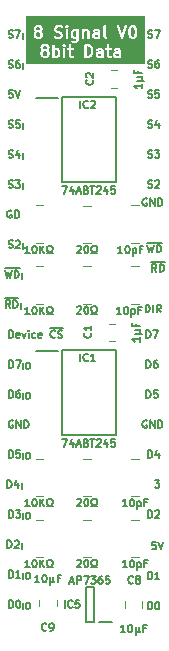
<source format=gto>
%TF.GenerationSoftware,KiCad,Pcbnew,7.0.5*%
%TF.CreationDate,2024-02-12T11:32:21+02:00*%
%TF.ProjectId,Data and Signal Buffer,44617461-2061-46e6-9420-5369676e616c,rev?*%
%TF.SameCoordinates,Original*%
%TF.FileFunction,Legend,Top*%
%TF.FilePolarity,Positive*%
%FSLAX46Y46*%
G04 Gerber Fmt 4.6, Leading zero omitted, Abs format (unit mm)*
G04 Created by KiCad (PCBNEW 7.0.5) date 2024-02-12 11:32:21*
%MOMM*%
%LPD*%
G01*
G04 APERTURE LIST*
%ADD10C,0.150000*%
%ADD11C,0.200000*%
%ADD12C,0.100000*%
%ADD13C,0.120000*%
G04 APERTURE END LIST*
D10*
X101936744Y-61215725D02*
X102027458Y-61245963D01*
X102027458Y-61245963D02*
X102178649Y-61245963D01*
X102178649Y-61245963D02*
X102239125Y-61215725D01*
X102239125Y-61215725D02*
X102269363Y-61185486D01*
X102269363Y-61185486D02*
X102299601Y-61125010D01*
X102299601Y-61125010D02*
X102299601Y-61064534D01*
X102299601Y-61064534D02*
X102269363Y-61004058D01*
X102269363Y-61004058D02*
X102239125Y-60973820D01*
X102239125Y-60973820D02*
X102178649Y-60943582D01*
X102178649Y-60943582D02*
X102057696Y-60913344D01*
X102057696Y-60913344D02*
X101997220Y-60883105D01*
X101997220Y-60883105D02*
X101966982Y-60852867D01*
X101966982Y-60852867D02*
X101936744Y-60792391D01*
X101936744Y-60792391D02*
X101936744Y-60731915D01*
X101936744Y-60731915D02*
X101966982Y-60671439D01*
X101966982Y-60671439D02*
X101997220Y-60641201D01*
X101997220Y-60641201D02*
X102057696Y-60610963D01*
X102057696Y-60610963D02*
X102208887Y-60610963D01*
X102208887Y-60610963D02*
X102299601Y-60641201D01*
X102843887Y-60610963D02*
X102722934Y-60610963D01*
X102722934Y-60610963D02*
X102662458Y-60641201D01*
X102662458Y-60641201D02*
X102632220Y-60671439D01*
X102632220Y-60671439D02*
X102571744Y-60762153D01*
X102571744Y-60762153D02*
X102541506Y-60883105D01*
X102541506Y-60883105D02*
X102541506Y-61125010D01*
X102541506Y-61125010D02*
X102571744Y-61185486D01*
X102571744Y-61185486D02*
X102601982Y-61215725D01*
X102601982Y-61215725D02*
X102662458Y-61245963D01*
X102662458Y-61245963D02*
X102783411Y-61245963D01*
X102783411Y-61245963D02*
X102843887Y-61215725D01*
X102843887Y-61215725D02*
X102874125Y-61185486D01*
X102874125Y-61185486D02*
X102904363Y-61125010D01*
X102904363Y-61125010D02*
X102904363Y-60973820D01*
X102904363Y-60973820D02*
X102874125Y-60913344D01*
X102874125Y-60913344D02*
X102843887Y-60883105D01*
X102843887Y-60883105D02*
X102783411Y-60852867D01*
X102783411Y-60852867D02*
X102662458Y-60852867D01*
X102662458Y-60852867D02*
X102601982Y-60883105D01*
X102601982Y-60883105D02*
X102571744Y-60913344D01*
X102571744Y-60913344D02*
X102541506Y-60973820D01*
X90135636Y-71375725D02*
X90226350Y-71405963D01*
X90226350Y-71405963D02*
X90377541Y-71405963D01*
X90377541Y-71405963D02*
X90438017Y-71375725D01*
X90438017Y-71375725D02*
X90468255Y-71345486D01*
X90468255Y-71345486D02*
X90498493Y-71285010D01*
X90498493Y-71285010D02*
X90498493Y-71224534D01*
X90498493Y-71224534D02*
X90468255Y-71164058D01*
X90468255Y-71164058D02*
X90438017Y-71133820D01*
X90438017Y-71133820D02*
X90377541Y-71103582D01*
X90377541Y-71103582D02*
X90256588Y-71073344D01*
X90256588Y-71073344D02*
X90196112Y-71043105D01*
X90196112Y-71043105D02*
X90165874Y-71012867D01*
X90165874Y-71012867D02*
X90135636Y-70952391D01*
X90135636Y-70952391D02*
X90135636Y-70891915D01*
X90135636Y-70891915D02*
X90165874Y-70831439D01*
X90165874Y-70831439D02*
X90196112Y-70801201D01*
X90196112Y-70801201D02*
X90256588Y-70770963D01*
X90256588Y-70770963D02*
X90407779Y-70770963D01*
X90407779Y-70770963D02*
X90498493Y-70801201D01*
X90710160Y-70770963D02*
X91103255Y-70770963D01*
X91103255Y-70770963D02*
X90891588Y-71012867D01*
X90891588Y-71012867D02*
X90982303Y-71012867D01*
X90982303Y-71012867D02*
X91042779Y-71043105D01*
X91042779Y-71043105D02*
X91073017Y-71073344D01*
X91073017Y-71073344D02*
X91103255Y-71133820D01*
X91103255Y-71133820D02*
X91103255Y-71285010D01*
X91103255Y-71285010D02*
X91073017Y-71345486D01*
X91073017Y-71345486D02*
X91042779Y-71375725D01*
X91042779Y-71375725D02*
X90982303Y-71405963D01*
X90982303Y-71405963D02*
X90800874Y-71405963D01*
X90800874Y-71405963D02*
X90740398Y-71375725D01*
X90740398Y-71375725D02*
X90710160Y-71345486D01*
X91345160Y-71476115D02*
X91345160Y-70968115D01*
X101936744Y-63755725D02*
X102027458Y-63785963D01*
X102027458Y-63785963D02*
X102178649Y-63785963D01*
X102178649Y-63785963D02*
X102239125Y-63755725D01*
X102239125Y-63755725D02*
X102269363Y-63725486D01*
X102269363Y-63725486D02*
X102299601Y-63665010D01*
X102299601Y-63665010D02*
X102299601Y-63604534D01*
X102299601Y-63604534D02*
X102269363Y-63544058D01*
X102269363Y-63544058D02*
X102239125Y-63513820D01*
X102239125Y-63513820D02*
X102178649Y-63483582D01*
X102178649Y-63483582D02*
X102057696Y-63453344D01*
X102057696Y-63453344D02*
X101997220Y-63423105D01*
X101997220Y-63423105D02*
X101966982Y-63392867D01*
X101966982Y-63392867D02*
X101936744Y-63332391D01*
X101936744Y-63332391D02*
X101936744Y-63271915D01*
X101936744Y-63271915D02*
X101966982Y-63211439D01*
X101966982Y-63211439D02*
X101997220Y-63181201D01*
X101997220Y-63181201D02*
X102057696Y-63150963D01*
X102057696Y-63150963D02*
X102208887Y-63150963D01*
X102208887Y-63150963D02*
X102299601Y-63181201D01*
X102874125Y-63150963D02*
X102571744Y-63150963D01*
X102571744Y-63150963D02*
X102541506Y-63453344D01*
X102541506Y-63453344D02*
X102571744Y-63423105D01*
X102571744Y-63423105D02*
X102632220Y-63392867D01*
X102632220Y-63392867D02*
X102783411Y-63392867D01*
X102783411Y-63392867D02*
X102843887Y-63423105D01*
X102843887Y-63423105D02*
X102874125Y-63453344D01*
X102874125Y-63453344D02*
X102904363Y-63513820D01*
X102904363Y-63513820D02*
X102904363Y-63665010D01*
X102904363Y-63665010D02*
X102874125Y-63725486D01*
X102874125Y-63725486D02*
X102843887Y-63755725D01*
X102843887Y-63755725D02*
X102783411Y-63785963D01*
X102783411Y-63785963D02*
X102632220Y-63785963D01*
X102632220Y-63785963D02*
X102571744Y-63755725D01*
X102571744Y-63755725D02*
X102541506Y-63725486D01*
X90135636Y-68835725D02*
X90226350Y-68865963D01*
X90226350Y-68865963D02*
X90377541Y-68865963D01*
X90377541Y-68865963D02*
X90438017Y-68835725D01*
X90438017Y-68835725D02*
X90468255Y-68805486D01*
X90468255Y-68805486D02*
X90498493Y-68745010D01*
X90498493Y-68745010D02*
X90498493Y-68684534D01*
X90498493Y-68684534D02*
X90468255Y-68624058D01*
X90468255Y-68624058D02*
X90438017Y-68593820D01*
X90438017Y-68593820D02*
X90377541Y-68563582D01*
X90377541Y-68563582D02*
X90256588Y-68533344D01*
X90256588Y-68533344D02*
X90196112Y-68503105D01*
X90196112Y-68503105D02*
X90165874Y-68472867D01*
X90165874Y-68472867D02*
X90135636Y-68412391D01*
X90135636Y-68412391D02*
X90135636Y-68351915D01*
X90135636Y-68351915D02*
X90165874Y-68291439D01*
X90165874Y-68291439D02*
X90196112Y-68261201D01*
X90196112Y-68261201D02*
X90256588Y-68230963D01*
X90256588Y-68230963D02*
X90407779Y-68230963D01*
X90407779Y-68230963D02*
X90498493Y-68261201D01*
X91042779Y-68442629D02*
X91042779Y-68865963D01*
X90891588Y-68200725D02*
X90740398Y-68654296D01*
X90740398Y-68654296D02*
X91133493Y-68654296D01*
X91345160Y-68936115D02*
X91345160Y-68428115D01*
X101809744Y-84105963D02*
X101809744Y-83470963D01*
X101809744Y-83470963D02*
X101960934Y-83470963D01*
X101960934Y-83470963D02*
X102051649Y-83501201D01*
X102051649Y-83501201D02*
X102112125Y-83561677D01*
X102112125Y-83561677D02*
X102142363Y-83622153D01*
X102142363Y-83622153D02*
X102172601Y-83743105D01*
X102172601Y-83743105D02*
X102172601Y-83833820D01*
X102172601Y-83833820D02*
X102142363Y-83954772D01*
X102142363Y-83954772D02*
X102112125Y-84015248D01*
X102112125Y-84015248D02*
X102051649Y-84075725D01*
X102051649Y-84075725D02*
X101960934Y-84105963D01*
X101960934Y-84105963D02*
X101809744Y-84105963D01*
X102384268Y-83470963D02*
X102807601Y-83470963D01*
X102807601Y-83470963D02*
X102535458Y-84105963D01*
X90468255Y-63150963D02*
X90165874Y-63150963D01*
X90165874Y-63150963D02*
X90135636Y-63453344D01*
X90135636Y-63453344D02*
X90165874Y-63423105D01*
X90165874Y-63423105D02*
X90226350Y-63392867D01*
X90226350Y-63392867D02*
X90377541Y-63392867D01*
X90377541Y-63392867D02*
X90438017Y-63423105D01*
X90438017Y-63423105D02*
X90468255Y-63453344D01*
X90468255Y-63453344D02*
X90498493Y-63513820D01*
X90498493Y-63513820D02*
X90498493Y-63665010D01*
X90498493Y-63665010D02*
X90468255Y-63725486D01*
X90468255Y-63725486D02*
X90438017Y-63755725D01*
X90438017Y-63755725D02*
X90377541Y-63785963D01*
X90377541Y-63785963D02*
X90226350Y-63785963D01*
X90226350Y-63785963D02*
X90165874Y-63755725D01*
X90165874Y-63755725D02*
X90135636Y-63725486D01*
X90679922Y-63150963D02*
X90891588Y-63785963D01*
X90891588Y-63785963D02*
X91103255Y-63150963D01*
X101936744Y-94265963D02*
X101936744Y-93630963D01*
X101936744Y-93630963D02*
X102087934Y-93630963D01*
X102087934Y-93630963D02*
X102178649Y-93661201D01*
X102178649Y-93661201D02*
X102239125Y-93721677D01*
X102239125Y-93721677D02*
X102269363Y-93782153D01*
X102269363Y-93782153D02*
X102299601Y-93903105D01*
X102299601Y-93903105D02*
X102299601Y-93993820D01*
X102299601Y-93993820D02*
X102269363Y-94114772D01*
X102269363Y-94114772D02*
X102239125Y-94175248D01*
X102239125Y-94175248D02*
X102178649Y-94235725D01*
X102178649Y-94235725D02*
X102087934Y-94265963D01*
X102087934Y-94265963D02*
X101936744Y-94265963D01*
X102843887Y-93842629D02*
X102843887Y-94265963D01*
X102692696Y-93600725D02*
X102541506Y-94054296D01*
X102541506Y-94054296D02*
X102934601Y-94054296D01*
X101936744Y-68835725D02*
X102027458Y-68865963D01*
X102027458Y-68865963D02*
X102178649Y-68865963D01*
X102178649Y-68865963D02*
X102239125Y-68835725D01*
X102239125Y-68835725D02*
X102269363Y-68805486D01*
X102269363Y-68805486D02*
X102299601Y-68745010D01*
X102299601Y-68745010D02*
X102299601Y-68684534D01*
X102299601Y-68684534D02*
X102269363Y-68624058D01*
X102269363Y-68624058D02*
X102239125Y-68593820D01*
X102239125Y-68593820D02*
X102178649Y-68563582D01*
X102178649Y-68563582D02*
X102057696Y-68533344D01*
X102057696Y-68533344D02*
X101997220Y-68503105D01*
X101997220Y-68503105D02*
X101966982Y-68472867D01*
X101966982Y-68472867D02*
X101936744Y-68412391D01*
X101936744Y-68412391D02*
X101936744Y-68351915D01*
X101936744Y-68351915D02*
X101966982Y-68291439D01*
X101966982Y-68291439D02*
X101997220Y-68261201D01*
X101997220Y-68261201D02*
X102057696Y-68230963D01*
X102057696Y-68230963D02*
X102208887Y-68230963D01*
X102208887Y-68230963D02*
X102299601Y-68261201D01*
X102511268Y-68230963D02*
X102904363Y-68230963D01*
X102904363Y-68230963D02*
X102692696Y-68472867D01*
X102692696Y-68472867D02*
X102783411Y-68472867D01*
X102783411Y-68472867D02*
X102843887Y-68503105D01*
X102843887Y-68503105D02*
X102874125Y-68533344D01*
X102874125Y-68533344D02*
X102904363Y-68593820D01*
X102904363Y-68593820D02*
X102904363Y-68745010D01*
X102904363Y-68745010D02*
X102874125Y-68805486D01*
X102874125Y-68805486D02*
X102843887Y-68835725D01*
X102843887Y-68835725D02*
X102783411Y-68865963D01*
X102783411Y-68865963D02*
X102601982Y-68865963D01*
X102601982Y-68865963D02*
X102541506Y-68835725D01*
X102541506Y-68835725D02*
X102511268Y-68805486D01*
X101809744Y-86645963D02*
X101809744Y-86010963D01*
X101809744Y-86010963D02*
X101960934Y-86010963D01*
X101960934Y-86010963D02*
X102051649Y-86041201D01*
X102051649Y-86041201D02*
X102112125Y-86101677D01*
X102112125Y-86101677D02*
X102142363Y-86162153D01*
X102142363Y-86162153D02*
X102172601Y-86283105D01*
X102172601Y-86283105D02*
X102172601Y-86373820D01*
X102172601Y-86373820D02*
X102142363Y-86494772D01*
X102142363Y-86494772D02*
X102112125Y-86555248D01*
X102112125Y-86555248D02*
X102051649Y-86615725D01*
X102051649Y-86615725D02*
X101960934Y-86645963D01*
X101960934Y-86645963D02*
X101809744Y-86645963D01*
X102716887Y-86010963D02*
X102595934Y-86010963D01*
X102595934Y-86010963D02*
X102535458Y-86041201D01*
X102535458Y-86041201D02*
X102505220Y-86071439D01*
X102505220Y-86071439D02*
X102444744Y-86162153D01*
X102444744Y-86162153D02*
X102414506Y-86283105D01*
X102414506Y-86283105D02*
X102414506Y-86525010D01*
X102414506Y-86525010D02*
X102444744Y-86585486D01*
X102444744Y-86585486D02*
X102474982Y-86615725D01*
X102474982Y-86615725D02*
X102535458Y-86645963D01*
X102535458Y-86645963D02*
X102656411Y-86645963D01*
X102656411Y-86645963D02*
X102716887Y-86615725D01*
X102716887Y-86615725D02*
X102747125Y-86585486D01*
X102747125Y-86585486D02*
X102777363Y-86525010D01*
X102777363Y-86525010D02*
X102777363Y-86373820D01*
X102777363Y-86373820D02*
X102747125Y-86313344D01*
X102747125Y-86313344D02*
X102716887Y-86283105D01*
X102716887Y-86283105D02*
X102656411Y-86252867D01*
X102656411Y-86252867D02*
X102535458Y-86252867D01*
X102535458Y-86252867D02*
X102474982Y-86283105D01*
X102474982Y-86283105D02*
X102444744Y-86313344D01*
X102444744Y-86313344D02*
X102414506Y-86373820D01*
X101827887Y-72325201D02*
X101767411Y-72294963D01*
X101767411Y-72294963D02*
X101676697Y-72294963D01*
X101676697Y-72294963D02*
X101585982Y-72325201D01*
X101585982Y-72325201D02*
X101525506Y-72385677D01*
X101525506Y-72385677D02*
X101495268Y-72446153D01*
X101495268Y-72446153D02*
X101465030Y-72567105D01*
X101465030Y-72567105D02*
X101465030Y-72657820D01*
X101465030Y-72657820D02*
X101495268Y-72778772D01*
X101495268Y-72778772D02*
X101525506Y-72839248D01*
X101525506Y-72839248D02*
X101585982Y-72899725D01*
X101585982Y-72899725D02*
X101676697Y-72929963D01*
X101676697Y-72929963D02*
X101737173Y-72929963D01*
X101737173Y-72929963D02*
X101827887Y-72899725D01*
X101827887Y-72899725D02*
X101858125Y-72869486D01*
X101858125Y-72869486D02*
X101858125Y-72657820D01*
X101858125Y-72657820D02*
X101737173Y-72657820D01*
X102130268Y-72929963D02*
X102130268Y-72294963D01*
X102130268Y-72294963D02*
X102493125Y-72929963D01*
X102493125Y-72929963D02*
X102493125Y-72294963D01*
X102795506Y-72929963D02*
X102795506Y-72294963D01*
X102795506Y-72294963D02*
X102946696Y-72294963D01*
X102946696Y-72294963D02*
X103037411Y-72325201D01*
X103037411Y-72325201D02*
X103097887Y-72385677D01*
X103097887Y-72385677D02*
X103128125Y-72446153D01*
X103128125Y-72446153D02*
X103158363Y-72567105D01*
X103158363Y-72567105D02*
X103158363Y-72657820D01*
X103158363Y-72657820D02*
X103128125Y-72778772D01*
X103128125Y-72778772D02*
X103097887Y-72839248D01*
X103097887Y-72839248D02*
X103037411Y-72899725D01*
X103037411Y-72899725D02*
X102946696Y-72929963D01*
X102946696Y-72929963D02*
X102795506Y-72929963D01*
X101809744Y-89185963D02*
X101809744Y-88550963D01*
X101809744Y-88550963D02*
X101960934Y-88550963D01*
X101960934Y-88550963D02*
X102051649Y-88581201D01*
X102051649Y-88581201D02*
X102112125Y-88641677D01*
X102112125Y-88641677D02*
X102142363Y-88702153D01*
X102142363Y-88702153D02*
X102172601Y-88823105D01*
X102172601Y-88823105D02*
X102172601Y-88913820D01*
X102172601Y-88913820D02*
X102142363Y-89034772D01*
X102142363Y-89034772D02*
X102112125Y-89095248D01*
X102112125Y-89095248D02*
X102051649Y-89155725D01*
X102051649Y-89155725D02*
X101960934Y-89185963D01*
X101960934Y-89185963D02*
X101809744Y-89185963D01*
X102747125Y-88550963D02*
X102444744Y-88550963D01*
X102444744Y-88550963D02*
X102414506Y-88853344D01*
X102414506Y-88853344D02*
X102444744Y-88823105D01*
X102444744Y-88823105D02*
X102505220Y-88792867D01*
X102505220Y-88792867D02*
X102656411Y-88792867D01*
X102656411Y-88792867D02*
X102716887Y-88823105D01*
X102716887Y-88823105D02*
X102747125Y-88853344D01*
X102747125Y-88853344D02*
X102777363Y-88913820D01*
X102777363Y-88913820D02*
X102777363Y-89065010D01*
X102777363Y-89065010D02*
X102747125Y-89125486D01*
X102747125Y-89125486D02*
X102716887Y-89155725D01*
X102716887Y-89155725D02*
X102656411Y-89185963D01*
X102656411Y-89185963D02*
X102505220Y-89185963D01*
X102505220Y-89185963D02*
X102444744Y-89155725D01*
X102444744Y-89155725D02*
X102414506Y-89125486D01*
X90135636Y-66295725D02*
X90226350Y-66325963D01*
X90226350Y-66325963D02*
X90377541Y-66325963D01*
X90377541Y-66325963D02*
X90438017Y-66295725D01*
X90438017Y-66295725D02*
X90468255Y-66265486D01*
X90468255Y-66265486D02*
X90498493Y-66205010D01*
X90498493Y-66205010D02*
X90498493Y-66144534D01*
X90498493Y-66144534D02*
X90468255Y-66084058D01*
X90468255Y-66084058D02*
X90438017Y-66053820D01*
X90438017Y-66053820D02*
X90377541Y-66023582D01*
X90377541Y-66023582D02*
X90256588Y-65993344D01*
X90256588Y-65993344D02*
X90196112Y-65963105D01*
X90196112Y-65963105D02*
X90165874Y-65932867D01*
X90165874Y-65932867D02*
X90135636Y-65872391D01*
X90135636Y-65872391D02*
X90135636Y-65811915D01*
X90135636Y-65811915D02*
X90165874Y-65751439D01*
X90165874Y-65751439D02*
X90196112Y-65721201D01*
X90196112Y-65721201D02*
X90256588Y-65690963D01*
X90256588Y-65690963D02*
X90407779Y-65690963D01*
X90407779Y-65690963D02*
X90498493Y-65721201D01*
X91073017Y-65690963D02*
X90770636Y-65690963D01*
X90770636Y-65690963D02*
X90740398Y-65993344D01*
X90740398Y-65993344D02*
X90770636Y-65963105D01*
X90770636Y-65963105D02*
X90831112Y-65932867D01*
X90831112Y-65932867D02*
X90982303Y-65932867D01*
X90982303Y-65932867D02*
X91042779Y-65963105D01*
X91042779Y-65963105D02*
X91073017Y-65993344D01*
X91073017Y-65993344D02*
X91103255Y-66053820D01*
X91103255Y-66053820D02*
X91103255Y-66205010D01*
X91103255Y-66205010D02*
X91073017Y-66265486D01*
X91073017Y-66265486D02*
X91042779Y-66295725D01*
X91042779Y-66295725D02*
X90982303Y-66325963D01*
X90982303Y-66325963D02*
X90831112Y-66325963D01*
X90831112Y-66325963D02*
X90770636Y-66295725D01*
X90770636Y-66295725D02*
X90740398Y-66265486D01*
X91345160Y-66396115D02*
X91345160Y-65888115D01*
X90038874Y-96805963D02*
X90038874Y-96170963D01*
X90038874Y-96170963D02*
X90190064Y-96170963D01*
X90190064Y-96170963D02*
X90280779Y-96201201D01*
X90280779Y-96201201D02*
X90341255Y-96261677D01*
X90341255Y-96261677D02*
X90371493Y-96322153D01*
X90371493Y-96322153D02*
X90401731Y-96443105D01*
X90401731Y-96443105D02*
X90401731Y-96533820D01*
X90401731Y-96533820D02*
X90371493Y-96654772D01*
X90371493Y-96654772D02*
X90341255Y-96715248D01*
X90341255Y-96715248D02*
X90280779Y-96775725D01*
X90280779Y-96775725D02*
X90190064Y-96805963D01*
X90190064Y-96805963D02*
X90038874Y-96805963D01*
X90946017Y-96382629D02*
X90946017Y-96805963D01*
X90794826Y-96140725D02*
X90643636Y-96594296D01*
X90643636Y-96594296D02*
X91036731Y-96594296D01*
X91248398Y-96876115D02*
X91248398Y-96368115D01*
X90165874Y-94265963D02*
X90165874Y-93630963D01*
X90165874Y-93630963D02*
X90317064Y-93630963D01*
X90317064Y-93630963D02*
X90407779Y-93661201D01*
X90407779Y-93661201D02*
X90468255Y-93721677D01*
X90468255Y-93721677D02*
X90498493Y-93782153D01*
X90498493Y-93782153D02*
X90528731Y-93903105D01*
X90528731Y-93903105D02*
X90528731Y-93993820D01*
X90528731Y-93993820D02*
X90498493Y-94114772D01*
X90498493Y-94114772D02*
X90468255Y-94175248D01*
X90468255Y-94175248D02*
X90407779Y-94235725D01*
X90407779Y-94235725D02*
X90317064Y-94265963D01*
X90317064Y-94265963D02*
X90165874Y-94265963D01*
X91103255Y-93630963D02*
X90800874Y-93630963D01*
X90800874Y-93630963D02*
X90770636Y-93933344D01*
X90770636Y-93933344D02*
X90800874Y-93903105D01*
X90800874Y-93903105D02*
X90861350Y-93872867D01*
X90861350Y-93872867D02*
X91012541Y-93872867D01*
X91012541Y-93872867D02*
X91073017Y-93903105D01*
X91073017Y-93903105D02*
X91103255Y-93933344D01*
X91103255Y-93933344D02*
X91133493Y-93993820D01*
X91133493Y-93993820D02*
X91133493Y-94145010D01*
X91133493Y-94145010D02*
X91103255Y-94205486D01*
X91103255Y-94205486D02*
X91073017Y-94235725D01*
X91073017Y-94235725D02*
X91012541Y-94265963D01*
X91012541Y-94265963D02*
X90861350Y-94265963D01*
X90861350Y-94265963D02*
X90800874Y-94235725D01*
X90800874Y-94235725D02*
X90770636Y-94205486D01*
X91375398Y-94336115D02*
X91375398Y-93828115D01*
X91714065Y-93828115D02*
X91810827Y-93828115D01*
X91810827Y-93828115D02*
X91859208Y-93852305D01*
X91859208Y-93852305D02*
X91907589Y-93900686D01*
X91907589Y-93900686D02*
X91931779Y-93997448D01*
X91931779Y-93997448D02*
X91931779Y-94166782D01*
X91931779Y-94166782D02*
X91907589Y-94263544D01*
X91907589Y-94263544D02*
X91859208Y-94311925D01*
X91859208Y-94311925D02*
X91810827Y-94336115D01*
X91810827Y-94336115D02*
X91714065Y-94336115D01*
X91714065Y-94336115D02*
X91665684Y-94311925D01*
X91665684Y-94311925D02*
X91617303Y-94263544D01*
X91617303Y-94263544D02*
X91593112Y-94166782D01*
X91593112Y-94166782D02*
X91593112Y-93997448D01*
X91593112Y-93997448D02*
X91617303Y-93900686D01*
X91617303Y-93900686D02*
X91665684Y-93852305D01*
X91665684Y-93852305D02*
X91714065Y-93828115D01*
X90165874Y-89185963D02*
X90165874Y-88550963D01*
X90165874Y-88550963D02*
X90317064Y-88550963D01*
X90317064Y-88550963D02*
X90407779Y-88581201D01*
X90407779Y-88581201D02*
X90468255Y-88641677D01*
X90468255Y-88641677D02*
X90498493Y-88702153D01*
X90498493Y-88702153D02*
X90528731Y-88823105D01*
X90528731Y-88823105D02*
X90528731Y-88913820D01*
X90528731Y-88913820D02*
X90498493Y-89034772D01*
X90498493Y-89034772D02*
X90468255Y-89095248D01*
X90468255Y-89095248D02*
X90407779Y-89155725D01*
X90407779Y-89155725D02*
X90317064Y-89185963D01*
X90317064Y-89185963D02*
X90165874Y-89185963D01*
X91073017Y-88550963D02*
X90952064Y-88550963D01*
X90952064Y-88550963D02*
X90891588Y-88581201D01*
X90891588Y-88581201D02*
X90861350Y-88611439D01*
X90861350Y-88611439D02*
X90800874Y-88702153D01*
X90800874Y-88702153D02*
X90770636Y-88823105D01*
X90770636Y-88823105D02*
X90770636Y-89065010D01*
X90770636Y-89065010D02*
X90800874Y-89125486D01*
X90800874Y-89125486D02*
X90831112Y-89155725D01*
X90831112Y-89155725D02*
X90891588Y-89185963D01*
X90891588Y-89185963D02*
X91012541Y-89185963D01*
X91012541Y-89185963D02*
X91073017Y-89155725D01*
X91073017Y-89155725D02*
X91103255Y-89125486D01*
X91103255Y-89125486D02*
X91133493Y-89065010D01*
X91133493Y-89065010D02*
X91133493Y-88913820D01*
X91133493Y-88913820D02*
X91103255Y-88853344D01*
X91103255Y-88853344D02*
X91073017Y-88823105D01*
X91073017Y-88823105D02*
X91012541Y-88792867D01*
X91012541Y-88792867D02*
X90891588Y-88792867D01*
X90891588Y-88792867D02*
X90831112Y-88823105D01*
X90831112Y-88823105D02*
X90800874Y-88853344D01*
X90800874Y-88853344D02*
X90770636Y-88913820D01*
X91375398Y-89256115D02*
X91375398Y-88748115D01*
X91714065Y-88748115D02*
X91810827Y-88748115D01*
X91810827Y-88748115D02*
X91859208Y-88772305D01*
X91859208Y-88772305D02*
X91907589Y-88820686D01*
X91907589Y-88820686D02*
X91931779Y-88917448D01*
X91931779Y-88917448D02*
X91931779Y-89086782D01*
X91931779Y-89086782D02*
X91907589Y-89183544D01*
X91907589Y-89183544D02*
X91859208Y-89231925D01*
X91859208Y-89231925D02*
X91810827Y-89256115D01*
X91810827Y-89256115D02*
X91714065Y-89256115D01*
X91714065Y-89256115D02*
X91665684Y-89231925D01*
X91665684Y-89231925D02*
X91617303Y-89183544D01*
X91617303Y-89183544D02*
X91593112Y-89086782D01*
X91593112Y-89086782D02*
X91593112Y-88917448D01*
X91593112Y-88917448D02*
X91617303Y-88820686D01*
X91617303Y-88820686D02*
X91665684Y-88772305D01*
X91665684Y-88772305D02*
X91714065Y-88748115D01*
X90165874Y-86645963D02*
X90165874Y-86010963D01*
X90165874Y-86010963D02*
X90317064Y-86010963D01*
X90317064Y-86010963D02*
X90407779Y-86041201D01*
X90407779Y-86041201D02*
X90468255Y-86101677D01*
X90468255Y-86101677D02*
X90498493Y-86162153D01*
X90498493Y-86162153D02*
X90528731Y-86283105D01*
X90528731Y-86283105D02*
X90528731Y-86373820D01*
X90528731Y-86373820D02*
X90498493Y-86494772D01*
X90498493Y-86494772D02*
X90468255Y-86555248D01*
X90468255Y-86555248D02*
X90407779Y-86615725D01*
X90407779Y-86615725D02*
X90317064Y-86645963D01*
X90317064Y-86645963D02*
X90165874Y-86645963D01*
X90740398Y-86010963D02*
X91163731Y-86010963D01*
X91163731Y-86010963D02*
X90891588Y-86645963D01*
X91375398Y-86716115D02*
X91375398Y-86208115D01*
X91714065Y-86208115D02*
X91810827Y-86208115D01*
X91810827Y-86208115D02*
X91859208Y-86232305D01*
X91859208Y-86232305D02*
X91907589Y-86280686D01*
X91907589Y-86280686D02*
X91931779Y-86377448D01*
X91931779Y-86377448D02*
X91931779Y-86546782D01*
X91931779Y-86546782D02*
X91907589Y-86643544D01*
X91907589Y-86643544D02*
X91859208Y-86691925D01*
X91859208Y-86691925D02*
X91810827Y-86716115D01*
X91810827Y-86716115D02*
X91714065Y-86716115D01*
X91714065Y-86716115D02*
X91665684Y-86691925D01*
X91665684Y-86691925D02*
X91617303Y-86643544D01*
X91617303Y-86643544D02*
X91593112Y-86546782D01*
X91593112Y-86546782D02*
X91593112Y-86377448D01*
X91593112Y-86377448D02*
X91617303Y-86280686D01*
X91617303Y-86280686D02*
X91665684Y-86232305D01*
X91665684Y-86232305D02*
X91714065Y-86208115D01*
X101936744Y-58675725D02*
X102027458Y-58705963D01*
X102027458Y-58705963D02*
X102178649Y-58705963D01*
X102178649Y-58705963D02*
X102239125Y-58675725D01*
X102239125Y-58675725D02*
X102269363Y-58645486D01*
X102269363Y-58645486D02*
X102299601Y-58585010D01*
X102299601Y-58585010D02*
X102299601Y-58524534D01*
X102299601Y-58524534D02*
X102269363Y-58464058D01*
X102269363Y-58464058D02*
X102239125Y-58433820D01*
X102239125Y-58433820D02*
X102178649Y-58403582D01*
X102178649Y-58403582D02*
X102057696Y-58373344D01*
X102057696Y-58373344D02*
X101997220Y-58343105D01*
X101997220Y-58343105D02*
X101966982Y-58312867D01*
X101966982Y-58312867D02*
X101936744Y-58252391D01*
X101936744Y-58252391D02*
X101936744Y-58191915D01*
X101936744Y-58191915D02*
X101966982Y-58131439D01*
X101966982Y-58131439D02*
X101997220Y-58101201D01*
X101997220Y-58101201D02*
X102057696Y-58070963D01*
X102057696Y-58070963D02*
X102208887Y-58070963D01*
X102208887Y-58070963D02*
X102299601Y-58101201D01*
X102511268Y-58070963D02*
X102934601Y-58070963D01*
X102934601Y-58070963D02*
X102662458Y-58705963D01*
X101882316Y-76231963D02*
X102033506Y-76866963D01*
X102033506Y-76866963D02*
X102154459Y-76413391D01*
X102154459Y-76413391D02*
X102275411Y-76866963D01*
X102275411Y-76866963D02*
X102426602Y-76231963D01*
X102668506Y-76866963D02*
X102668506Y-76231963D01*
X102668506Y-76231963D02*
X102819696Y-76231963D01*
X102819696Y-76231963D02*
X102910411Y-76262201D01*
X102910411Y-76262201D02*
X102970887Y-76322677D01*
X102970887Y-76322677D02*
X103001125Y-76383153D01*
X103001125Y-76383153D02*
X103031363Y-76504105D01*
X103031363Y-76504105D02*
X103031363Y-76594820D01*
X103031363Y-76594820D02*
X103001125Y-76715772D01*
X103001125Y-76715772D02*
X102970887Y-76776248D01*
X102970887Y-76776248D02*
X102910411Y-76836725D01*
X102910411Y-76836725D02*
X102819696Y-76866963D01*
X102819696Y-76866963D02*
X102668506Y-76866963D01*
X101855102Y-76055675D02*
X103088816Y-76055675D01*
X101936744Y-66295725D02*
X102027458Y-66325963D01*
X102027458Y-66325963D02*
X102178649Y-66325963D01*
X102178649Y-66325963D02*
X102239125Y-66295725D01*
X102239125Y-66295725D02*
X102269363Y-66265486D01*
X102269363Y-66265486D02*
X102299601Y-66205010D01*
X102299601Y-66205010D02*
X102299601Y-66144534D01*
X102299601Y-66144534D02*
X102269363Y-66084058D01*
X102269363Y-66084058D02*
X102239125Y-66053820D01*
X102239125Y-66053820D02*
X102178649Y-66023582D01*
X102178649Y-66023582D02*
X102057696Y-65993344D01*
X102057696Y-65993344D02*
X101997220Y-65963105D01*
X101997220Y-65963105D02*
X101966982Y-65932867D01*
X101966982Y-65932867D02*
X101936744Y-65872391D01*
X101936744Y-65872391D02*
X101936744Y-65811915D01*
X101936744Y-65811915D02*
X101966982Y-65751439D01*
X101966982Y-65751439D02*
X101997220Y-65721201D01*
X101997220Y-65721201D02*
X102057696Y-65690963D01*
X102057696Y-65690963D02*
X102208887Y-65690963D01*
X102208887Y-65690963D02*
X102299601Y-65721201D01*
X102843887Y-65902629D02*
X102843887Y-66325963D01*
X102692696Y-65660725D02*
X102541506Y-66114296D01*
X102541506Y-66114296D02*
X102934601Y-66114296D01*
X90135636Y-76455725D02*
X90226350Y-76485963D01*
X90226350Y-76485963D02*
X90377541Y-76485963D01*
X90377541Y-76485963D02*
X90438017Y-76455725D01*
X90438017Y-76455725D02*
X90468255Y-76425486D01*
X90468255Y-76425486D02*
X90498493Y-76365010D01*
X90498493Y-76365010D02*
X90498493Y-76304534D01*
X90498493Y-76304534D02*
X90468255Y-76244058D01*
X90468255Y-76244058D02*
X90438017Y-76213820D01*
X90438017Y-76213820D02*
X90377541Y-76183582D01*
X90377541Y-76183582D02*
X90256588Y-76153344D01*
X90256588Y-76153344D02*
X90196112Y-76123105D01*
X90196112Y-76123105D02*
X90165874Y-76092867D01*
X90165874Y-76092867D02*
X90135636Y-76032391D01*
X90135636Y-76032391D02*
X90135636Y-75971915D01*
X90135636Y-75971915D02*
X90165874Y-75911439D01*
X90165874Y-75911439D02*
X90196112Y-75881201D01*
X90196112Y-75881201D02*
X90256588Y-75850963D01*
X90256588Y-75850963D02*
X90407779Y-75850963D01*
X90407779Y-75850963D02*
X90498493Y-75881201D01*
X90740398Y-75911439D02*
X90770636Y-75881201D01*
X90770636Y-75881201D02*
X90831112Y-75850963D01*
X90831112Y-75850963D02*
X90982303Y-75850963D01*
X90982303Y-75850963D02*
X91042779Y-75881201D01*
X91042779Y-75881201D02*
X91073017Y-75911439D01*
X91073017Y-75911439D02*
X91103255Y-75971915D01*
X91103255Y-75971915D02*
X91103255Y-76032391D01*
X91103255Y-76032391D02*
X91073017Y-76123105D01*
X91073017Y-76123105D02*
X90710160Y-76485963D01*
X90710160Y-76485963D02*
X91103255Y-76485963D01*
X91345160Y-76556115D02*
X91345160Y-76048115D01*
X90165874Y-104425963D02*
X90165874Y-103790963D01*
X90165874Y-103790963D02*
X90317064Y-103790963D01*
X90317064Y-103790963D02*
X90407779Y-103821201D01*
X90407779Y-103821201D02*
X90468255Y-103881677D01*
X90468255Y-103881677D02*
X90498493Y-103942153D01*
X90498493Y-103942153D02*
X90528731Y-104063105D01*
X90528731Y-104063105D02*
X90528731Y-104153820D01*
X90528731Y-104153820D02*
X90498493Y-104274772D01*
X90498493Y-104274772D02*
X90468255Y-104335248D01*
X90468255Y-104335248D02*
X90407779Y-104395725D01*
X90407779Y-104395725D02*
X90317064Y-104425963D01*
X90317064Y-104425963D02*
X90165874Y-104425963D01*
X91133493Y-104425963D02*
X90770636Y-104425963D01*
X90952064Y-104425963D02*
X90952064Y-103790963D01*
X90952064Y-103790963D02*
X90891588Y-103881677D01*
X90891588Y-103881677D02*
X90831112Y-103942153D01*
X90831112Y-103942153D02*
X90770636Y-103972391D01*
X91375398Y-104496115D02*
X91375398Y-103988115D01*
X91714065Y-103988115D02*
X91810827Y-103988115D01*
X91810827Y-103988115D02*
X91859208Y-104012305D01*
X91859208Y-104012305D02*
X91907589Y-104060686D01*
X91907589Y-104060686D02*
X91931779Y-104157448D01*
X91931779Y-104157448D02*
X91931779Y-104326782D01*
X91931779Y-104326782D02*
X91907589Y-104423544D01*
X91907589Y-104423544D02*
X91859208Y-104471925D01*
X91859208Y-104471925D02*
X91810827Y-104496115D01*
X91810827Y-104496115D02*
X91714065Y-104496115D01*
X91714065Y-104496115D02*
X91665684Y-104471925D01*
X91665684Y-104471925D02*
X91617303Y-104423544D01*
X91617303Y-104423544D02*
X91593112Y-104326782D01*
X91593112Y-104326782D02*
X91593112Y-104157448D01*
X91593112Y-104157448D02*
X91617303Y-104060686D01*
X91617303Y-104060686D02*
X91665684Y-104012305D01*
X91665684Y-104012305D02*
X91714065Y-103988115D01*
X90135636Y-58675725D02*
X90226350Y-58705963D01*
X90226350Y-58705963D02*
X90377541Y-58705963D01*
X90377541Y-58705963D02*
X90438017Y-58675725D01*
X90438017Y-58675725D02*
X90468255Y-58645486D01*
X90468255Y-58645486D02*
X90498493Y-58585010D01*
X90498493Y-58585010D02*
X90498493Y-58524534D01*
X90498493Y-58524534D02*
X90468255Y-58464058D01*
X90468255Y-58464058D02*
X90438017Y-58433820D01*
X90438017Y-58433820D02*
X90377541Y-58403582D01*
X90377541Y-58403582D02*
X90256588Y-58373344D01*
X90256588Y-58373344D02*
X90196112Y-58343105D01*
X90196112Y-58343105D02*
X90165874Y-58312867D01*
X90165874Y-58312867D02*
X90135636Y-58252391D01*
X90135636Y-58252391D02*
X90135636Y-58191915D01*
X90135636Y-58191915D02*
X90165874Y-58131439D01*
X90165874Y-58131439D02*
X90196112Y-58101201D01*
X90196112Y-58101201D02*
X90256588Y-58070963D01*
X90256588Y-58070963D02*
X90407779Y-58070963D01*
X90407779Y-58070963D02*
X90498493Y-58101201D01*
X90710160Y-58070963D02*
X91133493Y-58070963D01*
X91133493Y-58070963D02*
X90861350Y-58705963D01*
X91345160Y-58776115D02*
X91345160Y-58268115D01*
X90498493Y-91121201D02*
X90438017Y-91090963D01*
X90438017Y-91090963D02*
X90347303Y-91090963D01*
X90347303Y-91090963D02*
X90256588Y-91121201D01*
X90256588Y-91121201D02*
X90196112Y-91181677D01*
X90196112Y-91181677D02*
X90165874Y-91242153D01*
X90165874Y-91242153D02*
X90135636Y-91363105D01*
X90135636Y-91363105D02*
X90135636Y-91453820D01*
X90135636Y-91453820D02*
X90165874Y-91574772D01*
X90165874Y-91574772D02*
X90196112Y-91635248D01*
X90196112Y-91635248D02*
X90256588Y-91695725D01*
X90256588Y-91695725D02*
X90347303Y-91725963D01*
X90347303Y-91725963D02*
X90407779Y-91725963D01*
X90407779Y-91725963D02*
X90498493Y-91695725D01*
X90498493Y-91695725D02*
X90528731Y-91665486D01*
X90528731Y-91665486D02*
X90528731Y-91453820D01*
X90528731Y-91453820D02*
X90407779Y-91453820D01*
X90800874Y-91725963D02*
X90800874Y-91090963D01*
X90800874Y-91090963D02*
X91163731Y-91725963D01*
X91163731Y-91725963D02*
X91163731Y-91090963D01*
X91466112Y-91725963D02*
X91466112Y-91090963D01*
X91466112Y-91090963D02*
X91617302Y-91090963D01*
X91617302Y-91090963D02*
X91708017Y-91121201D01*
X91708017Y-91121201D02*
X91768493Y-91181677D01*
X91768493Y-91181677D02*
X91798731Y-91242153D01*
X91798731Y-91242153D02*
X91828969Y-91363105D01*
X91828969Y-91363105D02*
X91828969Y-91453820D01*
X91828969Y-91453820D02*
X91798731Y-91574772D01*
X91798731Y-91574772D02*
X91768493Y-91635248D01*
X91768493Y-91635248D02*
X91708017Y-91695725D01*
X91708017Y-91695725D02*
X91617302Y-91725963D01*
X91617302Y-91725963D02*
X91466112Y-91725963D01*
X90274731Y-81565963D02*
X90063064Y-81263582D01*
X89911874Y-81565963D02*
X89911874Y-80930963D01*
X89911874Y-80930963D02*
X90153779Y-80930963D01*
X90153779Y-80930963D02*
X90214255Y-80961201D01*
X90214255Y-80961201D02*
X90244493Y-80991439D01*
X90244493Y-80991439D02*
X90274731Y-81051915D01*
X90274731Y-81051915D02*
X90274731Y-81142629D01*
X90274731Y-81142629D02*
X90244493Y-81203105D01*
X90244493Y-81203105D02*
X90214255Y-81233344D01*
X90214255Y-81233344D02*
X90153779Y-81263582D01*
X90153779Y-81263582D02*
X89911874Y-81263582D01*
X90546874Y-81565963D02*
X90546874Y-80930963D01*
X90546874Y-80930963D02*
X90698064Y-80930963D01*
X90698064Y-80930963D02*
X90788779Y-80961201D01*
X90788779Y-80961201D02*
X90849255Y-81021677D01*
X90849255Y-81021677D02*
X90879493Y-81082153D01*
X90879493Y-81082153D02*
X90909731Y-81203105D01*
X90909731Y-81203105D02*
X90909731Y-81293820D01*
X90909731Y-81293820D02*
X90879493Y-81414772D01*
X90879493Y-81414772D02*
X90849255Y-81475248D01*
X90849255Y-81475248D02*
X90788779Y-81535725D01*
X90788779Y-81535725D02*
X90698064Y-81565963D01*
X90698064Y-81565963D02*
X90546874Y-81565963D01*
X89824184Y-80754675D02*
X90967184Y-80754675D01*
X91151636Y-81636115D02*
X91151636Y-81128115D01*
X90165874Y-106965963D02*
X90165874Y-106330963D01*
X90165874Y-106330963D02*
X90317064Y-106330963D01*
X90317064Y-106330963D02*
X90407779Y-106361201D01*
X90407779Y-106361201D02*
X90468255Y-106421677D01*
X90468255Y-106421677D02*
X90498493Y-106482153D01*
X90498493Y-106482153D02*
X90528731Y-106603105D01*
X90528731Y-106603105D02*
X90528731Y-106693820D01*
X90528731Y-106693820D02*
X90498493Y-106814772D01*
X90498493Y-106814772D02*
X90468255Y-106875248D01*
X90468255Y-106875248D02*
X90407779Y-106935725D01*
X90407779Y-106935725D02*
X90317064Y-106965963D01*
X90317064Y-106965963D02*
X90165874Y-106965963D01*
X90921826Y-106330963D02*
X90982303Y-106330963D01*
X90982303Y-106330963D02*
X91042779Y-106361201D01*
X91042779Y-106361201D02*
X91073017Y-106391439D01*
X91073017Y-106391439D02*
X91103255Y-106451915D01*
X91103255Y-106451915D02*
X91133493Y-106572867D01*
X91133493Y-106572867D02*
X91133493Y-106724058D01*
X91133493Y-106724058D02*
X91103255Y-106845010D01*
X91103255Y-106845010D02*
X91073017Y-106905486D01*
X91073017Y-106905486D02*
X91042779Y-106935725D01*
X91042779Y-106935725D02*
X90982303Y-106965963D01*
X90982303Y-106965963D02*
X90921826Y-106965963D01*
X90921826Y-106965963D02*
X90861350Y-106935725D01*
X90861350Y-106935725D02*
X90831112Y-106905486D01*
X90831112Y-106905486D02*
X90800874Y-106845010D01*
X90800874Y-106845010D02*
X90770636Y-106724058D01*
X90770636Y-106724058D02*
X90770636Y-106572867D01*
X90770636Y-106572867D02*
X90800874Y-106451915D01*
X90800874Y-106451915D02*
X90831112Y-106391439D01*
X90831112Y-106391439D02*
X90861350Y-106361201D01*
X90861350Y-106361201D02*
X90921826Y-106330963D01*
X91375398Y-107036115D02*
X91375398Y-106528115D01*
X91714065Y-106528115D02*
X91810827Y-106528115D01*
X91810827Y-106528115D02*
X91859208Y-106552305D01*
X91859208Y-106552305D02*
X91907589Y-106600686D01*
X91907589Y-106600686D02*
X91931779Y-106697448D01*
X91931779Y-106697448D02*
X91931779Y-106866782D01*
X91931779Y-106866782D02*
X91907589Y-106963544D01*
X91907589Y-106963544D02*
X91859208Y-107011925D01*
X91859208Y-107011925D02*
X91810827Y-107036115D01*
X91810827Y-107036115D02*
X91714065Y-107036115D01*
X91714065Y-107036115D02*
X91665684Y-107011925D01*
X91665684Y-107011925D02*
X91617303Y-106963544D01*
X91617303Y-106963544D02*
X91593112Y-106866782D01*
X91593112Y-106866782D02*
X91593112Y-106697448D01*
X91593112Y-106697448D02*
X91617303Y-106600686D01*
X91617303Y-106600686D02*
X91665684Y-106552305D01*
X91665684Y-106552305D02*
X91714065Y-106528115D01*
X101936744Y-104552963D02*
X101936744Y-103917963D01*
X101936744Y-103917963D02*
X102087934Y-103917963D01*
X102087934Y-103917963D02*
X102178649Y-103948201D01*
X102178649Y-103948201D02*
X102239125Y-104008677D01*
X102239125Y-104008677D02*
X102269363Y-104069153D01*
X102269363Y-104069153D02*
X102299601Y-104190105D01*
X102299601Y-104190105D02*
X102299601Y-104280820D01*
X102299601Y-104280820D02*
X102269363Y-104401772D01*
X102269363Y-104401772D02*
X102239125Y-104462248D01*
X102239125Y-104462248D02*
X102178649Y-104522725D01*
X102178649Y-104522725D02*
X102087934Y-104552963D01*
X102087934Y-104552963D02*
X101936744Y-104552963D01*
X102904363Y-104552963D02*
X102541506Y-104552963D01*
X102722934Y-104552963D02*
X102722934Y-103917963D01*
X102722934Y-103917963D02*
X102662458Y-104008677D01*
X102662458Y-104008677D02*
X102601982Y-104069153D01*
X102601982Y-104069153D02*
X102541506Y-104099391D01*
X89851398Y-78390963D02*
X90002588Y-79025963D01*
X90002588Y-79025963D02*
X90123541Y-78572391D01*
X90123541Y-78572391D02*
X90244493Y-79025963D01*
X90244493Y-79025963D02*
X90395684Y-78390963D01*
X90637588Y-79025963D02*
X90637588Y-78390963D01*
X90637588Y-78390963D02*
X90788778Y-78390963D01*
X90788778Y-78390963D02*
X90879493Y-78421201D01*
X90879493Y-78421201D02*
X90939969Y-78481677D01*
X90939969Y-78481677D02*
X90970207Y-78542153D01*
X90970207Y-78542153D02*
X91000445Y-78663105D01*
X91000445Y-78663105D02*
X91000445Y-78753820D01*
X91000445Y-78753820D02*
X90970207Y-78874772D01*
X90970207Y-78874772D02*
X90939969Y-78935248D01*
X90939969Y-78935248D02*
X90879493Y-78995725D01*
X90879493Y-78995725D02*
X90788778Y-79025963D01*
X90788778Y-79025963D02*
X90637588Y-79025963D01*
X89824184Y-78214675D02*
X91057898Y-78214675D01*
X91242350Y-79096115D02*
X91242350Y-78588115D01*
X90165874Y-99345963D02*
X90165874Y-98710963D01*
X90165874Y-98710963D02*
X90317064Y-98710963D01*
X90317064Y-98710963D02*
X90407779Y-98741201D01*
X90407779Y-98741201D02*
X90468255Y-98801677D01*
X90468255Y-98801677D02*
X90498493Y-98862153D01*
X90498493Y-98862153D02*
X90528731Y-98983105D01*
X90528731Y-98983105D02*
X90528731Y-99073820D01*
X90528731Y-99073820D02*
X90498493Y-99194772D01*
X90498493Y-99194772D02*
X90468255Y-99255248D01*
X90468255Y-99255248D02*
X90407779Y-99315725D01*
X90407779Y-99315725D02*
X90317064Y-99345963D01*
X90317064Y-99345963D02*
X90165874Y-99345963D01*
X90740398Y-98710963D02*
X91133493Y-98710963D01*
X91133493Y-98710963D02*
X90921826Y-98952867D01*
X90921826Y-98952867D02*
X91012541Y-98952867D01*
X91012541Y-98952867D02*
X91073017Y-98983105D01*
X91073017Y-98983105D02*
X91103255Y-99013344D01*
X91103255Y-99013344D02*
X91133493Y-99073820D01*
X91133493Y-99073820D02*
X91133493Y-99225010D01*
X91133493Y-99225010D02*
X91103255Y-99285486D01*
X91103255Y-99285486D02*
X91073017Y-99315725D01*
X91073017Y-99315725D02*
X91012541Y-99345963D01*
X91012541Y-99345963D02*
X90831112Y-99345963D01*
X90831112Y-99345963D02*
X90770636Y-99315725D01*
X90770636Y-99315725D02*
X90740398Y-99285486D01*
X91375398Y-99416115D02*
X91375398Y-98908115D01*
X91714065Y-98908115D02*
X91810827Y-98908115D01*
X91810827Y-98908115D02*
X91859208Y-98932305D01*
X91859208Y-98932305D02*
X91907589Y-98980686D01*
X91907589Y-98980686D02*
X91931779Y-99077448D01*
X91931779Y-99077448D02*
X91931779Y-99246782D01*
X91931779Y-99246782D02*
X91907589Y-99343544D01*
X91907589Y-99343544D02*
X91859208Y-99391925D01*
X91859208Y-99391925D02*
X91810827Y-99416115D01*
X91810827Y-99416115D02*
X91714065Y-99416115D01*
X91714065Y-99416115D02*
X91665684Y-99391925D01*
X91665684Y-99391925D02*
X91617303Y-99343544D01*
X91617303Y-99343544D02*
X91593112Y-99246782D01*
X91593112Y-99246782D02*
X91593112Y-99077448D01*
X91593112Y-99077448D02*
X91617303Y-98980686D01*
X91617303Y-98980686D02*
X91665684Y-98932305D01*
X91665684Y-98932305D02*
X91714065Y-98908115D01*
X90038874Y-101885963D02*
X90038874Y-101250963D01*
X90038874Y-101250963D02*
X90190064Y-101250963D01*
X90190064Y-101250963D02*
X90280779Y-101281201D01*
X90280779Y-101281201D02*
X90341255Y-101341677D01*
X90341255Y-101341677D02*
X90371493Y-101402153D01*
X90371493Y-101402153D02*
X90401731Y-101523105D01*
X90401731Y-101523105D02*
X90401731Y-101613820D01*
X90401731Y-101613820D02*
X90371493Y-101734772D01*
X90371493Y-101734772D02*
X90341255Y-101795248D01*
X90341255Y-101795248D02*
X90280779Y-101855725D01*
X90280779Y-101855725D02*
X90190064Y-101885963D01*
X90190064Y-101885963D02*
X90038874Y-101885963D01*
X90643636Y-101311439D02*
X90673874Y-101281201D01*
X90673874Y-101281201D02*
X90734350Y-101250963D01*
X90734350Y-101250963D02*
X90885541Y-101250963D01*
X90885541Y-101250963D02*
X90946017Y-101281201D01*
X90946017Y-101281201D02*
X90976255Y-101311439D01*
X90976255Y-101311439D02*
X91006493Y-101371915D01*
X91006493Y-101371915D02*
X91006493Y-101432391D01*
X91006493Y-101432391D02*
X90976255Y-101523105D01*
X90976255Y-101523105D02*
X90613398Y-101885963D01*
X90613398Y-101885963D02*
X91006493Y-101885963D01*
X91248398Y-101956115D02*
X91248398Y-101448115D01*
X102650363Y-78517963D02*
X102438696Y-78215582D01*
X102287506Y-78517963D02*
X102287506Y-77882963D01*
X102287506Y-77882963D02*
X102529411Y-77882963D01*
X102529411Y-77882963D02*
X102589887Y-77913201D01*
X102589887Y-77913201D02*
X102620125Y-77943439D01*
X102620125Y-77943439D02*
X102650363Y-78003915D01*
X102650363Y-78003915D02*
X102650363Y-78094629D01*
X102650363Y-78094629D02*
X102620125Y-78155105D01*
X102620125Y-78155105D02*
X102589887Y-78185344D01*
X102589887Y-78185344D02*
X102529411Y-78215582D01*
X102529411Y-78215582D02*
X102287506Y-78215582D01*
X102922506Y-78517963D02*
X102922506Y-77882963D01*
X102922506Y-77882963D02*
X103073696Y-77882963D01*
X103073696Y-77882963D02*
X103164411Y-77913201D01*
X103164411Y-77913201D02*
X103224887Y-77973677D01*
X103224887Y-77973677D02*
X103255125Y-78034153D01*
X103255125Y-78034153D02*
X103285363Y-78155105D01*
X103285363Y-78155105D02*
X103285363Y-78245820D01*
X103285363Y-78245820D02*
X103255125Y-78366772D01*
X103255125Y-78366772D02*
X103224887Y-78427248D01*
X103224887Y-78427248D02*
X103164411Y-78487725D01*
X103164411Y-78487725D02*
X103073696Y-78517963D01*
X103073696Y-78517963D02*
X102922506Y-78517963D01*
X102199816Y-77706675D02*
X103342816Y-77706675D01*
X101731125Y-81946963D02*
X101731125Y-81311963D01*
X101731125Y-81311963D02*
X101882315Y-81311963D01*
X101882315Y-81311963D02*
X101973030Y-81342201D01*
X101973030Y-81342201D02*
X102033506Y-81402677D01*
X102033506Y-81402677D02*
X102063744Y-81463153D01*
X102063744Y-81463153D02*
X102093982Y-81584105D01*
X102093982Y-81584105D02*
X102093982Y-81674820D01*
X102093982Y-81674820D02*
X102063744Y-81795772D01*
X102063744Y-81795772D02*
X102033506Y-81856248D01*
X102033506Y-81856248D02*
X101973030Y-81916725D01*
X101973030Y-81916725D02*
X101882315Y-81946963D01*
X101882315Y-81946963D02*
X101731125Y-81946963D01*
X102366125Y-81946963D02*
X102366125Y-81311963D01*
X103031363Y-81946963D02*
X102819696Y-81644582D01*
X102668506Y-81946963D02*
X102668506Y-81311963D01*
X102668506Y-81311963D02*
X102910411Y-81311963D01*
X102910411Y-81311963D02*
X102970887Y-81342201D01*
X102970887Y-81342201D02*
X103001125Y-81372439D01*
X103001125Y-81372439D02*
X103031363Y-81432915D01*
X103031363Y-81432915D02*
X103031363Y-81523629D01*
X103031363Y-81523629D02*
X103001125Y-81584105D01*
X103001125Y-81584105D02*
X102970887Y-81614344D01*
X102970887Y-81614344D02*
X102910411Y-81644582D01*
X102910411Y-81644582D02*
X102668506Y-81644582D01*
X102583839Y-101377963D02*
X102281458Y-101377963D01*
X102281458Y-101377963D02*
X102251220Y-101680344D01*
X102251220Y-101680344D02*
X102281458Y-101650105D01*
X102281458Y-101650105D02*
X102341934Y-101619867D01*
X102341934Y-101619867D02*
X102493125Y-101619867D01*
X102493125Y-101619867D02*
X102553601Y-101650105D01*
X102553601Y-101650105D02*
X102583839Y-101680344D01*
X102583839Y-101680344D02*
X102614077Y-101740820D01*
X102614077Y-101740820D02*
X102614077Y-101892010D01*
X102614077Y-101892010D02*
X102583839Y-101952486D01*
X102583839Y-101952486D02*
X102553601Y-101982725D01*
X102553601Y-101982725D02*
X102493125Y-102012963D01*
X102493125Y-102012963D02*
X102341934Y-102012963D01*
X102341934Y-102012963D02*
X102281458Y-101982725D01*
X102281458Y-101982725D02*
X102251220Y-101952486D01*
X102795506Y-101377963D02*
X103007172Y-102012963D01*
X103007172Y-102012963D02*
X103218839Y-101377963D01*
X90165874Y-84105963D02*
X90165874Y-83470963D01*
X90165874Y-83470963D02*
X90317064Y-83470963D01*
X90317064Y-83470963D02*
X90407779Y-83501201D01*
X90407779Y-83501201D02*
X90468255Y-83561677D01*
X90468255Y-83561677D02*
X90498493Y-83622153D01*
X90498493Y-83622153D02*
X90528731Y-83743105D01*
X90528731Y-83743105D02*
X90528731Y-83833820D01*
X90528731Y-83833820D02*
X90498493Y-83954772D01*
X90498493Y-83954772D02*
X90468255Y-84015248D01*
X90468255Y-84015248D02*
X90407779Y-84075725D01*
X90407779Y-84075725D02*
X90317064Y-84105963D01*
X90317064Y-84105963D02*
X90165874Y-84105963D01*
X91042779Y-84075725D02*
X90982303Y-84105963D01*
X90982303Y-84105963D02*
X90861350Y-84105963D01*
X90861350Y-84105963D02*
X90800874Y-84075725D01*
X90800874Y-84075725D02*
X90770636Y-84015248D01*
X90770636Y-84015248D02*
X90770636Y-83773344D01*
X90770636Y-83773344D02*
X90800874Y-83712867D01*
X90800874Y-83712867D02*
X90861350Y-83682629D01*
X90861350Y-83682629D02*
X90982303Y-83682629D01*
X90982303Y-83682629D02*
X91042779Y-83712867D01*
X91042779Y-83712867D02*
X91073017Y-83773344D01*
X91073017Y-83773344D02*
X91073017Y-83833820D01*
X91073017Y-83833820D02*
X90770636Y-83894296D01*
X91284684Y-83682629D02*
X91435874Y-84105963D01*
X91435874Y-84105963D02*
X91587065Y-83682629D01*
X91828970Y-84105963D02*
X91828970Y-83682629D01*
X91828970Y-83470963D02*
X91798732Y-83501201D01*
X91798732Y-83501201D02*
X91828970Y-83531439D01*
X91828970Y-83531439D02*
X91859208Y-83501201D01*
X91859208Y-83501201D02*
X91828970Y-83470963D01*
X91828970Y-83470963D02*
X91828970Y-83531439D01*
X92403494Y-84075725D02*
X92343018Y-84105963D01*
X92343018Y-84105963D02*
X92222065Y-84105963D01*
X92222065Y-84105963D02*
X92161589Y-84075725D01*
X92161589Y-84075725D02*
X92131351Y-84045486D01*
X92131351Y-84045486D02*
X92101113Y-83985010D01*
X92101113Y-83985010D02*
X92101113Y-83803582D01*
X92101113Y-83803582D02*
X92131351Y-83743105D01*
X92131351Y-83743105D02*
X92161589Y-83712867D01*
X92161589Y-83712867D02*
X92222065Y-83682629D01*
X92222065Y-83682629D02*
X92343018Y-83682629D01*
X92343018Y-83682629D02*
X92403494Y-83712867D01*
X92917542Y-84075725D02*
X92857066Y-84105963D01*
X92857066Y-84105963D02*
X92736113Y-84105963D01*
X92736113Y-84105963D02*
X92675637Y-84075725D01*
X92675637Y-84075725D02*
X92645399Y-84015248D01*
X92645399Y-84015248D02*
X92645399Y-83773344D01*
X92645399Y-83773344D02*
X92675637Y-83712867D01*
X92675637Y-83712867D02*
X92736113Y-83682629D01*
X92736113Y-83682629D02*
X92857066Y-83682629D01*
X92857066Y-83682629D02*
X92917542Y-83712867D01*
X92917542Y-83712867D02*
X92947780Y-83773344D01*
X92947780Y-83773344D02*
X92947780Y-83833820D01*
X92947780Y-83833820D02*
X92645399Y-83894296D01*
X94066590Y-84045486D02*
X94036352Y-84075725D01*
X94036352Y-84075725D02*
X93945638Y-84105963D01*
X93945638Y-84105963D02*
X93885162Y-84105963D01*
X93885162Y-84105963D02*
X93794447Y-84075725D01*
X93794447Y-84075725D02*
X93733971Y-84015248D01*
X93733971Y-84015248D02*
X93703733Y-83954772D01*
X93703733Y-83954772D02*
X93673495Y-83833820D01*
X93673495Y-83833820D02*
X93673495Y-83743105D01*
X93673495Y-83743105D02*
X93703733Y-83622153D01*
X93703733Y-83622153D02*
X93733971Y-83561677D01*
X93733971Y-83561677D02*
X93794447Y-83501201D01*
X93794447Y-83501201D02*
X93885162Y-83470963D01*
X93885162Y-83470963D02*
X93945638Y-83470963D01*
X93945638Y-83470963D02*
X94036352Y-83501201D01*
X94036352Y-83501201D02*
X94066590Y-83531439D01*
X94308495Y-84075725D02*
X94399209Y-84105963D01*
X94399209Y-84105963D02*
X94550400Y-84105963D01*
X94550400Y-84105963D02*
X94610876Y-84075725D01*
X94610876Y-84075725D02*
X94641114Y-84045486D01*
X94641114Y-84045486D02*
X94671352Y-83985010D01*
X94671352Y-83985010D02*
X94671352Y-83924534D01*
X94671352Y-83924534D02*
X94641114Y-83864058D01*
X94641114Y-83864058D02*
X94610876Y-83833820D01*
X94610876Y-83833820D02*
X94550400Y-83803582D01*
X94550400Y-83803582D02*
X94429447Y-83773344D01*
X94429447Y-83773344D02*
X94368971Y-83743105D01*
X94368971Y-83743105D02*
X94338733Y-83712867D01*
X94338733Y-83712867D02*
X94308495Y-83652391D01*
X94308495Y-83652391D02*
X94308495Y-83591915D01*
X94308495Y-83591915D02*
X94338733Y-83531439D01*
X94338733Y-83531439D02*
X94368971Y-83501201D01*
X94368971Y-83501201D02*
X94429447Y-83470963D01*
X94429447Y-83470963D02*
X94580638Y-83470963D01*
X94580638Y-83470963D02*
X94671352Y-83501201D01*
X93616043Y-83294675D02*
X94728805Y-83294675D01*
X90135636Y-61215725D02*
X90226350Y-61245963D01*
X90226350Y-61245963D02*
X90377541Y-61245963D01*
X90377541Y-61245963D02*
X90438017Y-61215725D01*
X90438017Y-61215725D02*
X90468255Y-61185486D01*
X90468255Y-61185486D02*
X90498493Y-61125010D01*
X90498493Y-61125010D02*
X90498493Y-61064534D01*
X90498493Y-61064534D02*
X90468255Y-61004058D01*
X90468255Y-61004058D02*
X90438017Y-60973820D01*
X90438017Y-60973820D02*
X90377541Y-60943582D01*
X90377541Y-60943582D02*
X90256588Y-60913344D01*
X90256588Y-60913344D02*
X90196112Y-60883105D01*
X90196112Y-60883105D02*
X90165874Y-60852867D01*
X90165874Y-60852867D02*
X90135636Y-60792391D01*
X90135636Y-60792391D02*
X90135636Y-60731915D01*
X90135636Y-60731915D02*
X90165874Y-60671439D01*
X90165874Y-60671439D02*
X90196112Y-60641201D01*
X90196112Y-60641201D02*
X90256588Y-60610963D01*
X90256588Y-60610963D02*
X90407779Y-60610963D01*
X90407779Y-60610963D02*
X90498493Y-60641201D01*
X91042779Y-60610963D02*
X90921826Y-60610963D01*
X90921826Y-60610963D02*
X90861350Y-60641201D01*
X90861350Y-60641201D02*
X90831112Y-60671439D01*
X90831112Y-60671439D02*
X90770636Y-60762153D01*
X90770636Y-60762153D02*
X90740398Y-60883105D01*
X90740398Y-60883105D02*
X90740398Y-61125010D01*
X90740398Y-61125010D02*
X90770636Y-61185486D01*
X90770636Y-61185486D02*
X90800874Y-61215725D01*
X90800874Y-61215725D02*
X90861350Y-61245963D01*
X90861350Y-61245963D02*
X90982303Y-61245963D01*
X90982303Y-61245963D02*
X91042779Y-61215725D01*
X91042779Y-61215725D02*
X91073017Y-61185486D01*
X91073017Y-61185486D02*
X91103255Y-61125010D01*
X91103255Y-61125010D02*
X91103255Y-60973820D01*
X91103255Y-60973820D02*
X91073017Y-60913344D01*
X91073017Y-60913344D02*
X91042779Y-60883105D01*
X91042779Y-60883105D02*
X90982303Y-60852867D01*
X90982303Y-60852867D02*
X90861350Y-60852867D01*
X90861350Y-60852867D02*
X90800874Y-60883105D01*
X90800874Y-60883105D02*
X90770636Y-60913344D01*
X90770636Y-60913344D02*
X90740398Y-60973820D01*
X91345160Y-61316115D02*
X91345160Y-60808115D01*
X101936744Y-71375725D02*
X102027458Y-71405963D01*
X102027458Y-71405963D02*
X102178649Y-71405963D01*
X102178649Y-71405963D02*
X102239125Y-71375725D01*
X102239125Y-71375725D02*
X102269363Y-71345486D01*
X102269363Y-71345486D02*
X102299601Y-71285010D01*
X102299601Y-71285010D02*
X102299601Y-71224534D01*
X102299601Y-71224534D02*
X102269363Y-71164058D01*
X102269363Y-71164058D02*
X102239125Y-71133820D01*
X102239125Y-71133820D02*
X102178649Y-71103582D01*
X102178649Y-71103582D02*
X102057696Y-71073344D01*
X102057696Y-71073344D02*
X101997220Y-71043105D01*
X101997220Y-71043105D02*
X101966982Y-71012867D01*
X101966982Y-71012867D02*
X101936744Y-70952391D01*
X101936744Y-70952391D02*
X101936744Y-70891915D01*
X101936744Y-70891915D02*
X101966982Y-70831439D01*
X101966982Y-70831439D02*
X101997220Y-70801201D01*
X101997220Y-70801201D02*
X102057696Y-70770963D01*
X102057696Y-70770963D02*
X102208887Y-70770963D01*
X102208887Y-70770963D02*
X102299601Y-70801201D01*
X102541506Y-70831439D02*
X102571744Y-70801201D01*
X102571744Y-70801201D02*
X102632220Y-70770963D01*
X102632220Y-70770963D02*
X102783411Y-70770963D01*
X102783411Y-70770963D02*
X102843887Y-70801201D01*
X102843887Y-70801201D02*
X102874125Y-70831439D01*
X102874125Y-70831439D02*
X102904363Y-70891915D01*
X102904363Y-70891915D02*
X102904363Y-70952391D01*
X102904363Y-70952391D02*
X102874125Y-71043105D01*
X102874125Y-71043105D02*
X102511268Y-71405963D01*
X102511268Y-71405963D02*
X102904363Y-71405963D01*
X90371493Y-73341201D02*
X90311017Y-73310963D01*
X90311017Y-73310963D02*
X90220303Y-73310963D01*
X90220303Y-73310963D02*
X90129588Y-73341201D01*
X90129588Y-73341201D02*
X90069112Y-73401677D01*
X90069112Y-73401677D02*
X90038874Y-73462153D01*
X90038874Y-73462153D02*
X90008636Y-73583105D01*
X90008636Y-73583105D02*
X90008636Y-73673820D01*
X90008636Y-73673820D02*
X90038874Y-73794772D01*
X90038874Y-73794772D02*
X90069112Y-73855248D01*
X90069112Y-73855248D02*
X90129588Y-73915725D01*
X90129588Y-73915725D02*
X90220303Y-73945963D01*
X90220303Y-73945963D02*
X90280779Y-73945963D01*
X90280779Y-73945963D02*
X90371493Y-73915725D01*
X90371493Y-73915725D02*
X90401731Y-73885486D01*
X90401731Y-73885486D02*
X90401731Y-73673820D01*
X90401731Y-73673820D02*
X90280779Y-73673820D01*
X90673874Y-73945963D02*
X90673874Y-73310963D01*
X90673874Y-73310963D02*
X90825064Y-73310963D01*
X90825064Y-73310963D02*
X90915779Y-73341201D01*
X90915779Y-73341201D02*
X90976255Y-73401677D01*
X90976255Y-73401677D02*
X91006493Y-73462153D01*
X91006493Y-73462153D02*
X91036731Y-73583105D01*
X91036731Y-73583105D02*
X91036731Y-73673820D01*
X91036731Y-73673820D02*
X91006493Y-73794772D01*
X91006493Y-73794772D02*
X90976255Y-73855248D01*
X90976255Y-73855248D02*
X90915779Y-73915725D01*
X90915779Y-73915725D02*
X90825064Y-73945963D01*
X90825064Y-73945963D02*
X90673874Y-73945963D01*
D11*
G36*
X96973934Y-59454241D02*
G01*
X97041005Y-59521312D01*
X97076456Y-59592214D01*
X97118428Y-59760101D01*
X97118428Y-59878335D01*
X97076455Y-60046223D01*
X97041004Y-60117125D01*
X96973934Y-60184196D01*
X96868868Y-60219219D01*
X96747000Y-60219219D01*
X96747000Y-59419219D01*
X96868867Y-59419219D01*
X96973934Y-59454241D01*
G37*
G36*
X93349668Y-59877594D02*
G01*
X93374338Y-59902264D01*
X93404142Y-59961872D01*
X93404142Y-60105135D01*
X93374338Y-60164743D01*
X93349667Y-60189414D01*
X93290060Y-60219219D01*
X93146796Y-60219219D01*
X93087189Y-60189415D01*
X93062518Y-60164743D01*
X93032714Y-60105135D01*
X93032714Y-59961872D01*
X93062518Y-59902263D01*
X93087188Y-59877593D01*
X93146796Y-59847790D01*
X93290060Y-59847790D01*
X93349668Y-59877594D01*
G37*
G36*
X93349668Y-59449023D02*
G01*
X93374337Y-59473692D01*
X93404142Y-59533300D01*
X93404142Y-59533707D01*
X93374338Y-59593315D01*
X93349668Y-59617985D01*
X93290060Y-59647790D01*
X93146796Y-59647790D01*
X93087188Y-59617986D01*
X93062518Y-59593316D01*
X93032714Y-59533707D01*
X93032714Y-59533301D01*
X93062518Y-59473692D01*
X93087188Y-59449023D01*
X93146796Y-59419219D01*
X93290060Y-59419219D01*
X93349668Y-59449023D01*
G37*
G36*
X94254430Y-59782356D02*
G01*
X94279100Y-59807026D01*
X94308904Y-59866634D01*
X94308904Y-60105135D01*
X94279100Y-60164743D01*
X94254429Y-60189414D01*
X94194822Y-60219219D01*
X94051558Y-60219219D01*
X94032714Y-60209797D01*
X94032714Y-59761974D01*
X94051558Y-59752552D01*
X94194822Y-59752552D01*
X94254430Y-59782356D01*
G37*
G36*
X97975571Y-60038333D02*
G01*
X97975571Y-60209796D01*
X97956727Y-60219219D01*
X97765844Y-60219219D01*
X97721535Y-60197064D01*
X97699381Y-60152755D01*
X97699381Y-60104729D01*
X97721535Y-60060420D01*
X97765844Y-60038266D01*
X97974948Y-60038266D01*
X97975571Y-60038333D01*
G37*
G36*
X99451762Y-60038333D02*
G01*
X99451762Y-60209796D01*
X99432918Y-60219219D01*
X99242035Y-60219219D01*
X99197726Y-60197064D01*
X99175572Y-60152755D01*
X99175572Y-60104729D01*
X99197726Y-60060420D01*
X99242035Y-60038266D01*
X99451139Y-60038266D01*
X99451762Y-60038333D01*
G37*
G36*
X95880332Y-58151974D02*
G01*
X95880332Y-58599796D01*
X95861488Y-58609219D01*
X95718224Y-58609219D01*
X95658617Y-58579415D01*
X95633946Y-58554743D01*
X95604142Y-58495135D01*
X95604142Y-58256634D01*
X95633946Y-58197025D01*
X95658616Y-58172356D01*
X95718224Y-58142552D01*
X95861488Y-58142552D01*
X95880332Y-58151974D01*
G37*
G36*
X92778239Y-58267594D02*
G01*
X92802909Y-58292264D01*
X92832713Y-58351872D01*
X92832713Y-58495136D01*
X92802909Y-58554743D01*
X92778238Y-58579414D01*
X92718631Y-58609219D01*
X92575367Y-58609219D01*
X92515760Y-58579415D01*
X92491089Y-58554743D01*
X92461285Y-58495135D01*
X92461285Y-58351872D01*
X92491089Y-58292263D01*
X92515758Y-58267594D01*
X92575367Y-58237790D01*
X92718631Y-58237790D01*
X92778239Y-58267594D01*
G37*
G36*
X92778239Y-57839023D02*
G01*
X92802909Y-57863693D01*
X92832713Y-57923301D01*
X92832713Y-57923707D01*
X92802909Y-57983315D01*
X92778239Y-58007985D01*
X92718631Y-58037790D01*
X92575367Y-58037790D01*
X92515759Y-58007986D01*
X92491089Y-57983316D01*
X92461285Y-57923707D01*
X92461285Y-57923301D01*
X92491089Y-57863692D01*
X92515759Y-57839023D01*
X92575367Y-57809219D01*
X92718631Y-57809219D01*
X92778239Y-57839023D01*
G37*
G36*
X97689856Y-58428333D02*
G01*
X97689856Y-58599796D01*
X97671012Y-58609219D01*
X97480129Y-58609219D01*
X97435820Y-58587064D01*
X97413666Y-58542755D01*
X97413666Y-58494729D01*
X97435820Y-58450420D01*
X97480129Y-58428266D01*
X97689233Y-58428266D01*
X97689856Y-58428333D01*
G37*
G36*
X100730621Y-57839023D02*
G01*
X100755291Y-57863693D01*
X100790742Y-57934596D01*
X100832714Y-58102482D01*
X100832714Y-58315953D01*
X100790742Y-58483842D01*
X100755291Y-58554743D01*
X100730620Y-58579414D01*
X100671013Y-58609219D01*
X100622987Y-58609219D01*
X100563380Y-58579415D01*
X100538709Y-58554743D01*
X100503257Y-58483840D01*
X100461286Y-58315955D01*
X100461286Y-58102482D01*
X100503257Y-57934595D01*
X100538709Y-57863692D01*
X100563379Y-57839023D01*
X100622987Y-57809219D01*
X100671013Y-57809219D01*
X100730621Y-57839023D01*
G37*
G36*
X101716048Y-60894857D02*
G01*
X91577952Y-60894857D01*
X91577952Y-59949454D01*
X92829094Y-59949454D01*
X92832714Y-59958182D01*
X92832714Y-60123356D01*
X92830140Y-60147200D01*
X92839278Y-60165476D01*
X92845037Y-60185089D01*
X92852178Y-60191277D01*
X92885282Y-60257484D01*
X92888859Y-60273927D01*
X92908342Y-60293410D01*
X92927111Y-60313588D01*
X92929003Y-60314071D01*
X92948375Y-60333444D01*
X92956968Y-60347911D01*
X92981606Y-60360230D01*
X93005797Y-60373440D01*
X93007746Y-60373300D01*
X93073651Y-60406253D01*
X93093827Y-60419219D01*
X93114262Y-60419219D01*
X93134378Y-60422839D01*
X93143106Y-60419219D01*
X93308281Y-60419219D01*
X93332124Y-60421793D01*
X93350400Y-60412654D01*
X93370013Y-60406896D01*
X93376201Y-60399754D01*
X93442409Y-60366650D01*
X93458853Y-60363073D01*
X93478338Y-60343587D01*
X93498512Y-60324822D01*
X93498996Y-60322928D01*
X93518369Y-60303555D01*
X93532834Y-60294964D01*
X93545151Y-60270329D01*
X93558363Y-60246133D01*
X93558223Y-60244185D01*
X93591176Y-60178280D01*
X93604142Y-60158105D01*
X93604142Y-60137669D01*
X93607762Y-60117554D01*
X93604142Y-60108825D01*
X93604142Y-59943650D01*
X93606716Y-59919807D01*
X93597577Y-59901529D01*
X93591819Y-59881919D01*
X93584677Y-59875731D01*
X93551572Y-59809520D01*
X93547996Y-59793080D01*
X93528521Y-59773605D01*
X93509745Y-59753419D01*
X93507850Y-59752934D01*
X93502706Y-59747790D01*
X93518367Y-59732128D01*
X93532834Y-59723536D01*
X93542680Y-59703844D01*
X93828557Y-59703844D01*
X93832714Y-59716352D01*
X93832714Y-60269833D01*
X93831741Y-60297420D01*
X93832714Y-60299058D01*
X93832714Y-60333598D01*
X93845037Y-60375566D01*
X93889419Y-60414023D01*
X93947546Y-60422380D01*
X93980260Y-60407440D01*
X93998589Y-60419219D01*
X94019024Y-60419219D01*
X94039140Y-60422839D01*
X94047868Y-60419219D01*
X94213043Y-60419219D01*
X94236886Y-60421793D01*
X94255162Y-60412654D01*
X94274775Y-60406896D01*
X94280963Y-60399754D01*
X94347171Y-60366650D01*
X94363615Y-60363073D01*
X94383100Y-60343587D01*
X94393839Y-60333598D01*
X94737476Y-60333598D01*
X94749799Y-60375566D01*
X94794181Y-60414023D01*
X94852308Y-60422380D01*
X94905727Y-60397985D01*
X94937476Y-60348582D01*
X94937476Y-59667384D01*
X95067648Y-59667384D01*
X95092043Y-59720803D01*
X95141446Y-59752552D01*
X95213666Y-59752552D01*
X95213666Y-60170975D01*
X95211092Y-60194819D01*
X95220230Y-60213096D01*
X95225989Y-60232708D01*
X95233129Y-60238895D01*
X95260449Y-60293535D01*
X95260312Y-60297420D01*
X95273456Y-60319550D01*
X95278272Y-60329182D01*
X95280775Y-60331873D01*
X95290301Y-60347911D01*
X95300383Y-60352952D01*
X95308063Y-60361208D01*
X95326139Y-60365830D01*
X95406984Y-60406253D01*
X95427160Y-60419219D01*
X95447595Y-60419219D01*
X95467711Y-60422839D01*
X95476439Y-60419219D01*
X95566140Y-60419219D01*
X95608108Y-60406896D01*
X95646565Y-60362514D01*
X95650657Y-60334051D01*
X96543839Y-60334051D01*
X96553065Y-60354254D01*
X96559323Y-60375566D01*
X96565073Y-60380548D01*
X96568234Y-60387470D01*
X96586919Y-60399478D01*
X96603705Y-60414023D01*
X96611236Y-60415105D01*
X96617637Y-60419219D01*
X96639846Y-60419219D01*
X96661832Y-60422380D01*
X96668754Y-60419219D01*
X96872555Y-60419219D01*
X96888862Y-60423373D01*
X96915001Y-60414659D01*
X96941442Y-60406896D01*
X96942721Y-60405419D01*
X97054462Y-60368172D01*
X97077900Y-60363073D01*
X97092350Y-60348622D01*
X97109133Y-60336959D01*
X97112745Y-60328227D01*
X97185035Y-60255936D01*
X97199501Y-60247345D01*
X97211814Y-60222718D01*
X97225031Y-60198514D01*
X97224891Y-60196564D01*
X97252285Y-60141776D01*
X97260702Y-60133863D01*
X97265161Y-60116024D01*
X97266682Y-60112984D01*
X97268635Y-60102129D01*
X97271090Y-60092311D01*
X97495761Y-60092311D01*
X97499381Y-60101039D01*
X97499381Y-60170975D01*
X97496807Y-60194819D01*
X97505945Y-60213096D01*
X97511704Y-60232708D01*
X97518844Y-60238895D01*
X97546164Y-60293535D01*
X97546027Y-60297420D01*
X97559171Y-60319550D01*
X97563987Y-60329182D01*
X97566490Y-60331873D01*
X97576016Y-60347911D01*
X97586098Y-60352952D01*
X97593778Y-60361208D01*
X97611854Y-60365830D01*
X97692699Y-60406253D01*
X97712875Y-60419219D01*
X97733310Y-60419219D01*
X97753426Y-60422839D01*
X97762154Y-60419219D01*
X97974948Y-60419219D01*
X97998791Y-60421793D01*
X98017067Y-60412654D01*
X98027247Y-60409665D01*
X98032276Y-60414023D01*
X98090403Y-60422380D01*
X98143822Y-60397985D01*
X98175571Y-60348582D01*
X98175571Y-60284183D01*
X98179728Y-60267927D01*
X98175571Y-60255418D01*
X98175571Y-59903230D01*
X98179728Y-59886974D01*
X98175571Y-59874465D01*
X98175571Y-59800793D01*
X98178145Y-59776950D01*
X98169006Y-59758672D01*
X98163248Y-59739062D01*
X98156106Y-59732874D01*
X98128787Y-59678236D01*
X98128925Y-59674351D01*
X98124787Y-59667384D01*
X98305744Y-59667384D01*
X98330139Y-59720803D01*
X98379542Y-59752552D01*
X98451762Y-59752552D01*
X98451762Y-60170975D01*
X98449188Y-60194819D01*
X98458326Y-60213096D01*
X98464085Y-60232708D01*
X98471225Y-60238895D01*
X98498545Y-60293535D01*
X98498408Y-60297420D01*
X98511552Y-60319550D01*
X98516368Y-60329182D01*
X98518871Y-60331873D01*
X98528397Y-60347911D01*
X98538479Y-60352952D01*
X98546159Y-60361208D01*
X98564235Y-60365830D01*
X98645080Y-60406253D01*
X98665256Y-60419219D01*
X98685691Y-60419219D01*
X98705807Y-60422839D01*
X98714535Y-60419219D01*
X98804236Y-60419219D01*
X98846204Y-60406896D01*
X98884661Y-60362514D01*
X98893018Y-60304387D01*
X98868623Y-60250968D01*
X98819220Y-60219219D01*
X98718225Y-60219219D01*
X98673916Y-60197064D01*
X98651762Y-60152755D01*
X98651762Y-60092311D01*
X98971952Y-60092311D01*
X98975571Y-60101039D01*
X98975572Y-60170975D01*
X98972998Y-60194819D01*
X98982136Y-60213096D01*
X98987895Y-60232708D01*
X98995035Y-60238895D01*
X99022355Y-60293535D01*
X99022218Y-60297420D01*
X99035362Y-60319550D01*
X99040178Y-60329182D01*
X99042681Y-60331873D01*
X99052207Y-60347911D01*
X99062289Y-60352952D01*
X99069969Y-60361208D01*
X99088045Y-60365830D01*
X99168890Y-60406253D01*
X99189066Y-60419219D01*
X99209501Y-60419219D01*
X99229617Y-60422839D01*
X99238345Y-60419219D01*
X99451139Y-60419219D01*
X99474982Y-60421793D01*
X99493258Y-60412654D01*
X99503438Y-60409665D01*
X99508467Y-60414023D01*
X99566594Y-60422380D01*
X99620013Y-60397985D01*
X99651762Y-60348582D01*
X99651762Y-60284183D01*
X99655919Y-60267927D01*
X99651762Y-60255418D01*
X99651762Y-59903230D01*
X99655919Y-59886974D01*
X99651762Y-59874465D01*
X99651762Y-59800793D01*
X99654336Y-59776950D01*
X99645197Y-59758672D01*
X99639439Y-59739062D01*
X99632297Y-59732874D01*
X99604978Y-59678236D01*
X99605116Y-59674351D01*
X99591966Y-59652211D01*
X99587155Y-59642589D01*
X99584654Y-59639900D01*
X99575127Y-59623860D01*
X99565045Y-59618819D01*
X99557365Y-59610562D01*
X99539284Y-59605938D01*
X99458446Y-59565519D01*
X99438268Y-59552552D01*
X99417832Y-59552552D01*
X99397717Y-59548932D01*
X99388989Y-59552552D01*
X99223813Y-59552552D01*
X99199970Y-59549978D01*
X99181692Y-59559116D01*
X99162082Y-59564875D01*
X99155894Y-59572016D01*
X99065609Y-59617159D01*
X99033582Y-59646949D01*
X99019034Y-59703844D01*
X99037554Y-59759572D01*
X99083263Y-59796442D01*
X99141649Y-59802745D01*
X99242035Y-59752552D01*
X99385299Y-59752552D01*
X99429607Y-59774706D01*
X99451762Y-59819015D01*
X99451762Y-59828843D01*
X99432918Y-59838266D01*
X99223813Y-59838266D01*
X99199970Y-59835692D01*
X99181692Y-59844830D01*
X99162082Y-59850589D01*
X99155894Y-59857730D01*
X99101256Y-59885049D01*
X99097371Y-59884912D01*
X99075231Y-59898061D01*
X99065609Y-59902873D01*
X99062920Y-59905373D01*
X99046880Y-59914901D01*
X99041839Y-59924982D01*
X99033582Y-59932663D01*
X99028958Y-59950743D01*
X98988539Y-60031581D01*
X98975572Y-60051760D01*
X98975572Y-60072195D01*
X98971952Y-60092311D01*
X98651762Y-60092311D01*
X98651762Y-59752552D01*
X98804236Y-59752552D01*
X98846204Y-59740229D01*
X98884661Y-59695847D01*
X98893018Y-59637720D01*
X98868623Y-59584301D01*
X98819220Y-59552552D01*
X98651762Y-59552552D01*
X98651762Y-59304840D01*
X98639439Y-59262872D01*
X98595057Y-59224415D01*
X98536930Y-59216058D01*
X98483511Y-59240453D01*
X98451762Y-59289856D01*
X98451762Y-59552552D01*
X98394526Y-59552552D01*
X98352558Y-59564875D01*
X98314101Y-59609257D01*
X98305744Y-59667384D01*
X98124787Y-59667384D01*
X98115775Y-59652211D01*
X98110964Y-59642589D01*
X98108463Y-59639900D01*
X98098936Y-59623860D01*
X98088854Y-59618819D01*
X98081174Y-59610562D01*
X98063093Y-59605938D01*
X97982255Y-59565519D01*
X97962077Y-59552552D01*
X97941641Y-59552552D01*
X97921526Y-59548932D01*
X97912798Y-59552552D01*
X97747622Y-59552552D01*
X97723779Y-59549978D01*
X97705501Y-59559116D01*
X97685891Y-59564875D01*
X97679703Y-59572016D01*
X97589418Y-59617159D01*
X97557391Y-59646949D01*
X97542843Y-59703844D01*
X97561363Y-59759572D01*
X97607072Y-59796442D01*
X97665458Y-59802745D01*
X97765844Y-59752552D01*
X97909108Y-59752552D01*
X97953416Y-59774706D01*
X97975571Y-59819015D01*
X97975571Y-59828843D01*
X97956727Y-59838266D01*
X97747622Y-59838266D01*
X97723779Y-59835692D01*
X97705501Y-59844830D01*
X97685891Y-59850589D01*
X97679703Y-59857730D01*
X97625065Y-59885049D01*
X97621180Y-59884912D01*
X97599040Y-59898061D01*
X97589418Y-59902873D01*
X97586729Y-59905373D01*
X97570689Y-59914901D01*
X97565648Y-59924982D01*
X97557391Y-59932663D01*
X97552767Y-59950743D01*
X97512348Y-60031581D01*
X97499381Y-60051760D01*
X97499381Y-60072195D01*
X97495761Y-60092311D01*
X97271090Y-60092311D01*
X97311451Y-59930866D01*
X97318428Y-59920010D01*
X97318428Y-59902959D01*
X97318930Y-59900951D01*
X97318428Y-59888604D01*
X97318428Y-59764248D01*
X97322564Y-59752023D01*
X97318428Y-59735479D01*
X97318428Y-59733411D01*
X97314948Y-59721560D01*
X97272143Y-59550339D01*
X97273383Y-59538855D01*
X97265161Y-59522411D01*
X97264336Y-59519111D01*
X97258752Y-59509594D01*
X97218241Y-59428572D01*
X97214664Y-59412128D01*
X97195177Y-59392641D01*
X97176412Y-59372467D01*
X97174518Y-59371982D01*
X97102468Y-59299933D01*
X97087430Y-59281255D01*
X97068044Y-59274793D01*
X97050106Y-59264998D01*
X97040681Y-59265672D01*
X96928613Y-59228316D01*
X96914458Y-59219219D01*
X96886903Y-59219219D01*
X96859365Y-59218223D01*
X96857685Y-59219219D01*
X96654154Y-59219219D01*
X96632168Y-59216058D01*
X96611964Y-59225284D01*
X96590653Y-59231542D01*
X96585670Y-59237292D01*
X96578749Y-59240453D01*
X96566740Y-59259138D01*
X96552196Y-59275924D01*
X96551113Y-59283455D01*
X96547000Y-59289856D01*
X96547000Y-59312064D01*
X96543839Y-59334051D01*
X96547000Y-59340972D01*
X96547000Y-60312064D01*
X96543839Y-60334051D01*
X95650657Y-60334051D01*
X95654922Y-60304387D01*
X95630527Y-60250968D01*
X95581124Y-60219219D01*
X95480129Y-60219219D01*
X95435820Y-60197064D01*
X95413666Y-60152755D01*
X95413666Y-59752552D01*
X95566140Y-59752552D01*
X95608108Y-59740229D01*
X95646565Y-59695847D01*
X95654922Y-59637720D01*
X95630527Y-59584301D01*
X95581124Y-59552552D01*
X95413666Y-59552552D01*
X95413666Y-59304840D01*
X95401343Y-59262872D01*
X95356961Y-59224415D01*
X95298834Y-59216058D01*
X95245415Y-59240453D01*
X95213666Y-59289856D01*
X95213666Y-59552552D01*
X95156430Y-59552552D01*
X95114462Y-59564875D01*
X95076005Y-59609257D01*
X95067648Y-59667384D01*
X94937476Y-59667384D01*
X94937476Y-59638173D01*
X94925153Y-59596205D01*
X94880771Y-59557748D01*
X94822644Y-59549391D01*
X94769225Y-59573786D01*
X94737476Y-59623189D01*
X94737476Y-60333598D01*
X94393839Y-60333598D01*
X94403274Y-60324822D01*
X94403758Y-60322928D01*
X94423131Y-60303555D01*
X94437596Y-60294964D01*
X94449913Y-60270329D01*
X94463125Y-60246133D01*
X94462985Y-60244185D01*
X94495938Y-60178280D01*
X94508904Y-60158105D01*
X94508904Y-60137669D01*
X94512524Y-60117554D01*
X94508904Y-60108825D01*
X94508904Y-59848412D01*
X94511478Y-59824569D01*
X94502339Y-59806291D01*
X94496581Y-59786681D01*
X94489439Y-59780493D01*
X94456334Y-59714282D01*
X94452758Y-59697842D01*
X94433283Y-59678367D01*
X94414507Y-59658181D01*
X94412612Y-59657696D01*
X94393242Y-59638326D01*
X94384650Y-59623860D01*
X94360015Y-59611542D01*
X94335820Y-59598331D01*
X94333870Y-59598470D01*
X94267969Y-59565519D01*
X94247791Y-59552552D01*
X94227355Y-59552552D01*
X94207240Y-59548932D01*
X94198512Y-59552552D01*
X94033336Y-59552552D01*
X94032714Y-59552484D01*
X94032714Y-59359403D01*
X94685900Y-59359403D01*
X94690621Y-59381106D01*
X94692206Y-59403260D01*
X94696766Y-59409352D01*
X94698384Y-59416786D01*
X94714085Y-59432487D01*
X94727399Y-59450272D01*
X94734529Y-59452931D01*
X94748716Y-59467118D01*
X94749799Y-59470804D01*
X94763864Y-59482991D01*
X94775018Y-59497891D01*
X94785625Y-59501847D01*
X94794181Y-59509261D01*
X94805387Y-59510872D01*
X94815322Y-59516297D01*
X94822910Y-59515754D01*
X94830041Y-59518414D01*
X94841103Y-59516007D01*
X94852308Y-59517618D01*
X94862607Y-59512914D01*
X94873898Y-59512107D01*
X94879988Y-59507547D01*
X94887424Y-59505930D01*
X94895427Y-59497926D01*
X94905727Y-59493223D01*
X94911848Y-59483697D01*
X94920909Y-59476915D01*
X94923568Y-59469785D01*
X94950748Y-59442605D01*
X94968528Y-59429296D01*
X94976288Y-59408489D01*
X94986935Y-59388992D01*
X94986392Y-59381401D01*
X94989051Y-59374273D01*
X94984329Y-59352569D01*
X94982745Y-59330416D01*
X94978185Y-59324325D01*
X94976568Y-59316890D01*
X94960862Y-59301184D01*
X94947553Y-59283405D01*
X94940423Y-59280745D01*
X94926235Y-59266557D01*
X94925153Y-59262872D01*
X94911085Y-59250682D01*
X94899934Y-59235786D01*
X94889328Y-59231830D01*
X94880771Y-59224415D01*
X94869564Y-59222803D01*
X94859630Y-59217379D01*
X94852039Y-59217921D01*
X94844911Y-59215263D01*
X94833850Y-59217669D01*
X94822644Y-59216058D01*
X94812346Y-59220760D01*
X94801054Y-59221568D01*
X94794961Y-59226128D01*
X94787528Y-59227746D01*
X94779524Y-59235749D01*
X94769225Y-59240453D01*
X94763104Y-59249976D01*
X94754042Y-59256761D01*
X94751382Y-59263891D01*
X94724207Y-59291066D01*
X94706423Y-59304380D01*
X94698660Y-59325192D01*
X94688017Y-59344684D01*
X94688559Y-59352272D01*
X94685900Y-59359403D01*
X94032714Y-59359403D01*
X94032714Y-59304840D01*
X94020391Y-59262872D01*
X93976009Y-59224415D01*
X93917882Y-59216058D01*
X93864463Y-59240453D01*
X93832714Y-59289856D01*
X93832714Y-59687586D01*
X93828557Y-59703844D01*
X93542680Y-59703844D01*
X93545152Y-59698899D01*
X93558363Y-59674706D01*
X93558223Y-59672757D01*
X93591176Y-59606852D01*
X93604142Y-59586677D01*
X93604142Y-59566241D01*
X93607762Y-59546126D01*
X93604142Y-59537397D01*
X93604142Y-59515079D01*
X93606716Y-59491236D01*
X93597577Y-59472958D01*
X93591819Y-59453348D01*
X93584677Y-59447160D01*
X93551572Y-59380949D01*
X93547996Y-59364509D01*
X93528521Y-59345034D01*
X93509745Y-59324848D01*
X93507850Y-59324363D01*
X93488480Y-59304993D01*
X93479888Y-59290527D01*
X93455253Y-59278209D01*
X93431058Y-59264998D01*
X93429108Y-59265137D01*
X93363207Y-59232186D01*
X93343029Y-59219219D01*
X93322593Y-59219219D01*
X93302478Y-59215599D01*
X93293750Y-59219219D01*
X93128574Y-59219219D01*
X93104731Y-59216645D01*
X93086453Y-59225783D01*
X93066843Y-59231542D01*
X93060655Y-59238683D01*
X92994444Y-59271788D01*
X92978004Y-59275365D01*
X92958529Y-59294839D01*
X92938343Y-59313616D01*
X92937858Y-59315510D01*
X92918488Y-59334880D01*
X92904022Y-59343473D01*
X92891704Y-59368107D01*
X92878493Y-59392303D01*
X92878632Y-59394252D01*
X92845681Y-59460153D01*
X92832714Y-59480332D01*
X92832714Y-59500767D01*
X92829094Y-59520883D01*
X92832714Y-59529611D01*
X92832714Y-59551928D01*
X92830140Y-59575772D01*
X92839278Y-59594048D01*
X92845037Y-59613661D01*
X92852178Y-59619849D01*
X92885282Y-59686057D01*
X92888860Y-59702500D01*
X92908339Y-59721979D01*
X92927111Y-59742160D01*
X92929004Y-59742644D01*
X92934150Y-59747789D01*
X92918488Y-59763451D01*
X92904022Y-59772044D01*
X92891704Y-59796678D01*
X92878493Y-59820874D01*
X92878632Y-59822823D01*
X92845681Y-59888724D01*
X92832714Y-59908903D01*
X92832714Y-59929338D01*
X92829094Y-59949454D01*
X91577952Y-59949454D01*
X91577952Y-58339454D01*
X92257665Y-58339454D01*
X92261285Y-58348182D01*
X92261285Y-58513356D01*
X92258711Y-58537200D01*
X92267849Y-58555476D01*
X92273608Y-58575089D01*
X92280749Y-58581277D01*
X92313853Y-58647484D01*
X92317430Y-58663927D01*
X92336913Y-58683410D01*
X92355682Y-58703588D01*
X92357574Y-58704071D01*
X92376946Y-58723444D01*
X92385539Y-58737911D01*
X92410177Y-58750230D01*
X92434368Y-58763440D01*
X92436317Y-58763300D01*
X92502222Y-58796253D01*
X92522398Y-58809219D01*
X92542833Y-58809219D01*
X92562949Y-58812839D01*
X92571677Y-58809219D01*
X92736852Y-58809219D01*
X92760695Y-58811793D01*
X92778971Y-58802654D01*
X92798584Y-58796896D01*
X92804772Y-58789754D01*
X92870980Y-58756650D01*
X92887424Y-58753073D01*
X92906909Y-58733587D01*
X92927083Y-58714822D01*
X92927567Y-58712928D01*
X92946940Y-58693555D01*
X92961405Y-58684964D01*
X92973722Y-58660329D01*
X92986934Y-58636133D01*
X92986794Y-58634185D01*
X93019747Y-58568280D01*
X93032713Y-58548105D01*
X93032712Y-58527669D01*
X93036333Y-58507554D01*
X93032713Y-58498825D01*
X93032713Y-58333650D01*
X93035287Y-58309807D01*
X93026148Y-58291529D01*
X93020390Y-58271919D01*
X93013248Y-58265731D01*
X92980143Y-58199520D01*
X92976567Y-58183080D01*
X92957092Y-58163605D01*
X92938316Y-58143419D01*
X92936421Y-58142934D01*
X92931277Y-58137790D01*
X92946938Y-58122128D01*
X92961405Y-58113536D01*
X92973723Y-58088899D01*
X92986934Y-58064706D01*
X92986794Y-58062757D01*
X93019747Y-57996852D01*
X93032713Y-57976677D01*
X93032713Y-57956241D01*
X93036333Y-57936126D01*
X93032713Y-57927397D01*
X93032713Y-57910883D01*
X93971951Y-57910883D01*
X93975570Y-57919611D01*
X93975571Y-57989547D01*
X93972997Y-58013391D01*
X93982135Y-58031667D01*
X93987894Y-58051280D01*
X93995035Y-58057468D01*
X94028139Y-58123676D01*
X94031717Y-58140119D01*
X94051196Y-58159598D01*
X94069968Y-58179779D01*
X94071861Y-58180263D01*
X94091232Y-58199634D01*
X94099825Y-58214101D01*
X94124461Y-58226419D01*
X94148655Y-58239630D01*
X94150603Y-58239490D01*
X94205393Y-58266885D01*
X94213307Y-58275302D01*
X94231145Y-58279761D01*
X94234186Y-58281282D01*
X94245040Y-58283235D01*
X94421622Y-58327380D01*
X94492525Y-58362832D01*
X94517195Y-58387502D01*
X94546999Y-58447110D01*
X94546999Y-58495136D01*
X94517195Y-58554743D01*
X94492524Y-58579414D01*
X94432917Y-58609219D01*
X94234655Y-58609219D01*
X94093553Y-58562185D01*
X94049841Y-58560604D01*
X93999323Y-58590547D01*
X93973014Y-58643048D01*
X93979264Y-58701441D01*
X94016092Y-58747183D01*
X94174909Y-58800121D01*
X94189065Y-58809219D01*
X94216620Y-58809219D01*
X94244157Y-58810215D01*
X94245837Y-58809219D01*
X94451138Y-58809219D01*
X94474981Y-58811793D01*
X94493257Y-58802654D01*
X94512870Y-58796896D01*
X94519058Y-58789754D01*
X94585266Y-58756650D01*
X94601710Y-58753073D01*
X94621195Y-58733587D01*
X94631934Y-58723598D01*
X94975571Y-58723598D01*
X94987894Y-58765566D01*
X95032276Y-58804023D01*
X95090403Y-58812380D01*
X95143822Y-58787985D01*
X95175571Y-58738582D01*
X95175571Y-58244216D01*
X95400522Y-58244216D01*
X95404141Y-58252944D01*
X95404142Y-58513356D01*
X95401568Y-58537200D01*
X95410706Y-58555476D01*
X95416465Y-58575089D01*
X95423606Y-58581277D01*
X95456710Y-58647484D01*
X95460287Y-58663927D01*
X95479770Y-58683410D01*
X95498539Y-58703588D01*
X95500431Y-58704071D01*
X95519803Y-58723444D01*
X95528396Y-58737911D01*
X95553034Y-58750230D01*
X95577225Y-58763440D01*
X95579174Y-58763300D01*
X95645079Y-58796253D01*
X95665255Y-58809219D01*
X95685690Y-58809219D01*
X95705806Y-58812839D01*
X95714534Y-58809219D01*
X95879709Y-58809219D01*
X95880332Y-58809286D01*
X95880332Y-58828470D01*
X95850527Y-58888078D01*
X95825858Y-58912747D01*
X95766250Y-58942552D01*
X95670605Y-58942552D01*
X95583621Y-58899060D01*
X95540573Y-58891313D01*
X95486328Y-58913811D01*
X95452858Y-58962064D01*
X95450788Y-59020753D01*
X95480777Y-59071244D01*
X95597460Y-59129586D01*
X95617636Y-59142552D01*
X95638071Y-59142552D01*
X95658187Y-59146172D01*
X95666915Y-59142552D01*
X95784471Y-59142552D01*
X95808314Y-59145126D01*
X95826590Y-59135987D01*
X95846203Y-59130229D01*
X95852391Y-59123087D01*
X95918599Y-59089983D01*
X95935042Y-59086406D01*
X95954521Y-59066926D01*
X95974702Y-59048155D01*
X95975186Y-59046261D01*
X95994557Y-59026890D01*
X96009024Y-59018298D01*
X96021342Y-58993661D01*
X96034553Y-58969468D01*
X96034413Y-58967519D01*
X96067366Y-58901614D01*
X96080332Y-58881439D01*
X96080332Y-58861003D01*
X96083952Y-58840888D01*
X96080332Y-58832159D01*
X96080332Y-58674183D01*
X96084489Y-58657927D01*
X96080332Y-58645418D01*
X96080331Y-58115636D01*
X96354683Y-58115636D01*
X96356523Y-58141365D01*
X96356523Y-58723598D01*
X96368846Y-58765566D01*
X96413228Y-58804023D01*
X96471355Y-58812380D01*
X96524774Y-58787985D01*
X96556523Y-58738582D01*
X96556523Y-58179210D01*
X96563378Y-58172356D01*
X96622986Y-58142552D01*
X96718631Y-58142552D01*
X96762939Y-58164706D01*
X96785094Y-58209015D01*
X96785094Y-58723598D01*
X96797417Y-58765566D01*
X96841799Y-58804023D01*
X96899926Y-58812380D01*
X96953345Y-58787985D01*
X96985094Y-58738582D01*
X96985094Y-58482311D01*
X97210046Y-58482311D01*
X97213666Y-58491039D01*
X97213666Y-58560975D01*
X97211092Y-58584819D01*
X97220230Y-58603096D01*
X97225989Y-58622708D01*
X97233129Y-58628895D01*
X97260449Y-58683535D01*
X97260312Y-58687420D01*
X97273456Y-58709550D01*
X97278272Y-58719182D01*
X97280775Y-58721873D01*
X97290301Y-58737911D01*
X97300383Y-58742952D01*
X97308063Y-58751208D01*
X97326139Y-58755830D01*
X97406984Y-58796253D01*
X97427160Y-58809219D01*
X97447595Y-58809219D01*
X97467711Y-58812839D01*
X97476439Y-58809219D01*
X97689233Y-58809219D01*
X97713076Y-58811793D01*
X97731352Y-58802654D01*
X97741532Y-58799665D01*
X97746561Y-58804023D01*
X97804688Y-58812380D01*
X97858107Y-58787985D01*
X97889856Y-58738582D01*
X97889856Y-58674183D01*
X97894013Y-58657927D01*
X97889856Y-58645418D01*
X97889856Y-58584819D01*
X98163473Y-58584819D01*
X98172611Y-58603096D01*
X98178370Y-58622708D01*
X98185510Y-58628895D01*
X98212830Y-58683535D01*
X98212693Y-58687420D01*
X98225837Y-58709550D01*
X98230653Y-58719182D01*
X98233156Y-58721873D01*
X98242682Y-58737911D01*
X98252764Y-58742952D01*
X98260444Y-58751208D01*
X98278520Y-58755830D01*
X98377043Y-58805092D01*
X98420092Y-58812839D01*
X98474337Y-58790341D01*
X98507807Y-58742088D01*
X98509877Y-58683399D01*
X98479888Y-58632908D01*
X98388201Y-58587064D01*
X98366046Y-58542755D01*
X98366047Y-57712986D01*
X99304751Y-57712986D01*
X99641649Y-58723679D01*
X99641242Y-58734949D01*
X99650757Y-58751002D01*
X99651917Y-58754482D01*
X99658051Y-58763309D01*
X99671185Y-58785467D01*
X99674661Y-58787209D01*
X99676879Y-58790400D01*
X99700670Y-58800242D01*
X99723687Y-58811776D01*
X99727550Y-58811362D01*
X99731144Y-58812849D01*
X99756474Y-58808266D01*
X99782079Y-58805526D01*
X99785109Y-58803086D01*
X99788931Y-58802395D01*
X99807757Y-58784851D01*
X99827821Y-58768698D01*
X99829050Y-58765009D01*
X99831894Y-58762360D01*
X99838250Y-58737409D01*
X99976042Y-58324033D01*
X100257150Y-58324033D01*
X100261286Y-58340577D01*
X100261286Y-58342645D01*
X100264765Y-58354495D01*
X100307570Y-58525715D01*
X100306331Y-58537200D01*
X100314552Y-58553642D01*
X100315378Y-58556945D01*
X100320963Y-58566465D01*
X100361473Y-58647484D01*
X100365050Y-58663927D01*
X100384533Y-58683410D01*
X100403302Y-58703588D01*
X100405194Y-58704071D01*
X100424566Y-58723444D01*
X100433159Y-58737911D01*
X100457797Y-58750230D01*
X100481988Y-58763440D01*
X100483937Y-58763300D01*
X100549842Y-58796253D01*
X100570018Y-58809219D01*
X100590453Y-58809219D01*
X100610569Y-58812839D01*
X100619297Y-58809219D01*
X100689234Y-58809219D01*
X100713077Y-58811793D01*
X100731353Y-58802654D01*
X100750966Y-58796896D01*
X100757154Y-58789754D01*
X100823362Y-58756650D01*
X100839806Y-58753073D01*
X100859291Y-58733587D01*
X100879465Y-58714822D01*
X100879949Y-58712928D01*
X100899322Y-58693555D01*
X100913787Y-58684964D01*
X100926104Y-58660329D01*
X100939316Y-58636133D01*
X100939176Y-58634185D01*
X100966571Y-58579395D01*
X100974988Y-58571482D01*
X100979447Y-58553643D01*
X100980968Y-58550603D01*
X100982921Y-58539748D01*
X101025737Y-58368485D01*
X101032714Y-58357629D01*
X101032714Y-58340577D01*
X101033216Y-58338570D01*
X101032714Y-58326223D01*
X101032714Y-58106629D01*
X101036850Y-58094404D01*
X101032714Y-58077860D01*
X101032714Y-58075792D01*
X101029234Y-58063941D01*
X100986429Y-57892720D01*
X100987669Y-57881236D01*
X100979447Y-57864792D01*
X100978622Y-57861492D01*
X100973038Y-57851975D01*
X100932525Y-57770949D01*
X100928949Y-57754509D01*
X100909474Y-57735034D01*
X100890698Y-57714848D01*
X100888803Y-57714363D01*
X100869433Y-57694993D01*
X100860841Y-57680527D01*
X100836206Y-57668209D01*
X100812011Y-57654998D01*
X100810061Y-57655137D01*
X100744160Y-57622186D01*
X100723982Y-57609219D01*
X100703546Y-57609219D01*
X100683431Y-57605599D01*
X100674703Y-57609219D01*
X100604765Y-57609219D01*
X100580922Y-57606645D01*
X100562644Y-57615783D01*
X100543034Y-57621542D01*
X100536846Y-57628683D01*
X100470635Y-57661788D01*
X100454195Y-57665365D01*
X100434720Y-57684839D01*
X100414534Y-57703616D01*
X100414049Y-57705510D01*
X100394679Y-57724880D01*
X100380213Y-57733473D01*
X100367895Y-57758107D01*
X100354684Y-57782303D01*
X100354823Y-57784252D01*
X100327429Y-57839040D01*
X100319012Y-57846955D01*
X100314551Y-57864795D01*
X100313032Y-57867835D01*
X100311079Y-57878686D01*
X100268262Y-58049951D01*
X100261286Y-58060808D01*
X100261286Y-58077858D01*
X100260784Y-58079867D01*
X100261286Y-58092213D01*
X100261286Y-58311807D01*
X100257150Y-58324033D01*
X99976042Y-58324033D01*
X100174986Y-57727201D01*
X100176567Y-57683490D01*
X100146624Y-57632972D01*
X100094122Y-57606662D01*
X100035730Y-57612913D01*
X99989988Y-57649740D01*
X99742238Y-58392990D01*
X99499226Y-57663955D01*
X99474264Y-57628038D01*
X99419999Y-57605589D01*
X99362212Y-57616042D01*
X99319248Y-57656078D01*
X99304751Y-57712986D01*
X98366047Y-57712986D01*
X98366047Y-57694840D01*
X98353724Y-57652872D01*
X98309342Y-57614415D01*
X98251215Y-57606058D01*
X98197796Y-57630453D01*
X98166047Y-57679856D01*
X98166047Y-58560975D01*
X98163473Y-58584819D01*
X97889856Y-58584819D01*
X97889856Y-58293230D01*
X97894013Y-58276974D01*
X97889856Y-58264465D01*
X97889856Y-58190793D01*
X97892430Y-58166950D01*
X97883291Y-58148672D01*
X97877533Y-58129062D01*
X97870391Y-58122874D01*
X97843072Y-58068236D01*
X97843210Y-58064351D01*
X97830060Y-58042211D01*
X97825249Y-58032589D01*
X97822748Y-58029900D01*
X97813221Y-58013860D01*
X97803139Y-58008819D01*
X97795459Y-58000562D01*
X97777378Y-57995938D01*
X97696540Y-57955519D01*
X97676362Y-57942552D01*
X97655926Y-57942552D01*
X97635811Y-57938932D01*
X97627083Y-57942552D01*
X97461907Y-57942552D01*
X97438064Y-57939978D01*
X97419786Y-57949116D01*
X97400176Y-57954875D01*
X97393988Y-57962016D01*
X97303703Y-58007159D01*
X97271676Y-58036949D01*
X97257128Y-58093844D01*
X97275648Y-58149572D01*
X97321357Y-58186442D01*
X97379743Y-58192745D01*
X97480129Y-58142552D01*
X97623393Y-58142552D01*
X97667701Y-58164706D01*
X97689856Y-58209015D01*
X97689856Y-58218843D01*
X97671012Y-58228266D01*
X97461907Y-58228266D01*
X97438064Y-58225692D01*
X97419786Y-58234830D01*
X97400176Y-58240589D01*
X97393988Y-58247730D01*
X97339350Y-58275049D01*
X97335465Y-58274912D01*
X97313325Y-58288061D01*
X97303703Y-58292873D01*
X97301014Y-58295373D01*
X97284974Y-58304901D01*
X97279933Y-58314982D01*
X97271676Y-58322663D01*
X97267052Y-58340743D01*
X97226633Y-58421581D01*
X97213666Y-58441760D01*
X97213666Y-58462195D01*
X97210046Y-58482311D01*
X96985094Y-58482311D01*
X96985094Y-58190793D01*
X96987668Y-58166950D01*
X96978529Y-58148672D01*
X96972771Y-58129062D01*
X96965629Y-58122874D01*
X96938310Y-58068236D01*
X96938448Y-58064351D01*
X96925298Y-58042211D01*
X96920487Y-58032589D01*
X96917986Y-58029900D01*
X96908459Y-58013860D01*
X96898377Y-58008819D01*
X96890697Y-58000562D01*
X96872616Y-57995938D01*
X96791778Y-57955519D01*
X96771600Y-57942552D01*
X96751164Y-57942552D01*
X96731049Y-57938932D01*
X96722321Y-57942552D01*
X96604764Y-57942552D01*
X96580921Y-57939978D01*
X96562643Y-57949116D01*
X96543033Y-57954875D01*
X96536845Y-57962016D01*
X96523807Y-57968534D01*
X96499818Y-57947748D01*
X96441691Y-57939391D01*
X96388272Y-57963786D01*
X96356523Y-58013189D01*
X96356523Y-58112266D01*
X96354683Y-58115636D01*
X96080331Y-58115636D01*
X96080331Y-58091937D01*
X96081305Y-58064351D01*
X96080332Y-58062712D01*
X96080332Y-58028173D01*
X96068009Y-57986205D01*
X96023627Y-57947748D01*
X95965500Y-57939391D01*
X95932785Y-57954330D01*
X95914457Y-57942552D01*
X95894021Y-57942552D01*
X95873906Y-57938932D01*
X95865178Y-57942552D01*
X95700002Y-57942552D01*
X95676159Y-57939978D01*
X95657881Y-57949116D01*
X95638271Y-57954875D01*
X95632083Y-57962016D01*
X95565872Y-57995121D01*
X95549432Y-57998698D01*
X95529957Y-58018172D01*
X95509771Y-58036949D01*
X95509286Y-58038843D01*
X95489916Y-58058213D01*
X95475450Y-58066806D01*
X95463132Y-58091440D01*
X95449921Y-58115636D01*
X95450060Y-58117585D01*
X95417109Y-58183486D01*
X95404142Y-58203665D01*
X95404142Y-58224100D01*
X95400522Y-58244216D01*
X95175571Y-58244216D01*
X95175571Y-58028173D01*
X95163248Y-57986205D01*
X95118866Y-57947748D01*
X95060739Y-57939391D01*
X95007320Y-57963786D01*
X94975571Y-58013189D01*
X94975571Y-58723598D01*
X94631934Y-58723598D01*
X94641369Y-58714822D01*
X94641853Y-58712928D01*
X94661226Y-58693555D01*
X94675691Y-58684964D01*
X94688008Y-58660329D01*
X94701220Y-58636133D01*
X94701080Y-58634185D01*
X94734033Y-58568280D01*
X94746999Y-58548105D01*
X94746999Y-58527669D01*
X94750619Y-58507554D01*
X94746999Y-58498825D01*
X94746999Y-58428888D01*
X94749573Y-58405045D01*
X94740434Y-58386767D01*
X94734676Y-58367157D01*
X94727534Y-58360969D01*
X94694429Y-58294758D01*
X94690853Y-58278318D01*
X94671378Y-58258843D01*
X94652602Y-58238657D01*
X94650707Y-58238172D01*
X94631337Y-58218802D01*
X94622745Y-58204336D01*
X94598110Y-58192018D01*
X94573915Y-58178807D01*
X94571965Y-58178946D01*
X94517177Y-58151552D01*
X94509263Y-58143135D01*
X94491423Y-58138675D01*
X94488383Y-58137155D01*
X94477531Y-58135202D01*
X94300947Y-58091056D01*
X94230045Y-58055604D01*
X94205375Y-58030935D01*
X94175571Y-57971326D01*
X94175571Y-57923301D01*
X94205375Y-57863692D01*
X94230045Y-57839023D01*
X94289653Y-57809219D01*
X94487914Y-57809219D01*
X94629017Y-57856253D01*
X94672728Y-57857834D01*
X94723246Y-57827891D01*
X94749556Y-57775389D01*
X94746774Y-57749403D01*
X94923995Y-57749403D01*
X94928716Y-57771106D01*
X94930301Y-57793260D01*
X94934861Y-57799352D01*
X94936479Y-57806786D01*
X94952180Y-57822487D01*
X94965494Y-57840272D01*
X94972624Y-57842931D01*
X94986811Y-57857118D01*
X94987894Y-57860804D01*
X95001959Y-57872991D01*
X95013113Y-57887891D01*
X95023720Y-57891847D01*
X95032276Y-57899261D01*
X95043482Y-57900872D01*
X95053417Y-57906297D01*
X95061005Y-57905754D01*
X95068136Y-57908414D01*
X95079198Y-57906007D01*
X95090403Y-57907618D01*
X95100702Y-57902914D01*
X95111993Y-57902107D01*
X95118083Y-57897547D01*
X95125519Y-57895930D01*
X95133522Y-57887926D01*
X95143822Y-57883223D01*
X95149943Y-57873697D01*
X95159004Y-57866915D01*
X95161663Y-57859785D01*
X95188843Y-57832605D01*
X95206623Y-57819296D01*
X95214383Y-57798489D01*
X95225030Y-57778992D01*
X95224487Y-57771401D01*
X95227146Y-57764273D01*
X95222424Y-57742569D01*
X95220840Y-57720416D01*
X95216280Y-57714325D01*
X95214663Y-57706890D01*
X95198957Y-57691184D01*
X95185648Y-57673405D01*
X95178518Y-57670745D01*
X95164330Y-57656557D01*
X95163248Y-57652872D01*
X95149180Y-57640682D01*
X95138029Y-57625786D01*
X95127423Y-57621830D01*
X95118866Y-57614415D01*
X95107659Y-57612803D01*
X95097725Y-57607379D01*
X95090134Y-57607921D01*
X95083006Y-57605263D01*
X95071945Y-57607669D01*
X95060739Y-57606058D01*
X95050441Y-57610760D01*
X95039149Y-57611568D01*
X95033056Y-57616128D01*
X95025623Y-57617746D01*
X95017619Y-57625749D01*
X95007320Y-57630453D01*
X95001199Y-57639976D01*
X94992137Y-57646761D01*
X94989477Y-57653891D01*
X94962302Y-57681066D01*
X94944518Y-57694380D01*
X94936755Y-57715192D01*
X94926112Y-57734684D01*
X94926654Y-57742272D01*
X94923995Y-57749403D01*
X94746774Y-57749403D01*
X94743305Y-57716997D01*
X94706477Y-57671255D01*
X94547660Y-57618316D01*
X94533505Y-57609219D01*
X94505950Y-57609219D01*
X94478412Y-57608223D01*
X94476732Y-57609219D01*
X94271431Y-57609219D01*
X94247588Y-57606645D01*
X94229310Y-57615783D01*
X94209700Y-57621542D01*
X94203512Y-57628683D01*
X94137301Y-57661788D01*
X94120861Y-57665365D01*
X94101386Y-57684839D01*
X94081200Y-57703616D01*
X94080715Y-57705510D01*
X94061345Y-57724880D01*
X94046879Y-57733473D01*
X94034561Y-57758107D01*
X94021350Y-57782303D01*
X94021489Y-57784252D01*
X93988538Y-57850153D01*
X93975571Y-57870332D01*
X93975571Y-57890767D01*
X93971951Y-57910883D01*
X93032713Y-57910883D01*
X93032713Y-57905079D01*
X93035287Y-57881236D01*
X93026148Y-57862958D01*
X93020390Y-57843348D01*
X93013248Y-57837160D01*
X92980143Y-57770949D01*
X92976567Y-57754509D01*
X92957092Y-57735034D01*
X92938316Y-57714848D01*
X92936421Y-57714363D01*
X92917051Y-57694993D01*
X92908459Y-57680527D01*
X92883824Y-57668209D01*
X92859629Y-57654998D01*
X92857679Y-57655137D01*
X92791778Y-57622186D01*
X92771600Y-57609219D01*
X92751164Y-57609219D01*
X92731049Y-57605599D01*
X92722321Y-57609219D01*
X92557145Y-57609219D01*
X92533302Y-57606645D01*
X92515024Y-57615783D01*
X92495414Y-57621542D01*
X92489226Y-57628683D01*
X92423015Y-57661788D01*
X92406575Y-57665365D01*
X92387100Y-57684839D01*
X92366914Y-57703616D01*
X92366429Y-57705510D01*
X92347059Y-57724880D01*
X92332593Y-57733473D01*
X92320275Y-57758107D01*
X92307064Y-57782303D01*
X92307203Y-57784252D01*
X92274252Y-57850153D01*
X92261285Y-57870332D01*
X92261285Y-57890767D01*
X92257665Y-57910883D01*
X92261285Y-57919611D01*
X92261285Y-57941928D01*
X92258711Y-57965772D01*
X92267849Y-57984048D01*
X92273608Y-58003661D01*
X92280749Y-58009849D01*
X92313853Y-58076057D01*
X92317431Y-58092500D01*
X92336910Y-58111979D01*
X92355682Y-58132160D01*
X92357575Y-58132644D01*
X92362721Y-58137790D01*
X92347059Y-58153451D01*
X92332593Y-58162044D01*
X92320275Y-58186678D01*
X92307064Y-58210874D01*
X92307203Y-58212823D01*
X92274252Y-58278724D01*
X92261285Y-58298903D01*
X92261285Y-58319338D01*
X92257665Y-58339454D01*
X91577952Y-58339454D01*
X91577952Y-56899143D01*
X101716048Y-56899143D01*
X101716048Y-60894857D01*
G37*
D10*
X102511268Y-96170963D02*
X102904363Y-96170963D01*
X102904363Y-96170963D02*
X102692696Y-96412867D01*
X102692696Y-96412867D02*
X102783411Y-96412867D01*
X102783411Y-96412867D02*
X102843887Y-96443105D01*
X102843887Y-96443105D02*
X102874125Y-96473344D01*
X102874125Y-96473344D02*
X102904363Y-96533820D01*
X102904363Y-96533820D02*
X102904363Y-96685010D01*
X102904363Y-96685010D02*
X102874125Y-96745486D01*
X102874125Y-96745486D02*
X102843887Y-96775725D01*
X102843887Y-96775725D02*
X102783411Y-96805963D01*
X102783411Y-96805963D02*
X102601982Y-96805963D01*
X102601982Y-96805963D02*
X102541506Y-96775725D01*
X102541506Y-96775725D02*
X102511268Y-96745486D01*
X101827887Y-91121201D02*
X101767411Y-91090963D01*
X101767411Y-91090963D02*
X101676697Y-91090963D01*
X101676697Y-91090963D02*
X101585982Y-91121201D01*
X101585982Y-91121201D02*
X101525506Y-91181677D01*
X101525506Y-91181677D02*
X101495268Y-91242153D01*
X101495268Y-91242153D02*
X101465030Y-91363105D01*
X101465030Y-91363105D02*
X101465030Y-91453820D01*
X101465030Y-91453820D02*
X101495268Y-91574772D01*
X101495268Y-91574772D02*
X101525506Y-91635248D01*
X101525506Y-91635248D02*
X101585982Y-91695725D01*
X101585982Y-91695725D02*
X101676697Y-91725963D01*
X101676697Y-91725963D02*
X101737173Y-91725963D01*
X101737173Y-91725963D02*
X101827887Y-91695725D01*
X101827887Y-91695725D02*
X101858125Y-91665486D01*
X101858125Y-91665486D02*
X101858125Y-91453820D01*
X101858125Y-91453820D02*
X101737173Y-91453820D01*
X102130268Y-91725963D02*
X102130268Y-91090963D01*
X102130268Y-91090963D02*
X102493125Y-91725963D01*
X102493125Y-91725963D02*
X102493125Y-91090963D01*
X102795506Y-91725963D02*
X102795506Y-91090963D01*
X102795506Y-91090963D02*
X102946696Y-91090963D01*
X102946696Y-91090963D02*
X103037411Y-91121201D01*
X103037411Y-91121201D02*
X103097887Y-91181677D01*
X103097887Y-91181677D02*
X103128125Y-91242153D01*
X103128125Y-91242153D02*
X103158363Y-91363105D01*
X103158363Y-91363105D02*
X103158363Y-91453820D01*
X103158363Y-91453820D02*
X103128125Y-91574772D01*
X103128125Y-91574772D02*
X103097887Y-91635248D01*
X103097887Y-91635248D02*
X103037411Y-91695725D01*
X103037411Y-91695725D02*
X102946696Y-91725963D01*
X102946696Y-91725963D02*
X102795506Y-91725963D01*
X101936744Y-99345963D02*
X101936744Y-98710963D01*
X101936744Y-98710963D02*
X102087934Y-98710963D01*
X102087934Y-98710963D02*
X102178649Y-98741201D01*
X102178649Y-98741201D02*
X102239125Y-98801677D01*
X102239125Y-98801677D02*
X102269363Y-98862153D01*
X102269363Y-98862153D02*
X102299601Y-98983105D01*
X102299601Y-98983105D02*
X102299601Y-99073820D01*
X102299601Y-99073820D02*
X102269363Y-99194772D01*
X102269363Y-99194772D02*
X102239125Y-99255248D01*
X102239125Y-99255248D02*
X102178649Y-99315725D01*
X102178649Y-99315725D02*
X102087934Y-99345963D01*
X102087934Y-99345963D02*
X101936744Y-99345963D01*
X102541506Y-98771439D02*
X102571744Y-98741201D01*
X102571744Y-98741201D02*
X102632220Y-98710963D01*
X102632220Y-98710963D02*
X102783411Y-98710963D01*
X102783411Y-98710963D02*
X102843887Y-98741201D01*
X102843887Y-98741201D02*
X102874125Y-98771439D01*
X102874125Y-98771439D02*
X102904363Y-98831915D01*
X102904363Y-98831915D02*
X102904363Y-98892391D01*
X102904363Y-98892391D02*
X102874125Y-98983105D01*
X102874125Y-98983105D02*
X102511268Y-99345963D01*
X102511268Y-99345963D02*
X102904363Y-99345963D01*
X101936744Y-107092963D02*
X101936744Y-106457963D01*
X101936744Y-106457963D02*
X102087934Y-106457963D01*
X102087934Y-106457963D02*
X102178649Y-106488201D01*
X102178649Y-106488201D02*
X102239125Y-106548677D01*
X102239125Y-106548677D02*
X102269363Y-106609153D01*
X102269363Y-106609153D02*
X102299601Y-106730105D01*
X102299601Y-106730105D02*
X102299601Y-106820820D01*
X102299601Y-106820820D02*
X102269363Y-106941772D01*
X102269363Y-106941772D02*
X102239125Y-107002248D01*
X102239125Y-107002248D02*
X102178649Y-107062725D01*
X102178649Y-107062725D02*
X102087934Y-107092963D01*
X102087934Y-107092963D02*
X101936744Y-107092963D01*
X102692696Y-106457963D02*
X102753173Y-106457963D01*
X102753173Y-106457963D02*
X102813649Y-106488201D01*
X102813649Y-106488201D02*
X102843887Y-106518439D01*
X102843887Y-106518439D02*
X102874125Y-106578915D01*
X102874125Y-106578915D02*
X102904363Y-106699867D01*
X102904363Y-106699867D02*
X102904363Y-106851058D01*
X102904363Y-106851058D02*
X102874125Y-106972010D01*
X102874125Y-106972010D02*
X102843887Y-107032486D01*
X102843887Y-107032486D02*
X102813649Y-107062725D01*
X102813649Y-107062725D02*
X102753173Y-107092963D01*
X102753173Y-107092963D02*
X102692696Y-107092963D01*
X102692696Y-107092963D02*
X102632220Y-107062725D01*
X102632220Y-107062725D02*
X102601982Y-107032486D01*
X102601982Y-107032486D02*
X102571744Y-106972010D01*
X102571744Y-106972010D02*
X102541506Y-106851058D01*
X102541506Y-106851058D02*
X102541506Y-106699867D01*
X102541506Y-106699867D02*
X102571744Y-106578915D01*
X102571744Y-106578915D02*
X102601982Y-106518439D01*
X102601982Y-106518439D02*
X102632220Y-106488201D01*
X102632220Y-106488201D02*
X102692696Y-106457963D01*
%TO.C,IC5*%
X94884119Y-106965963D02*
X94884119Y-106330963D01*
X95549357Y-106905486D02*
X95519119Y-106935725D01*
X95519119Y-106935725D02*
X95428405Y-106965963D01*
X95428405Y-106965963D02*
X95367929Y-106965963D01*
X95367929Y-106965963D02*
X95277214Y-106935725D01*
X95277214Y-106935725D02*
X95216738Y-106875248D01*
X95216738Y-106875248D02*
X95186500Y-106814772D01*
X95186500Y-106814772D02*
X95156262Y-106693820D01*
X95156262Y-106693820D02*
X95156262Y-106603105D01*
X95156262Y-106603105D02*
X95186500Y-106482153D01*
X95186500Y-106482153D02*
X95216738Y-106421677D01*
X95216738Y-106421677D02*
X95277214Y-106361201D01*
X95277214Y-106361201D02*
X95367929Y-106330963D01*
X95367929Y-106330963D02*
X95428405Y-106330963D01*
X95428405Y-106330963D02*
X95519119Y-106361201D01*
X95519119Y-106361201D02*
X95549357Y-106391439D01*
X96123881Y-106330963D02*
X95821500Y-106330963D01*
X95821500Y-106330963D02*
X95791262Y-106633344D01*
X95791262Y-106633344D02*
X95821500Y-106603105D01*
X95821500Y-106603105D02*
X95881976Y-106572867D01*
X95881976Y-106572867D02*
X96033167Y-106572867D01*
X96033167Y-106572867D02*
X96093643Y-106603105D01*
X96093643Y-106603105D02*
X96123881Y-106633344D01*
X96123881Y-106633344D02*
X96154119Y-106693820D01*
X96154119Y-106693820D02*
X96154119Y-106845010D01*
X96154119Y-106845010D02*
X96123881Y-106905486D01*
X96123881Y-106905486D02*
X96093643Y-106935725D01*
X96093643Y-106935725D02*
X96033167Y-106965963D01*
X96033167Y-106965963D02*
X95881976Y-106965963D01*
X95881976Y-106965963D02*
X95821500Y-106935725D01*
X95821500Y-106935725D02*
X95791262Y-106905486D01*
X95349785Y-104752534D02*
X95652166Y-104752534D01*
X95289309Y-104933963D02*
X95500975Y-104298963D01*
X95500975Y-104298963D02*
X95712642Y-104933963D01*
X95924309Y-104933963D02*
X95924309Y-104298963D01*
X95924309Y-104298963D02*
X96166214Y-104298963D01*
X96166214Y-104298963D02*
X96226690Y-104329201D01*
X96226690Y-104329201D02*
X96256928Y-104359439D01*
X96256928Y-104359439D02*
X96287166Y-104419915D01*
X96287166Y-104419915D02*
X96287166Y-104510629D01*
X96287166Y-104510629D02*
X96256928Y-104571105D01*
X96256928Y-104571105D02*
X96226690Y-104601344D01*
X96226690Y-104601344D02*
X96166214Y-104631582D01*
X96166214Y-104631582D02*
X95924309Y-104631582D01*
X96498833Y-104298963D02*
X96922166Y-104298963D01*
X96922166Y-104298963D02*
X96650023Y-104933963D01*
X97103595Y-104298963D02*
X97496690Y-104298963D01*
X97496690Y-104298963D02*
X97285023Y-104540867D01*
X97285023Y-104540867D02*
X97375738Y-104540867D01*
X97375738Y-104540867D02*
X97436214Y-104571105D01*
X97436214Y-104571105D02*
X97466452Y-104601344D01*
X97466452Y-104601344D02*
X97496690Y-104661820D01*
X97496690Y-104661820D02*
X97496690Y-104813010D01*
X97496690Y-104813010D02*
X97466452Y-104873486D01*
X97466452Y-104873486D02*
X97436214Y-104903725D01*
X97436214Y-104903725D02*
X97375738Y-104933963D01*
X97375738Y-104933963D02*
X97194309Y-104933963D01*
X97194309Y-104933963D02*
X97133833Y-104903725D01*
X97133833Y-104903725D02*
X97103595Y-104873486D01*
X98040976Y-104298963D02*
X97920023Y-104298963D01*
X97920023Y-104298963D02*
X97859547Y-104329201D01*
X97859547Y-104329201D02*
X97829309Y-104359439D01*
X97829309Y-104359439D02*
X97768833Y-104450153D01*
X97768833Y-104450153D02*
X97738595Y-104571105D01*
X97738595Y-104571105D02*
X97738595Y-104813010D01*
X97738595Y-104813010D02*
X97768833Y-104873486D01*
X97768833Y-104873486D02*
X97799071Y-104903725D01*
X97799071Y-104903725D02*
X97859547Y-104933963D01*
X97859547Y-104933963D02*
X97980500Y-104933963D01*
X97980500Y-104933963D02*
X98040976Y-104903725D01*
X98040976Y-104903725D02*
X98071214Y-104873486D01*
X98071214Y-104873486D02*
X98101452Y-104813010D01*
X98101452Y-104813010D02*
X98101452Y-104661820D01*
X98101452Y-104661820D02*
X98071214Y-104601344D01*
X98071214Y-104601344D02*
X98040976Y-104571105D01*
X98040976Y-104571105D02*
X97980500Y-104540867D01*
X97980500Y-104540867D02*
X97859547Y-104540867D01*
X97859547Y-104540867D02*
X97799071Y-104571105D01*
X97799071Y-104571105D02*
X97768833Y-104601344D01*
X97768833Y-104601344D02*
X97738595Y-104661820D01*
X98675976Y-104298963D02*
X98373595Y-104298963D01*
X98373595Y-104298963D02*
X98343357Y-104601344D01*
X98343357Y-104601344D02*
X98373595Y-104571105D01*
X98373595Y-104571105D02*
X98434071Y-104540867D01*
X98434071Y-104540867D02*
X98585262Y-104540867D01*
X98585262Y-104540867D02*
X98645738Y-104571105D01*
X98645738Y-104571105D02*
X98675976Y-104601344D01*
X98675976Y-104601344D02*
X98706214Y-104661820D01*
X98706214Y-104661820D02*
X98706214Y-104813010D01*
X98706214Y-104813010D02*
X98675976Y-104873486D01*
X98675976Y-104873486D02*
X98645738Y-104903725D01*
X98645738Y-104903725D02*
X98585262Y-104933963D01*
X98585262Y-104933963D02*
X98434071Y-104933963D01*
X98434071Y-104933963D02*
X98373595Y-104903725D01*
X98373595Y-104903725D02*
X98343357Y-104873486D01*
%TO.C,IC2*%
X96193119Y-64653563D02*
X96193119Y-64018563D01*
X96858357Y-64593086D02*
X96828119Y-64623325D01*
X96828119Y-64623325D02*
X96737405Y-64653563D01*
X96737405Y-64653563D02*
X96676929Y-64653563D01*
X96676929Y-64653563D02*
X96586214Y-64623325D01*
X96586214Y-64623325D02*
X96525738Y-64562848D01*
X96525738Y-64562848D02*
X96495500Y-64502372D01*
X96495500Y-64502372D02*
X96465262Y-64381420D01*
X96465262Y-64381420D02*
X96465262Y-64290705D01*
X96465262Y-64290705D02*
X96495500Y-64169753D01*
X96495500Y-64169753D02*
X96525738Y-64109277D01*
X96525738Y-64109277D02*
X96586214Y-64048801D01*
X96586214Y-64048801D02*
X96676929Y-64018563D01*
X96676929Y-64018563D02*
X96737405Y-64018563D01*
X96737405Y-64018563D02*
X96828119Y-64048801D01*
X96828119Y-64048801D02*
X96858357Y-64079039D01*
X97100262Y-64079039D02*
X97130500Y-64048801D01*
X97130500Y-64048801D02*
X97190976Y-64018563D01*
X97190976Y-64018563D02*
X97342167Y-64018563D01*
X97342167Y-64018563D02*
X97402643Y-64048801D01*
X97402643Y-64048801D02*
X97432881Y-64079039D01*
X97432881Y-64079039D02*
X97463119Y-64139515D01*
X97463119Y-64139515D02*
X97463119Y-64199991D01*
X97463119Y-64199991D02*
X97432881Y-64290705D01*
X97432881Y-64290705D02*
X97070024Y-64653563D01*
X97070024Y-64653563D02*
X97463119Y-64653563D01*
X94687261Y-71257563D02*
X95110594Y-71257563D01*
X95110594Y-71257563D02*
X94838451Y-71892563D01*
X95624642Y-71469229D02*
X95624642Y-71892563D01*
X95473451Y-71227325D02*
X95322261Y-71680896D01*
X95322261Y-71680896D02*
X95715356Y-71680896D01*
X95927023Y-71711134D02*
X96229404Y-71711134D01*
X95866547Y-71892563D02*
X96078213Y-71257563D01*
X96078213Y-71257563D02*
X96289880Y-71892563D01*
X96713214Y-71559944D02*
X96803928Y-71590182D01*
X96803928Y-71590182D02*
X96834166Y-71620420D01*
X96834166Y-71620420D02*
X96864404Y-71680896D01*
X96864404Y-71680896D02*
X96864404Y-71771610D01*
X96864404Y-71771610D02*
X96834166Y-71832086D01*
X96834166Y-71832086D02*
X96803928Y-71862325D01*
X96803928Y-71862325D02*
X96743452Y-71892563D01*
X96743452Y-71892563D02*
X96501547Y-71892563D01*
X96501547Y-71892563D02*
X96501547Y-71257563D01*
X96501547Y-71257563D02*
X96713214Y-71257563D01*
X96713214Y-71257563D02*
X96773690Y-71287801D01*
X96773690Y-71287801D02*
X96803928Y-71318039D01*
X96803928Y-71318039D02*
X96834166Y-71378515D01*
X96834166Y-71378515D02*
X96834166Y-71438991D01*
X96834166Y-71438991D02*
X96803928Y-71499467D01*
X96803928Y-71499467D02*
X96773690Y-71529705D01*
X96773690Y-71529705D02*
X96713214Y-71559944D01*
X96713214Y-71559944D02*
X96501547Y-71559944D01*
X97045833Y-71257563D02*
X97408690Y-71257563D01*
X97227261Y-71892563D02*
X97227261Y-71257563D01*
X97590119Y-71318039D02*
X97620357Y-71287801D01*
X97620357Y-71287801D02*
X97680833Y-71257563D01*
X97680833Y-71257563D02*
X97832024Y-71257563D01*
X97832024Y-71257563D02*
X97892500Y-71287801D01*
X97892500Y-71287801D02*
X97922738Y-71318039D01*
X97922738Y-71318039D02*
X97952976Y-71378515D01*
X97952976Y-71378515D02*
X97952976Y-71438991D01*
X97952976Y-71438991D02*
X97922738Y-71529705D01*
X97922738Y-71529705D02*
X97559881Y-71892563D01*
X97559881Y-71892563D02*
X97952976Y-71892563D01*
X98497262Y-71469229D02*
X98497262Y-71892563D01*
X98346071Y-71227325D02*
X98194881Y-71680896D01*
X98194881Y-71680896D02*
X98587976Y-71680896D01*
X99132262Y-71257563D02*
X98829881Y-71257563D01*
X98829881Y-71257563D02*
X98799643Y-71559944D01*
X98799643Y-71559944D02*
X98829881Y-71529705D01*
X98829881Y-71529705D02*
X98890357Y-71499467D01*
X98890357Y-71499467D02*
X99041548Y-71499467D01*
X99041548Y-71499467D02*
X99102024Y-71529705D01*
X99102024Y-71529705D02*
X99132262Y-71559944D01*
X99132262Y-71559944D02*
X99162500Y-71620420D01*
X99162500Y-71620420D02*
X99162500Y-71771610D01*
X99162500Y-71771610D02*
X99132262Y-71832086D01*
X99132262Y-71832086D02*
X99102024Y-71862325D01*
X99102024Y-71862325D02*
X99041548Y-71892563D01*
X99041548Y-71892563D02*
X98890357Y-71892563D01*
X98890357Y-71892563D02*
X98829881Y-71862325D01*
X98829881Y-71862325D02*
X98799643Y-71832086D01*
%TO.C,IC1*%
X96193119Y-86080963D02*
X96193119Y-85445963D01*
X96858357Y-86020486D02*
X96828119Y-86050725D01*
X96828119Y-86050725D02*
X96737405Y-86080963D01*
X96737405Y-86080963D02*
X96676929Y-86080963D01*
X96676929Y-86080963D02*
X96586214Y-86050725D01*
X96586214Y-86050725D02*
X96525738Y-85990248D01*
X96525738Y-85990248D02*
X96495500Y-85929772D01*
X96495500Y-85929772D02*
X96465262Y-85808820D01*
X96465262Y-85808820D02*
X96465262Y-85718105D01*
X96465262Y-85718105D02*
X96495500Y-85597153D01*
X96495500Y-85597153D02*
X96525738Y-85536677D01*
X96525738Y-85536677D02*
X96586214Y-85476201D01*
X96586214Y-85476201D02*
X96676929Y-85445963D01*
X96676929Y-85445963D02*
X96737405Y-85445963D01*
X96737405Y-85445963D02*
X96828119Y-85476201D01*
X96828119Y-85476201D02*
X96858357Y-85506439D01*
X97463119Y-86080963D02*
X97100262Y-86080963D01*
X97281690Y-86080963D02*
X97281690Y-85445963D01*
X97281690Y-85445963D02*
X97221214Y-85536677D01*
X97221214Y-85536677D02*
X97160738Y-85597153D01*
X97160738Y-85597153D02*
X97100262Y-85627391D01*
X94687261Y-92684963D02*
X95110594Y-92684963D01*
X95110594Y-92684963D02*
X94838451Y-93319963D01*
X95624642Y-92896629D02*
X95624642Y-93319963D01*
X95473451Y-92654725D02*
X95322261Y-93108296D01*
X95322261Y-93108296D02*
X95715356Y-93108296D01*
X95927023Y-93138534D02*
X96229404Y-93138534D01*
X95866547Y-93319963D02*
X96078213Y-92684963D01*
X96078213Y-92684963D02*
X96289880Y-93319963D01*
X96713214Y-92987344D02*
X96803928Y-93017582D01*
X96803928Y-93017582D02*
X96834166Y-93047820D01*
X96834166Y-93047820D02*
X96864404Y-93108296D01*
X96864404Y-93108296D02*
X96864404Y-93199010D01*
X96864404Y-93199010D02*
X96834166Y-93259486D01*
X96834166Y-93259486D02*
X96803928Y-93289725D01*
X96803928Y-93289725D02*
X96743452Y-93319963D01*
X96743452Y-93319963D02*
X96501547Y-93319963D01*
X96501547Y-93319963D02*
X96501547Y-92684963D01*
X96501547Y-92684963D02*
X96713214Y-92684963D01*
X96713214Y-92684963D02*
X96773690Y-92715201D01*
X96773690Y-92715201D02*
X96803928Y-92745439D01*
X96803928Y-92745439D02*
X96834166Y-92805915D01*
X96834166Y-92805915D02*
X96834166Y-92866391D01*
X96834166Y-92866391D02*
X96803928Y-92926867D01*
X96803928Y-92926867D02*
X96773690Y-92957105D01*
X96773690Y-92957105D02*
X96713214Y-92987344D01*
X96713214Y-92987344D02*
X96501547Y-92987344D01*
X97045833Y-92684963D02*
X97408690Y-92684963D01*
X97227261Y-93319963D02*
X97227261Y-92684963D01*
X97590119Y-92745439D02*
X97620357Y-92715201D01*
X97620357Y-92715201D02*
X97680833Y-92684963D01*
X97680833Y-92684963D02*
X97832024Y-92684963D01*
X97832024Y-92684963D02*
X97892500Y-92715201D01*
X97892500Y-92715201D02*
X97922738Y-92745439D01*
X97922738Y-92745439D02*
X97952976Y-92805915D01*
X97952976Y-92805915D02*
X97952976Y-92866391D01*
X97952976Y-92866391D02*
X97922738Y-92957105D01*
X97922738Y-92957105D02*
X97559881Y-93319963D01*
X97559881Y-93319963D02*
X97952976Y-93319963D01*
X98497262Y-92896629D02*
X98497262Y-93319963D01*
X98346071Y-92654725D02*
X98194881Y-93108296D01*
X98194881Y-93108296D02*
X98587976Y-93108296D01*
X99132262Y-92684963D02*
X98829881Y-92684963D01*
X98829881Y-92684963D02*
X98799643Y-92987344D01*
X98799643Y-92987344D02*
X98829881Y-92957105D01*
X98829881Y-92957105D02*
X98890357Y-92926867D01*
X98890357Y-92926867D02*
X99041548Y-92926867D01*
X99041548Y-92926867D02*
X99102024Y-92957105D01*
X99102024Y-92957105D02*
X99132262Y-92987344D01*
X99132262Y-92987344D02*
X99162500Y-93047820D01*
X99162500Y-93047820D02*
X99162500Y-93199010D01*
X99162500Y-93199010D02*
X99132262Y-93259486D01*
X99132262Y-93259486D02*
X99102024Y-93289725D01*
X99102024Y-93289725D02*
X99041548Y-93319963D01*
X99041548Y-93319963D02*
X98890357Y-93319963D01*
X98890357Y-93319963D02*
X98829881Y-93289725D01*
X98829881Y-93289725D02*
X98799643Y-93259486D01*
%TO.C,RN5*%
X95927333Y-97787239D02*
X95957571Y-97757001D01*
X95957571Y-97757001D02*
X96018047Y-97726763D01*
X96018047Y-97726763D02*
X96169238Y-97726763D01*
X96169238Y-97726763D02*
X96229714Y-97757001D01*
X96229714Y-97757001D02*
X96259952Y-97787239D01*
X96259952Y-97787239D02*
X96290190Y-97847715D01*
X96290190Y-97847715D02*
X96290190Y-97908191D01*
X96290190Y-97908191D02*
X96259952Y-97998905D01*
X96259952Y-97998905D02*
X95897095Y-98361763D01*
X95897095Y-98361763D02*
X96290190Y-98361763D01*
X96683285Y-97726763D02*
X96743762Y-97726763D01*
X96743762Y-97726763D02*
X96804238Y-97757001D01*
X96804238Y-97757001D02*
X96834476Y-97787239D01*
X96834476Y-97787239D02*
X96864714Y-97847715D01*
X96864714Y-97847715D02*
X96894952Y-97968667D01*
X96894952Y-97968667D02*
X96894952Y-98119858D01*
X96894952Y-98119858D02*
X96864714Y-98240810D01*
X96864714Y-98240810D02*
X96834476Y-98301286D01*
X96834476Y-98301286D02*
X96804238Y-98331525D01*
X96804238Y-98331525D02*
X96743762Y-98361763D01*
X96743762Y-98361763D02*
X96683285Y-98361763D01*
X96683285Y-98361763D02*
X96622809Y-98331525D01*
X96622809Y-98331525D02*
X96592571Y-98301286D01*
X96592571Y-98301286D02*
X96562333Y-98240810D01*
X96562333Y-98240810D02*
X96532095Y-98119858D01*
X96532095Y-98119858D02*
X96532095Y-97968667D01*
X96532095Y-97968667D02*
X96562333Y-97847715D01*
X96562333Y-97847715D02*
X96592571Y-97787239D01*
X96592571Y-97787239D02*
X96622809Y-97757001D01*
X96622809Y-97757001D02*
X96683285Y-97726763D01*
X97136857Y-98361763D02*
X97288047Y-98361763D01*
X97288047Y-98361763D02*
X97288047Y-98240810D01*
X97288047Y-98240810D02*
X97227571Y-98210572D01*
X97227571Y-98210572D02*
X97167095Y-98150096D01*
X97167095Y-98150096D02*
X97136857Y-98059382D01*
X97136857Y-98059382D02*
X97136857Y-97908191D01*
X97136857Y-97908191D02*
X97167095Y-97817477D01*
X97167095Y-97817477D02*
X97227571Y-97757001D01*
X97227571Y-97757001D02*
X97318285Y-97726763D01*
X97318285Y-97726763D02*
X97439238Y-97726763D01*
X97439238Y-97726763D02*
X97529952Y-97757001D01*
X97529952Y-97757001D02*
X97590428Y-97817477D01*
X97590428Y-97817477D02*
X97620666Y-97908191D01*
X97620666Y-97908191D02*
X97620666Y-98059382D01*
X97620666Y-98059382D02*
X97590428Y-98150096D01*
X97590428Y-98150096D02*
X97529952Y-98210572D01*
X97529952Y-98210572D02*
X97469476Y-98240810D01*
X97469476Y-98240810D02*
X97469476Y-98361763D01*
X97469476Y-98361763D02*
X97620666Y-98361763D01*
%TO.C,RN1*%
X91908690Y-98380963D02*
X91545833Y-98380963D01*
X91727261Y-98380963D02*
X91727261Y-97745963D01*
X91727261Y-97745963D02*
X91666785Y-97836677D01*
X91666785Y-97836677D02*
X91606309Y-97897153D01*
X91606309Y-97897153D02*
X91545833Y-97927391D01*
X92301785Y-97745963D02*
X92362262Y-97745963D01*
X92362262Y-97745963D02*
X92422738Y-97776201D01*
X92422738Y-97776201D02*
X92452976Y-97806439D01*
X92452976Y-97806439D02*
X92483214Y-97866915D01*
X92483214Y-97866915D02*
X92513452Y-97987867D01*
X92513452Y-97987867D02*
X92513452Y-98139058D01*
X92513452Y-98139058D02*
X92483214Y-98260010D01*
X92483214Y-98260010D02*
X92452976Y-98320486D01*
X92452976Y-98320486D02*
X92422738Y-98350725D01*
X92422738Y-98350725D02*
X92362262Y-98380963D01*
X92362262Y-98380963D02*
X92301785Y-98380963D01*
X92301785Y-98380963D02*
X92241309Y-98350725D01*
X92241309Y-98350725D02*
X92211071Y-98320486D01*
X92211071Y-98320486D02*
X92180833Y-98260010D01*
X92180833Y-98260010D02*
X92150595Y-98139058D01*
X92150595Y-98139058D02*
X92150595Y-97987867D01*
X92150595Y-97987867D02*
X92180833Y-97866915D01*
X92180833Y-97866915D02*
X92211071Y-97806439D01*
X92211071Y-97806439D02*
X92241309Y-97776201D01*
X92241309Y-97776201D02*
X92301785Y-97745963D01*
X92785595Y-98380963D02*
X92785595Y-97745963D01*
X93148452Y-98380963D02*
X92876309Y-98018105D01*
X93148452Y-97745963D02*
X92785595Y-98108820D01*
X93390357Y-98380963D02*
X93541547Y-98380963D01*
X93541547Y-98380963D02*
X93541547Y-98260010D01*
X93541547Y-98260010D02*
X93481071Y-98229772D01*
X93481071Y-98229772D02*
X93420595Y-98169296D01*
X93420595Y-98169296D02*
X93390357Y-98078582D01*
X93390357Y-98078582D02*
X93390357Y-97927391D01*
X93390357Y-97927391D02*
X93420595Y-97836677D01*
X93420595Y-97836677D02*
X93481071Y-97776201D01*
X93481071Y-97776201D02*
X93571785Y-97745963D01*
X93571785Y-97745963D02*
X93692738Y-97745963D01*
X93692738Y-97745963D02*
X93783452Y-97776201D01*
X93783452Y-97776201D02*
X93843928Y-97836677D01*
X93843928Y-97836677D02*
X93874166Y-97927391D01*
X93874166Y-97927391D02*
X93874166Y-98078582D01*
X93874166Y-98078582D02*
X93843928Y-98169296D01*
X93843928Y-98169296D02*
X93783452Y-98229772D01*
X93783452Y-98229772D02*
X93722976Y-98260010D01*
X93722976Y-98260010D02*
X93722976Y-98380963D01*
X93722976Y-98380963D02*
X93874166Y-98380963D01*
%TO.C,CN1*%
X100157642Y-98380963D02*
X99794785Y-98380963D01*
X99976213Y-98380963D02*
X99976213Y-97745963D01*
X99976213Y-97745963D02*
X99915737Y-97836677D01*
X99915737Y-97836677D02*
X99855261Y-97897153D01*
X99855261Y-97897153D02*
X99794785Y-97927391D01*
X100550737Y-97745963D02*
X100611214Y-97745963D01*
X100611214Y-97745963D02*
X100671690Y-97776201D01*
X100671690Y-97776201D02*
X100701928Y-97806439D01*
X100701928Y-97806439D02*
X100732166Y-97866915D01*
X100732166Y-97866915D02*
X100762404Y-97987867D01*
X100762404Y-97987867D02*
X100762404Y-98139058D01*
X100762404Y-98139058D02*
X100732166Y-98260010D01*
X100732166Y-98260010D02*
X100701928Y-98320486D01*
X100701928Y-98320486D02*
X100671690Y-98350725D01*
X100671690Y-98350725D02*
X100611214Y-98380963D01*
X100611214Y-98380963D02*
X100550737Y-98380963D01*
X100550737Y-98380963D02*
X100490261Y-98350725D01*
X100490261Y-98350725D02*
X100460023Y-98320486D01*
X100460023Y-98320486D02*
X100429785Y-98260010D01*
X100429785Y-98260010D02*
X100399547Y-98139058D01*
X100399547Y-98139058D02*
X100399547Y-97987867D01*
X100399547Y-97987867D02*
X100429785Y-97866915D01*
X100429785Y-97866915D02*
X100460023Y-97806439D01*
X100460023Y-97806439D02*
X100490261Y-97776201D01*
X100490261Y-97776201D02*
X100550737Y-97745963D01*
X101034547Y-97957629D02*
X101034547Y-98592629D01*
X101034547Y-97987867D02*
X101095023Y-97957629D01*
X101095023Y-97957629D02*
X101215976Y-97957629D01*
X101215976Y-97957629D02*
X101276452Y-97987867D01*
X101276452Y-97987867D02*
X101306690Y-98018105D01*
X101306690Y-98018105D02*
X101336928Y-98078582D01*
X101336928Y-98078582D02*
X101336928Y-98260010D01*
X101336928Y-98260010D02*
X101306690Y-98320486D01*
X101306690Y-98320486D02*
X101276452Y-98350725D01*
X101276452Y-98350725D02*
X101215976Y-98380963D01*
X101215976Y-98380963D02*
X101095023Y-98380963D01*
X101095023Y-98380963D02*
X101034547Y-98350725D01*
X101820738Y-98048344D02*
X101609071Y-98048344D01*
X101609071Y-98380963D02*
X101609071Y-97745963D01*
X101609071Y-97745963D02*
X101911452Y-97745963D01*
%TO.C,C8*%
X100657566Y-104855886D02*
X100627328Y-104886125D01*
X100627328Y-104886125D02*
X100536614Y-104916363D01*
X100536614Y-104916363D02*
X100476138Y-104916363D01*
X100476138Y-104916363D02*
X100385423Y-104886125D01*
X100385423Y-104886125D02*
X100324947Y-104825648D01*
X100324947Y-104825648D02*
X100294709Y-104765172D01*
X100294709Y-104765172D02*
X100264471Y-104644220D01*
X100264471Y-104644220D02*
X100264471Y-104553505D01*
X100264471Y-104553505D02*
X100294709Y-104432553D01*
X100294709Y-104432553D02*
X100324947Y-104372077D01*
X100324947Y-104372077D02*
X100385423Y-104311601D01*
X100385423Y-104311601D02*
X100476138Y-104281363D01*
X100476138Y-104281363D02*
X100536614Y-104281363D01*
X100536614Y-104281363D02*
X100627328Y-104311601D01*
X100627328Y-104311601D02*
X100657566Y-104341839D01*
X101020423Y-104553505D02*
X100959947Y-104523267D01*
X100959947Y-104523267D02*
X100929709Y-104493029D01*
X100929709Y-104493029D02*
X100899471Y-104432553D01*
X100899471Y-104432553D02*
X100899471Y-104402315D01*
X100899471Y-104402315D02*
X100929709Y-104341839D01*
X100929709Y-104341839D02*
X100959947Y-104311601D01*
X100959947Y-104311601D02*
X101020423Y-104281363D01*
X101020423Y-104281363D02*
X101141376Y-104281363D01*
X101141376Y-104281363D02*
X101201852Y-104311601D01*
X101201852Y-104311601D02*
X101232090Y-104341839D01*
X101232090Y-104341839D02*
X101262328Y-104402315D01*
X101262328Y-104402315D02*
X101262328Y-104432553D01*
X101262328Y-104432553D02*
X101232090Y-104493029D01*
X101232090Y-104493029D02*
X101201852Y-104523267D01*
X101201852Y-104523267D02*
X101141376Y-104553505D01*
X101141376Y-104553505D02*
X101020423Y-104553505D01*
X101020423Y-104553505D02*
X100959947Y-104583744D01*
X100959947Y-104583744D02*
X100929709Y-104613982D01*
X100929709Y-104613982D02*
X100899471Y-104674458D01*
X100899471Y-104674458D02*
X100899471Y-104795410D01*
X100899471Y-104795410D02*
X100929709Y-104855886D01*
X100929709Y-104855886D02*
X100959947Y-104886125D01*
X100959947Y-104886125D02*
X101020423Y-104916363D01*
X101020423Y-104916363D02*
X101141376Y-104916363D01*
X101141376Y-104916363D02*
X101201852Y-104886125D01*
X101201852Y-104886125D02*
X101232090Y-104855886D01*
X101232090Y-104855886D02*
X101262328Y-104795410D01*
X101262328Y-104795410D02*
X101262328Y-104674458D01*
X101262328Y-104674458D02*
X101232090Y-104613982D01*
X101232090Y-104613982D02*
X101201852Y-104583744D01*
X101201852Y-104583744D02*
X101141376Y-104553505D01*
X100010685Y-109023363D02*
X99647828Y-109023363D01*
X99829256Y-109023363D02*
X99829256Y-108388363D01*
X99829256Y-108388363D02*
X99768780Y-108479077D01*
X99768780Y-108479077D02*
X99708304Y-108539553D01*
X99708304Y-108539553D02*
X99647828Y-108569791D01*
X100403780Y-108388363D02*
X100464257Y-108388363D01*
X100464257Y-108388363D02*
X100524733Y-108418601D01*
X100524733Y-108418601D02*
X100554971Y-108448839D01*
X100554971Y-108448839D02*
X100585209Y-108509315D01*
X100585209Y-108509315D02*
X100615447Y-108630267D01*
X100615447Y-108630267D02*
X100615447Y-108781458D01*
X100615447Y-108781458D02*
X100585209Y-108902410D01*
X100585209Y-108902410D02*
X100554971Y-108962886D01*
X100554971Y-108962886D02*
X100524733Y-108993125D01*
X100524733Y-108993125D02*
X100464257Y-109023363D01*
X100464257Y-109023363D02*
X100403780Y-109023363D01*
X100403780Y-109023363D02*
X100343304Y-108993125D01*
X100343304Y-108993125D02*
X100313066Y-108962886D01*
X100313066Y-108962886D02*
X100282828Y-108902410D01*
X100282828Y-108902410D02*
X100252590Y-108781458D01*
X100252590Y-108781458D02*
X100252590Y-108630267D01*
X100252590Y-108630267D02*
X100282828Y-108509315D01*
X100282828Y-108509315D02*
X100313066Y-108448839D01*
X100313066Y-108448839D02*
X100343304Y-108418601D01*
X100343304Y-108418601D02*
X100403780Y-108388363D01*
X100887590Y-108600029D02*
X100887590Y-109235029D01*
X101189971Y-108932648D02*
X101220209Y-108993125D01*
X101220209Y-108993125D02*
X101280685Y-109023363D01*
X100887590Y-108932648D02*
X100917828Y-108993125D01*
X100917828Y-108993125D02*
X100978304Y-109023363D01*
X100978304Y-109023363D02*
X101099257Y-109023363D01*
X101099257Y-109023363D02*
X101159733Y-108993125D01*
X101159733Y-108993125D02*
X101189971Y-108932648D01*
X101189971Y-108932648D02*
X101189971Y-108600029D01*
X101764495Y-108690744D02*
X101552828Y-108690744D01*
X101552828Y-109023363D02*
X101552828Y-108388363D01*
X101552828Y-108388363D02*
X101855209Y-108388363D01*
%TO.C,RN2*%
X91908690Y-103536963D02*
X91545833Y-103536963D01*
X91727261Y-103536963D02*
X91727261Y-102901963D01*
X91727261Y-102901963D02*
X91666785Y-102992677D01*
X91666785Y-102992677D02*
X91606309Y-103053153D01*
X91606309Y-103053153D02*
X91545833Y-103083391D01*
X92301785Y-102901963D02*
X92362262Y-102901963D01*
X92362262Y-102901963D02*
X92422738Y-102932201D01*
X92422738Y-102932201D02*
X92452976Y-102962439D01*
X92452976Y-102962439D02*
X92483214Y-103022915D01*
X92483214Y-103022915D02*
X92513452Y-103143867D01*
X92513452Y-103143867D02*
X92513452Y-103295058D01*
X92513452Y-103295058D02*
X92483214Y-103416010D01*
X92483214Y-103416010D02*
X92452976Y-103476486D01*
X92452976Y-103476486D02*
X92422738Y-103506725D01*
X92422738Y-103506725D02*
X92362262Y-103536963D01*
X92362262Y-103536963D02*
X92301785Y-103536963D01*
X92301785Y-103536963D02*
X92241309Y-103506725D01*
X92241309Y-103506725D02*
X92211071Y-103476486D01*
X92211071Y-103476486D02*
X92180833Y-103416010D01*
X92180833Y-103416010D02*
X92150595Y-103295058D01*
X92150595Y-103295058D02*
X92150595Y-103143867D01*
X92150595Y-103143867D02*
X92180833Y-103022915D01*
X92180833Y-103022915D02*
X92211071Y-102962439D01*
X92211071Y-102962439D02*
X92241309Y-102932201D01*
X92241309Y-102932201D02*
X92301785Y-102901963D01*
X92785595Y-103536963D02*
X92785595Y-102901963D01*
X93148452Y-103536963D02*
X92876309Y-103174105D01*
X93148452Y-102901963D02*
X92785595Y-103264820D01*
X93390357Y-103536963D02*
X93541547Y-103536963D01*
X93541547Y-103536963D02*
X93541547Y-103416010D01*
X93541547Y-103416010D02*
X93481071Y-103385772D01*
X93481071Y-103385772D02*
X93420595Y-103325296D01*
X93420595Y-103325296D02*
X93390357Y-103234582D01*
X93390357Y-103234582D02*
X93390357Y-103083391D01*
X93390357Y-103083391D02*
X93420595Y-102992677D01*
X93420595Y-102992677D02*
X93481071Y-102932201D01*
X93481071Y-102932201D02*
X93571785Y-102901963D01*
X93571785Y-102901963D02*
X93692738Y-102901963D01*
X93692738Y-102901963D02*
X93783452Y-102932201D01*
X93783452Y-102932201D02*
X93843928Y-102992677D01*
X93843928Y-102992677D02*
X93874166Y-103083391D01*
X93874166Y-103083391D02*
X93874166Y-103234582D01*
X93874166Y-103234582D02*
X93843928Y-103325296D01*
X93843928Y-103325296D02*
X93783452Y-103385772D01*
X93783452Y-103385772D02*
X93722976Y-103416010D01*
X93722976Y-103416010D02*
X93722976Y-103536963D01*
X93722976Y-103536963D02*
X93874166Y-103536963D01*
%TO.C,CN3*%
X99649642Y-82095163D02*
X99286785Y-82095163D01*
X99468213Y-82095163D02*
X99468213Y-81460163D01*
X99468213Y-81460163D02*
X99407737Y-81550877D01*
X99407737Y-81550877D02*
X99347261Y-81611353D01*
X99347261Y-81611353D02*
X99286785Y-81641591D01*
X100042737Y-81460163D02*
X100103214Y-81460163D01*
X100103214Y-81460163D02*
X100163690Y-81490401D01*
X100163690Y-81490401D02*
X100193928Y-81520639D01*
X100193928Y-81520639D02*
X100224166Y-81581115D01*
X100224166Y-81581115D02*
X100254404Y-81702067D01*
X100254404Y-81702067D02*
X100254404Y-81853258D01*
X100254404Y-81853258D02*
X100224166Y-81974210D01*
X100224166Y-81974210D02*
X100193928Y-82034686D01*
X100193928Y-82034686D02*
X100163690Y-82064925D01*
X100163690Y-82064925D02*
X100103214Y-82095163D01*
X100103214Y-82095163D02*
X100042737Y-82095163D01*
X100042737Y-82095163D02*
X99982261Y-82064925D01*
X99982261Y-82064925D02*
X99952023Y-82034686D01*
X99952023Y-82034686D02*
X99921785Y-81974210D01*
X99921785Y-81974210D02*
X99891547Y-81853258D01*
X99891547Y-81853258D02*
X99891547Y-81702067D01*
X99891547Y-81702067D02*
X99921785Y-81581115D01*
X99921785Y-81581115D02*
X99952023Y-81520639D01*
X99952023Y-81520639D02*
X99982261Y-81490401D01*
X99982261Y-81490401D02*
X100042737Y-81460163D01*
X100526547Y-81671829D02*
X100526547Y-82306829D01*
X100526547Y-81702067D02*
X100587023Y-81671829D01*
X100587023Y-81671829D02*
X100707976Y-81671829D01*
X100707976Y-81671829D02*
X100768452Y-81702067D01*
X100768452Y-81702067D02*
X100798690Y-81732305D01*
X100798690Y-81732305D02*
X100828928Y-81792782D01*
X100828928Y-81792782D02*
X100828928Y-81974210D01*
X100828928Y-81974210D02*
X100798690Y-82034686D01*
X100798690Y-82034686D02*
X100768452Y-82064925D01*
X100768452Y-82064925D02*
X100707976Y-82095163D01*
X100707976Y-82095163D02*
X100587023Y-82095163D01*
X100587023Y-82095163D02*
X100526547Y-82064925D01*
X101312738Y-81762544D02*
X101101071Y-81762544D01*
X101101071Y-82095163D02*
X101101071Y-81460163D01*
X101101071Y-81460163D02*
X101403452Y-81460163D01*
%TO.C,RN7*%
X95927333Y-81489039D02*
X95957571Y-81458801D01*
X95957571Y-81458801D02*
X96018047Y-81428563D01*
X96018047Y-81428563D02*
X96169238Y-81428563D01*
X96169238Y-81428563D02*
X96229714Y-81458801D01*
X96229714Y-81458801D02*
X96259952Y-81489039D01*
X96259952Y-81489039D02*
X96290190Y-81549515D01*
X96290190Y-81549515D02*
X96290190Y-81609991D01*
X96290190Y-81609991D02*
X96259952Y-81700705D01*
X96259952Y-81700705D02*
X95897095Y-82063563D01*
X95897095Y-82063563D02*
X96290190Y-82063563D01*
X96683285Y-81428563D02*
X96743762Y-81428563D01*
X96743762Y-81428563D02*
X96804238Y-81458801D01*
X96804238Y-81458801D02*
X96834476Y-81489039D01*
X96834476Y-81489039D02*
X96864714Y-81549515D01*
X96864714Y-81549515D02*
X96894952Y-81670467D01*
X96894952Y-81670467D02*
X96894952Y-81821658D01*
X96894952Y-81821658D02*
X96864714Y-81942610D01*
X96864714Y-81942610D02*
X96834476Y-82003086D01*
X96834476Y-82003086D02*
X96804238Y-82033325D01*
X96804238Y-82033325D02*
X96743762Y-82063563D01*
X96743762Y-82063563D02*
X96683285Y-82063563D01*
X96683285Y-82063563D02*
X96622809Y-82033325D01*
X96622809Y-82033325D02*
X96592571Y-82003086D01*
X96592571Y-82003086D02*
X96562333Y-81942610D01*
X96562333Y-81942610D02*
X96532095Y-81821658D01*
X96532095Y-81821658D02*
X96532095Y-81670467D01*
X96532095Y-81670467D02*
X96562333Y-81549515D01*
X96562333Y-81549515D02*
X96592571Y-81489039D01*
X96592571Y-81489039D02*
X96622809Y-81458801D01*
X96622809Y-81458801D02*
X96683285Y-81428563D01*
X97136857Y-82063563D02*
X97288047Y-82063563D01*
X97288047Y-82063563D02*
X97288047Y-81942610D01*
X97288047Y-81942610D02*
X97227571Y-81912372D01*
X97227571Y-81912372D02*
X97167095Y-81851896D01*
X97167095Y-81851896D02*
X97136857Y-81761182D01*
X97136857Y-81761182D02*
X97136857Y-81609991D01*
X97136857Y-81609991D02*
X97167095Y-81519277D01*
X97167095Y-81519277D02*
X97227571Y-81458801D01*
X97227571Y-81458801D02*
X97318285Y-81428563D01*
X97318285Y-81428563D02*
X97439238Y-81428563D01*
X97439238Y-81428563D02*
X97529952Y-81458801D01*
X97529952Y-81458801D02*
X97590428Y-81519277D01*
X97590428Y-81519277D02*
X97620666Y-81609991D01*
X97620666Y-81609991D02*
X97620666Y-81761182D01*
X97620666Y-81761182D02*
X97590428Y-81851896D01*
X97590428Y-81851896D02*
X97529952Y-81912372D01*
X97529952Y-81912372D02*
X97469476Y-81942610D01*
X97469476Y-81942610D02*
X97469476Y-82063563D01*
X97469476Y-82063563D02*
X97620666Y-82063563D01*
%TO.C,RN3*%
X91908690Y-76926563D02*
X91545833Y-76926563D01*
X91727261Y-76926563D02*
X91727261Y-76291563D01*
X91727261Y-76291563D02*
X91666785Y-76382277D01*
X91666785Y-76382277D02*
X91606309Y-76442753D01*
X91606309Y-76442753D02*
X91545833Y-76472991D01*
X92301785Y-76291563D02*
X92362262Y-76291563D01*
X92362262Y-76291563D02*
X92422738Y-76321801D01*
X92422738Y-76321801D02*
X92452976Y-76352039D01*
X92452976Y-76352039D02*
X92483214Y-76412515D01*
X92483214Y-76412515D02*
X92513452Y-76533467D01*
X92513452Y-76533467D02*
X92513452Y-76684658D01*
X92513452Y-76684658D02*
X92483214Y-76805610D01*
X92483214Y-76805610D02*
X92452976Y-76866086D01*
X92452976Y-76866086D02*
X92422738Y-76896325D01*
X92422738Y-76896325D02*
X92362262Y-76926563D01*
X92362262Y-76926563D02*
X92301785Y-76926563D01*
X92301785Y-76926563D02*
X92241309Y-76896325D01*
X92241309Y-76896325D02*
X92211071Y-76866086D01*
X92211071Y-76866086D02*
X92180833Y-76805610D01*
X92180833Y-76805610D02*
X92150595Y-76684658D01*
X92150595Y-76684658D02*
X92150595Y-76533467D01*
X92150595Y-76533467D02*
X92180833Y-76412515D01*
X92180833Y-76412515D02*
X92211071Y-76352039D01*
X92211071Y-76352039D02*
X92241309Y-76321801D01*
X92241309Y-76321801D02*
X92301785Y-76291563D01*
X92785595Y-76926563D02*
X92785595Y-76291563D01*
X93148452Y-76926563D02*
X92876309Y-76563705D01*
X93148452Y-76291563D02*
X92785595Y-76654420D01*
X93390357Y-76926563D02*
X93541547Y-76926563D01*
X93541547Y-76926563D02*
X93541547Y-76805610D01*
X93541547Y-76805610D02*
X93481071Y-76775372D01*
X93481071Y-76775372D02*
X93420595Y-76714896D01*
X93420595Y-76714896D02*
X93390357Y-76624182D01*
X93390357Y-76624182D02*
X93390357Y-76472991D01*
X93390357Y-76472991D02*
X93420595Y-76382277D01*
X93420595Y-76382277D02*
X93481071Y-76321801D01*
X93481071Y-76321801D02*
X93571785Y-76291563D01*
X93571785Y-76291563D02*
X93692738Y-76291563D01*
X93692738Y-76291563D02*
X93783452Y-76321801D01*
X93783452Y-76321801D02*
X93843928Y-76382277D01*
X93843928Y-76382277D02*
X93874166Y-76472991D01*
X93874166Y-76472991D02*
X93874166Y-76624182D01*
X93874166Y-76624182D02*
X93843928Y-76714896D01*
X93843928Y-76714896D02*
X93783452Y-76775372D01*
X93783452Y-76775372D02*
X93722976Y-76805610D01*
X93722976Y-76805610D02*
X93722976Y-76926563D01*
X93722976Y-76926563D02*
X93874166Y-76926563D01*
%TO.C,RN8*%
X95927333Y-76358239D02*
X95957571Y-76328001D01*
X95957571Y-76328001D02*
X96018047Y-76297763D01*
X96018047Y-76297763D02*
X96169238Y-76297763D01*
X96169238Y-76297763D02*
X96229714Y-76328001D01*
X96229714Y-76328001D02*
X96259952Y-76358239D01*
X96259952Y-76358239D02*
X96290190Y-76418715D01*
X96290190Y-76418715D02*
X96290190Y-76479191D01*
X96290190Y-76479191D02*
X96259952Y-76569905D01*
X96259952Y-76569905D02*
X95897095Y-76932763D01*
X95897095Y-76932763D02*
X96290190Y-76932763D01*
X96683285Y-76297763D02*
X96743762Y-76297763D01*
X96743762Y-76297763D02*
X96804238Y-76328001D01*
X96804238Y-76328001D02*
X96834476Y-76358239D01*
X96834476Y-76358239D02*
X96864714Y-76418715D01*
X96864714Y-76418715D02*
X96894952Y-76539667D01*
X96894952Y-76539667D02*
X96894952Y-76690858D01*
X96894952Y-76690858D02*
X96864714Y-76811810D01*
X96864714Y-76811810D02*
X96834476Y-76872286D01*
X96834476Y-76872286D02*
X96804238Y-76902525D01*
X96804238Y-76902525D02*
X96743762Y-76932763D01*
X96743762Y-76932763D02*
X96683285Y-76932763D01*
X96683285Y-76932763D02*
X96622809Y-76902525D01*
X96622809Y-76902525D02*
X96592571Y-76872286D01*
X96592571Y-76872286D02*
X96562333Y-76811810D01*
X96562333Y-76811810D02*
X96532095Y-76690858D01*
X96532095Y-76690858D02*
X96532095Y-76539667D01*
X96532095Y-76539667D02*
X96562333Y-76418715D01*
X96562333Y-76418715D02*
X96592571Y-76358239D01*
X96592571Y-76358239D02*
X96622809Y-76328001D01*
X96622809Y-76328001D02*
X96683285Y-76297763D01*
X97136857Y-76932763D02*
X97288047Y-76932763D01*
X97288047Y-76932763D02*
X97288047Y-76811810D01*
X97288047Y-76811810D02*
X97227571Y-76781572D01*
X97227571Y-76781572D02*
X97167095Y-76721096D01*
X97167095Y-76721096D02*
X97136857Y-76630382D01*
X97136857Y-76630382D02*
X97136857Y-76479191D01*
X97136857Y-76479191D02*
X97167095Y-76388477D01*
X97167095Y-76388477D02*
X97227571Y-76328001D01*
X97227571Y-76328001D02*
X97318285Y-76297763D01*
X97318285Y-76297763D02*
X97439238Y-76297763D01*
X97439238Y-76297763D02*
X97529952Y-76328001D01*
X97529952Y-76328001D02*
X97590428Y-76388477D01*
X97590428Y-76388477D02*
X97620666Y-76479191D01*
X97620666Y-76479191D02*
X97620666Y-76630382D01*
X97620666Y-76630382D02*
X97590428Y-76721096D01*
X97590428Y-76721096D02*
X97529952Y-76781572D01*
X97529952Y-76781572D02*
X97469476Y-76811810D01*
X97469476Y-76811810D02*
X97469476Y-76932763D01*
X97469476Y-76932763D02*
X97620666Y-76932763D01*
%TO.C,CN4*%
X99776642Y-76938963D02*
X99413785Y-76938963D01*
X99595213Y-76938963D02*
X99595213Y-76303963D01*
X99595213Y-76303963D02*
X99534737Y-76394677D01*
X99534737Y-76394677D02*
X99474261Y-76455153D01*
X99474261Y-76455153D02*
X99413785Y-76485391D01*
X100169737Y-76303963D02*
X100230214Y-76303963D01*
X100230214Y-76303963D02*
X100290690Y-76334201D01*
X100290690Y-76334201D02*
X100320928Y-76364439D01*
X100320928Y-76364439D02*
X100351166Y-76424915D01*
X100351166Y-76424915D02*
X100381404Y-76545867D01*
X100381404Y-76545867D02*
X100381404Y-76697058D01*
X100381404Y-76697058D02*
X100351166Y-76818010D01*
X100351166Y-76818010D02*
X100320928Y-76878486D01*
X100320928Y-76878486D02*
X100290690Y-76908725D01*
X100290690Y-76908725D02*
X100230214Y-76938963D01*
X100230214Y-76938963D02*
X100169737Y-76938963D01*
X100169737Y-76938963D02*
X100109261Y-76908725D01*
X100109261Y-76908725D02*
X100079023Y-76878486D01*
X100079023Y-76878486D02*
X100048785Y-76818010D01*
X100048785Y-76818010D02*
X100018547Y-76697058D01*
X100018547Y-76697058D02*
X100018547Y-76545867D01*
X100018547Y-76545867D02*
X100048785Y-76424915D01*
X100048785Y-76424915D02*
X100079023Y-76364439D01*
X100079023Y-76364439D02*
X100109261Y-76334201D01*
X100109261Y-76334201D02*
X100169737Y-76303963D01*
X100653547Y-76515629D02*
X100653547Y-77150629D01*
X100653547Y-76545867D02*
X100714023Y-76515629D01*
X100714023Y-76515629D02*
X100834976Y-76515629D01*
X100834976Y-76515629D02*
X100895452Y-76545867D01*
X100895452Y-76545867D02*
X100925690Y-76576105D01*
X100925690Y-76576105D02*
X100955928Y-76636582D01*
X100955928Y-76636582D02*
X100955928Y-76818010D01*
X100955928Y-76818010D02*
X100925690Y-76878486D01*
X100925690Y-76878486D02*
X100895452Y-76908725D01*
X100895452Y-76908725D02*
X100834976Y-76938963D01*
X100834976Y-76938963D02*
X100714023Y-76938963D01*
X100714023Y-76938963D02*
X100653547Y-76908725D01*
X101439738Y-76606344D02*
X101228071Y-76606344D01*
X101228071Y-76938963D02*
X101228071Y-76303963D01*
X101228071Y-76303963D02*
X101530452Y-76303963D01*
%TO.C,C2*%
X97255286Y-62287433D02*
X97285525Y-62317671D01*
X97285525Y-62317671D02*
X97315763Y-62408385D01*
X97315763Y-62408385D02*
X97315763Y-62468861D01*
X97315763Y-62468861D02*
X97285525Y-62559576D01*
X97285525Y-62559576D02*
X97225048Y-62620052D01*
X97225048Y-62620052D02*
X97164572Y-62650290D01*
X97164572Y-62650290D02*
X97043620Y-62680528D01*
X97043620Y-62680528D02*
X96952905Y-62680528D01*
X96952905Y-62680528D02*
X96831953Y-62650290D01*
X96831953Y-62650290D02*
X96771477Y-62620052D01*
X96771477Y-62620052D02*
X96711001Y-62559576D01*
X96711001Y-62559576D02*
X96680763Y-62468861D01*
X96680763Y-62468861D02*
X96680763Y-62408385D01*
X96680763Y-62408385D02*
X96711001Y-62317671D01*
X96711001Y-62317671D02*
X96741239Y-62287433D01*
X96741239Y-62045528D02*
X96711001Y-62015290D01*
X96711001Y-62015290D02*
X96680763Y-61954814D01*
X96680763Y-61954814D02*
X96680763Y-61803623D01*
X96680763Y-61803623D02*
X96711001Y-61743147D01*
X96711001Y-61743147D02*
X96741239Y-61712909D01*
X96741239Y-61712909D02*
X96801715Y-61682671D01*
X96801715Y-61682671D02*
X96862191Y-61682671D01*
X96862191Y-61682671D02*
X96952905Y-61712909D01*
X96952905Y-61712909D02*
X97315763Y-62075766D01*
X97315763Y-62075766D02*
X97315763Y-61682671D01*
X101422763Y-62631933D02*
X101422763Y-62994790D01*
X101422763Y-62813362D02*
X100787763Y-62813362D01*
X100787763Y-62813362D02*
X100878477Y-62873838D01*
X100878477Y-62873838D02*
X100938953Y-62934314D01*
X100938953Y-62934314D02*
X100969191Y-62994790D01*
X100999429Y-62359790D02*
X101634429Y-62359790D01*
X101332048Y-62057409D02*
X101392525Y-62027171D01*
X101392525Y-62027171D02*
X101422763Y-61966695D01*
X101332048Y-62359790D02*
X101392525Y-62329552D01*
X101392525Y-62329552D02*
X101422763Y-62269076D01*
X101422763Y-62269076D02*
X101422763Y-62148123D01*
X101422763Y-62148123D02*
X101392525Y-62087647D01*
X101392525Y-62087647D02*
X101332048Y-62057409D01*
X101332048Y-62057409D02*
X100999429Y-62057409D01*
X101090144Y-61482885D02*
X101090144Y-61694552D01*
X101422763Y-61694552D02*
X100787763Y-61694552D01*
X100787763Y-61694552D02*
X100787763Y-61392171D01*
%TO.C,RN4*%
X91908690Y-82108163D02*
X91545833Y-82108163D01*
X91727261Y-82108163D02*
X91727261Y-81473163D01*
X91727261Y-81473163D02*
X91666785Y-81563877D01*
X91666785Y-81563877D02*
X91606309Y-81624353D01*
X91606309Y-81624353D02*
X91545833Y-81654591D01*
X92301785Y-81473163D02*
X92362262Y-81473163D01*
X92362262Y-81473163D02*
X92422738Y-81503401D01*
X92422738Y-81503401D02*
X92452976Y-81533639D01*
X92452976Y-81533639D02*
X92483214Y-81594115D01*
X92483214Y-81594115D02*
X92513452Y-81715067D01*
X92513452Y-81715067D02*
X92513452Y-81866258D01*
X92513452Y-81866258D02*
X92483214Y-81987210D01*
X92483214Y-81987210D02*
X92452976Y-82047686D01*
X92452976Y-82047686D02*
X92422738Y-82077925D01*
X92422738Y-82077925D02*
X92362262Y-82108163D01*
X92362262Y-82108163D02*
X92301785Y-82108163D01*
X92301785Y-82108163D02*
X92241309Y-82077925D01*
X92241309Y-82077925D02*
X92211071Y-82047686D01*
X92211071Y-82047686D02*
X92180833Y-81987210D01*
X92180833Y-81987210D02*
X92150595Y-81866258D01*
X92150595Y-81866258D02*
X92150595Y-81715067D01*
X92150595Y-81715067D02*
X92180833Y-81594115D01*
X92180833Y-81594115D02*
X92211071Y-81533639D01*
X92211071Y-81533639D02*
X92241309Y-81503401D01*
X92241309Y-81503401D02*
X92301785Y-81473163D01*
X92785595Y-82108163D02*
X92785595Y-81473163D01*
X93148452Y-82108163D02*
X92876309Y-81745305D01*
X93148452Y-81473163D02*
X92785595Y-81836020D01*
X93390357Y-82108163D02*
X93541547Y-82108163D01*
X93541547Y-82108163D02*
X93541547Y-81987210D01*
X93541547Y-81987210D02*
X93481071Y-81956972D01*
X93481071Y-81956972D02*
X93420595Y-81896496D01*
X93420595Y-81896496D02*
X93390357Y-81805782D01*
X93390357Y-81805782D02*
X93390357Y-81654591D01*
X93390357Y-81654591D02*
X93420595Y-81563877D01*
X93420595Y-81563877D02*
X93481071Y-81503401D01*
X93481071Y-81503401D02*
X93571785Y-81473163D01*
X93571785Y-81473163D02*
X93692738Y-81473163D01*
X93692738Y-81473163D02*
X93783452Y-81503401D01*
X93783452Y-81503401D02*
X93843928Y-81563877D01*
X93843928Y-81563877D02*
X93874166Y-81654591D01*
X93874166Y-81654591D02*
X93874166Y-81805782D01*
X93874166Y-81805782D02*
X93843928Y-81896496D01*
X93843928Y-81896496D02*
X93783452Y-81956972D01*
X93783452Y-81956972D02*
X93722976Y-81987210D01*
X93722976Y-81987210D02*
X93722976Y-82108163D01*
X93722976Y-82108163D02*
X93874166Y-82108163D01*
%TO.C,C9*%
X93339166Y-108853486D02*
X93308928Y-108883725D01*
X93308928Y-108883725D02*
X93218214Y-108913963D01*
X93218214Y-108913963D02*
X93157738Y-108913963D01*
X93157738Y-108913963D02*
X93067023Y-108883725D01*
X93067023Y-108883725D02*
X93006547Y-108823248D01*
X93006547Y-108823248D02*
X92976309Y-108762772D01*
X92976309Y-108762772D02*
X92946071Y-108641820D01*
X92946071Y-108641820D02*
X92946071Y-108551105D01*
X92946071Y-108551105D02*
X92976309Y-108430153D01*
X92976309Y-108430153D02*
X93006547Y-108369677D01*
X93006547Y-108369677D02*
X93067023Y-108309201D01*
X93067023Y-108309201D02*
X93157738Y-108278963D01*
X93157738Y-108278963D02*
X93218214Y-108278963D01*
X93218214Y-108278963D02*
X93308928Y-108309201D01*
X93308928Y-108309201D02*
X93339166Y-108339439D01*
X93641547Y-108913963D02*
X93762499Y-108913963D01*
X93762499Y-108913963D02*
X93822976Y-108883725D01*
X93822976Y-108883725D02*
X93853214Y-108853486D01*
X93853214Y-108853486D02*
X93913690Y-108762772D01*
X93913690Y-108762772D02*
X93943928Y-108641820D01*
X93943928Y-108641820D02*
X93943928Y-108399915D01*
X93943928Y-108399915D02*
X93913690Y-108339439D01*
X93913690Y-108339439D02*
X93883452Y-108309201D01*
X93883452Y-108309201D02*
X93822976Y-108278963D01*
X93822976Y-108278963D02*
X93702023Y-108278963D01*
X93702023Y-108278963D02*
X93641547Y-108309201D01*
X93641547Y-108309201D02*
X93611309Y-108339439D01*
X93611309Y-108339439D02*
X93581071Y-108399915D01*
X93581071Y-108399915D02*
X93581071Y-108551105D01*
X93581071Y-108551105D02*
X93611309Y-108611582D01*
X93611309Y-108611582D02*
X93641547Y-108641820D01*
X93641547Y-108641820D02*
X93702023Y-108672058D01*
X93702023Y-108672058D02*
X93822976Y-108672058D01*
X93822976Y-108672058D02*
X93883452Y-108641820D01*
X93883452Y-108641820D02*
X93913690Y-108611582D01*
X93913690Y-108611582D02*
X93943928Y-108551105D01*
X92746285Y-104806963D02*
X92383428Y-104806963D01*
X92564856Y-104806963D02*
X92564856Y-104171963D01*
X92564856Y-104171963D02*
X92504380Y-104262677D01*
X92504380Y-104262677D02*
X92443904Y-104323153D01*
X92443904Y-104323153D02*
X92383428Y-104353391D01*
X93139380Y-104171963D02*
X93199857Y-104171963D01*
X93199857Y-104171963D02*
X93260333Y-104202201D01*
X93260333Y-104202201D02*
X93290571Y-104232439D01*
X93290571Y-104232439D02*
X93320809Y-104292915D01*
X93320809Y-104292915D02*
X93351047Y-104413867D01*
X93351047Y-104413867D02*
X93351047Y-104565058D01*
X93351047Y-104565058D02*
X93320809Y-104686010D01*
X93320809Y-104686010D02*
X93290571Y-104746486D01*
X93290571Y-104746486D02*
X93260333Y-104776725D01*
X93260333Y-104776725D02*
X93199857Y-104806963D01*
X93199857Y-104806963D02*
X93139380Y-104806963D01*
X93139380Y-104806963D02*
X93078904Y-104776725D01*
X93078904Y-104776725D02*
X93048666Y-104746486D01*
X93048666Y-104746486D02*
X93018428Y-104686010D01*
X93018428Y-104686010D02*
X92988190Y-104565058D01*
X92988190Y-104565058D02*
X92988190Y-104413867D01*
X92988190Y-104413867D02*
X93018428Y-104292915D01*
X93018428Y-104292915D02*
X93048666Y-104232439D01*
X93048666Y-104232439D02*
X93078904Y-104202201D01*
X93078904Y-104202201D02*
X93139380Y-104171963D01*
X93623190Y-104383629D02*
X93623190Y-105018629D01*
X93925571Y-104716248D02*
X93955809Y-104776725D01*
X93955809Y-104776725D02*
X94016285Y-104806963D01*
X93623190Y-104716248D02*
X93653428Y-104776725D01*
X93653428Y-104776725D02*
X93713904Y-104806963D01*
X93713904Y-104806963D02*
X93834857Y-104806963D01*
X93834857Y-104806963D02*
X93895333Y-104776725D01*
X93895333Y-104776725D02*
X93925571Y-104716248D01*
X93925571Y-104716248D02*
X93925571Y-104383629D01*
X94500095Y-104474344D02*
X94288428Y-104474344D01*
X94288428Y-104806963D02*
X94288428Y-104171963D01*
X94288428Y-104171963D02*
X94590809Y-104171963D01*
%TO.C,CN2*%
X100157642Y-103536963D02*
X99794785Y-103536963D01*
X99976213Y-103536963D02*
X99976213Y-102901963D01*
X99976213Y-102901963D02*
X99915737Y-102992677D01*
X99915737Y-102992677D02*
X99855261Y-103053153D01*
X99855261Y-103053153D02*
X99794785Y-103083391D01*
X100550737Y-102901963D02*
X100611214Y-102901963D01*
X100611214Y-102901963D02*
X100671690Y-102932201D01*
X100671690Y-102932201D02*
X100701928Y-102962439D01*
X100701928Y-102962439D02*
X100732166Y-103022915D01*
X100732166Y-103022915D02*
X100762404Y-103143867D01*
X100762404Y-103143867D02*
X100762404Y-103295058D01*
X100762404Y-103295058D02*
X100732166Y-103416010D01*
X100732166Y-103416010D02*
X100701928Y-103476486D01*
X100701928Y-103476486D02*
X100671690Y-103506725D01*
X100671690Y-103506725D02*
X100611214Y-103536963D01*
X100611214Y-103536963D02*
X100550737Y-103536963D01*
X100550737Y-103536963D02*
X100490261Y-103506725D01*
X100490261Y-103506725D02*
X100460023Y-103476486D01*
X100460023Y-103476486D02*
X100429785Y-103416010D01*
X100429785Y-103416010D02*
X100399547Y-103295058D01*
X100399547Y-103295058D02*
X100399547Y-103143867D01*
X100399547Y-103143867D02*
X100429785Y-103022915D01*
X100429785Y-103022915D02*
X100460023Y-102962439D01*
X100460023Y-102962439D02*
X100490261Y-102932201D01*
X100490261Y-102932201D02*
X100550737Y-102901963D01*
X101034547Y-103113629D02*
X101034547Y-103748629D01*
X101034547Y-103143867D02*
X101095023Y-103113629D01*
X101095023Y-103113629D02*
X101215976Y-103113629D01*
X101215976Y-103113629D02*
X101276452Y-103143867D01*
X101276452Y-103143867D02*
X101306690Y-103174105D01*
X101306690Y-103174105D02*
X101336928Y-103234582D01*
X101336928Y-103234582D02*
X101336928Y-103416010D01*
X101336928Y-103416010D02*
X101306690Y-103476486D01*
X101306690Y-103476486D02*
X101276452Y-103506725D01*
X101276452Y-103506725D02*
X101215976Y-103536963D01*
X101215976Y-103536963D02*
X101095023Y-103536963D01*
X101095023Y-103536963D02*
X101034547Y-103506725D01*
X101820738Y-103204344D02*
X101609071Y-103204344D01*
X101609071Y-103536963D02*
X101609071Y-102901963D01*
X101609071Y-102901963D02*
X101911452Y-102901963D01*
%TO.C,C1*%
X97083486Y-83714833D02*
X97113725Y-83745071D01*
X97113725Y-83745071D02*
X97143963Y-83835785D01*
X97143963Y-83835785D02*
X97143963Y-83896261D01*
X97143963Y-83896261D02*
X97113725Y-83986976D01*
X97113725Y-83986976D02*
X97053248Y-84047452D01*
X97053248Y-84047452D02*
X96992772Y-84077690D01*
X96992772Y-84077690D02*
X96871820Y-84107928D01*
X96871820Y-84107928D02*
X96781105Y-84107928D01*
X96781105Y-84107928D02*
X96660153Y-84077690D01*
X96660153Y-84077690D02*
X96599677Y-84047452D01*
X96599677Y-84047452D02*
X96539201Y-83986976D01*
X96539201Y-83986976D02*
X96508963Y-83896261D01*
X96508963Y-83896261D02*
X96508963Y-83835785D01*
X96508963Y-83835785D02*
X96539201Y-83745071D01*
X96539201Y-83745071D02*
X96569439Y-83714833D01*
X97143963Y-83110071D02*
X97143963Y-83472928D01*
X97143963Y-83291500D02*
X96508963Y-83291500D01*
X96508963Y-83291500D02*
X96599677Y-83351976D01*
X96599677Y-83351976D02*
X96660153Y-83412452D01*
X96660153Y-83412452D02*
X96690391Y-83472928D01*
X101250963Y-84059333D02*
X101250963Y-84422190D01*
X101250963Y-84240762D02*
X100615963Y-84240762D01*
X100615963Y-84240762D02*
X100706677Y-84301238D01*
X100706677Y-84301238D02*
X100767153Y-84361714D01*
X100767153Y-84361714D02*
X100797391Y-84422190D01*
X100827629Y-83787190D02*
X101462629Y-83787190D01*
X101160248Y-83484809D02*
X101220725Y-83454571D01*
X101220725Y-83454571D02*
X101250963Y-83394095D01*
X101160248Y-83787190D02*
X101220725Y-83756952D01*
X101220725Y-83756952D02*
X101250963Y-83696476D01*
X101250963Y-83696476D02*
X101250963Y-83575523D01*
X101250963Y-83575523D02*
X101220725Y-83515047D01*
X101220725Y-83515047D02*
X101160248Y-83484809D01*
X101160248Y-83484809D02*
X100827629Y-83484809D01*
X100918344Y-82910285D02*
X100918344Y-83121952D01*
X101250963Y-83121952D02*
X100615963Y-83121952D01*
X100615963Y-83121952D02*
X100615963Y-82819571D01*
%TO.C,RN6*%
X95927333Y-102943239D02*
X95957571Y-102913001D01*
X95957571Y-102913001D02*
X96018047Y-102882763D01*
X96018047Y-102882763D02*
X96169238Y-102882763D01*
X96169238Y-102882763D02*
X96229714Y-102913001D01*
X96229714Y-102913001D02*
X96259952Y-102943239D01*
X96259952Y-102943239D02*
X96290190Y-103003715D01*
X96290190Y-103003715D02*
X96290190Y-103064191D01*
X96290190Y-103064191D02*
X96259952Y-103154905D01*
X96259952Y-103154905D02*
X95897095Y-103517763D01*
X95897095Y-103517763D02*
X96290190Y-103517763D01*
X96683285Y-102882763D02*
X96743762Y-102882763D01*
X96743762Y-102882763D02*
X96804238Y-102913001D01*
X96804238Y-102913001D02*
X96834476Y-102943239D01*
X96834476Y-102943239D02*
X96864714Y-103003715D01*
X96864714Y-103003715D02*
X96894952Y-103124667D01*
X96894952Y-103124667D02*
X96894952Y-103275858D01*
X96894952Y-103275858D02*
X96864714Y-103396810D01*
X96864714Y-103396810D02*
X96834476Y-103457286D01*
X96834476Y-103457286D02*
X96804238Y-103487525D01*
X96804238Y-103487525D02*
X96743762Y-103517763D01*
X96743762Y-103517763D02*
X96683285Y-103517763D01*
X96683285Y-103517763D02*
X96622809Y-103487525D01*
X96622809Y-103487525D02*
X96592571Y-103457286D01*
X96592571Y-103457286D02*
X96562333Y-103396810D01*
X96562333Y-103396810D02*
X96532095Y-103275858D01*
X96532095Y-103275858D02*
X96532095Y-103124667D01*
X96532095Y-103124667D02*
X96562333Y-103003715D01*
X96562333Y-103003715D02*
X96592571Y-102943239D01*
X96592571Y-102943239D02*
X96622809Y-102913001D01*
X96622809Y-102913001D02*
X96683285Y-102882763D01*
X97136857Y-103517763D02*
X97288047Y-103517763D01*
X97288047Y-103517763D02*
X97288047Y-103396810D01*
X97288047Y-103396810D02*
X97227571Y-103366572D01*
X97227571Y-103366572D02*
X97167095Y-103306096D01*
X97167095Y-103306096D02*
X97136857Y-103215382D01*
X97136857Y-103215382D02*
X97136857Y-103064191D01*
X97136857Y-103064191D02*
X97167095Y-102973477D01*
X97167095Y-102973477D02*
X97227571Y-102913001D01*
X97227571Y-102913001D02*
X97318285Y-102882763D01*
X97318285Y-102882763D02*
X97439238Y-102882763D01*
X97439238Y-102882763D02*
X97529952Y-102913001D01*
X97529952Y-102913001D02*
X97590428Y-102973477D01*
X97590428Y-102973477D02*
X97620666Y-103064191D01*
X97620666Y-103064191D02*
X97620666Y-103215382D01*
X97620666Y-103215382D02*
X97590428Y-103306096D01*
X97590428Y-103306096D02*
X97529952Y-103366572D01*
X97529952Y-103366572D02*
X97469476Y-103396810D01*
X97469476Y-103396810D02*
X97469476Y-103517763D01*
X97469476Y-103517763D02*
X97620666Y-103517763D01*
D11*
%TO.C,IC5*%
X98903000Y-108180000D02*
X97753000Y-108180000D01*
X97403000Y-108180000D02*
X96653000Y-108180000D01*
X97403000Y-105180000D02*
X97403000Y-108180000D01*
X96653000Y-108180000D02*
X96653000Y-105180000D01*
X96653000Y-105180000D02*
X97403000Y-105180000D01*
%TO.C,IC2*%
X92490000Y-63788600D02*
X94290000Y-63788600D01*
X94640000Y-63688600D02*
X99240000Y-63688600D01*
X94640000Y-70888600D02*
X94640000Y-63688600D01*
X99240000Y-63688600D02*
X99240000Y-70888600D01*
X99240000Y-70888600D02*
X94640000Y-70888600D01*
%TO.C,IC1*%
X92490000Y-85216000D02*
X94290000Y-85216000D01*
X94640000Y-85116000D02*
X99240000Y-85116000D01*
X94640000Y-92316000D02*
X94640000Y-85116000D01*
X99240000Y-85116000D02*
X99240000Y-92316000D01*
X99240000Y-92316000D02*
X94640000Y-92316000D01*
D12*
%TO.C,RN5*%
X96474000Y-94336000D02*
X97074000Y-94336000D01*
X96474000Y-97536000D02*
X97074000Y-97536000D01*
%TO.C,RN1*%
X92439000Y-94336000D02*
X93039000Y-94336000D01*
X92439000Y-97536000D02*
X93039000Y-97536000D01*
%TO.C,CN1*%
X100533200Y-94336200D02*
X101133200Y-94336200D01*
X100533200Y-97536200D02*
X101133200Y-97536200D01*
D13*
%TO.C,C8*%
X100001400Y-106950652D02*
X100001400Y-106428148D01*
X101471400Y-106950652D02*
X101471400Y-106428148D01*
D12*
%TO.C,RN2*%
X92439000Y-102692000D02*
X93039000Y-102692000D01*
X92439000Y-99492000D02*
X93039000Y-99492000D01*
%TO.C,CN3*%
X100533200Y-78050400D02*
X101133200Y-78050400D01*
X100533200Y-81250400D02*
X101133200Y-81250400D01*
%TO.C,RN7*%
X96474000Y-78037800D02*
X97074000Y-78037800D01*
X96474000Y-81237800D02*
X97074000Y-81237800D01*
%TO.C,RN3*%
X92439000Y-72881600D02*
X93039000Y-72881600D01*
X92439000Y-76081600D02*
X93039000Y-76081600D01*
%TO.C,RN8*%
X96474000Y-72907000D02*
X97074000Y-72907000D01*
X96474000Y-76107000D02*
X97074000Y-76107000D01*
%TO.C,CN4*%
X100533200Y-72894200D02*
X101133200Y-72894200D01*
X100533200Y-76094200D02*
X101133200Y-76094200D01*
D13*
%TO.C,C2*%
X99350052Y-62943600D02*
X98827548Y-62943600D01*
X99350052Y-61473600D02*
X98827548Y-61473600D01*
D12*
%TO.C,RN4*%
X92439000Y-78063200D02*
X93039000Y-78063200D01*
X92439000Y-81263200D02*
X93039000Y-81263200D01*
D13*
%TO.C,C9*%
X94207000Y-106307748D02*
X94207000Y-106830252D01*
X92737000Y-106307748D02*
X92737000Y-106830252D01*
D12*
%TO.C,CN2*%
X100533200Y-99492200D02*
X101133200Y-99492200D01*
X100533200Y-102692200D02*
X101133200Y-102692200D01*
D13*
%TO.C,C1*%
X99178252Y-84371000D02*
X98655748Y-84371000D01*
X99178252Y-82901000D02*
X98655748Y-82901000D01*
D12*
%TO.C,RN6*%
X96474000Y-99492000D02*
X97074000Y-99492000D01*
X96474000Y-102692000D02*
X97074000Y-102692000D01*
%TD*%
M02*

</source>
